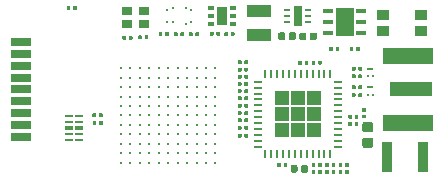
<source format=gbr>
G04 #@! TF.GenerationSoftware,KiCad,Pcbnew,(5.1.5)-3*
G04 #@! TF.CreationDate,2020-07-15T21:49:10-07:00*
G04 #@! TF.ProjectId,MiniDAQ,4d696e69-4441-4512-9e6b-696361645f70,rev?*
G04 #@! TF.SameCoordinates,Original*
G04 #@! TF.FileFunction,Paste,Top*
G04 #@! TF.FilePolarity,Positive*
%FSLAX46Y46*%
G04 Gerber Fmt 4.6, Leading zero omitted, Abs format (unit mm)*
G04 Created by KiCad (PCBNEW (5.1.5)-3) date 2020-07-15 21:49:10*
%MOMM*%
%LPD*%
G04 APERTURE LIST*
%ADD10C,0.100000*%
%ADD11C,0.250000*%
%ADD12R,0.520000X0.280000*%
%ADD13R,0.170000X0.280000*%
%ADD14R,1.130000X0.970000*%
%ADD15R,2.120000X1.090000*%
%ADD16R,0.812800X0.355600*%
%ADD17R,1.600200X2.489200*%
%ADD18R,0.775000X0.400000*%
%ADD19R,0.675000X0.200000*%
%ADD20R,0.900000X0.800000*%
%ADD21C,0.270000*%
%ADD22R,0.800000X1.700000*%
%ADD23R,0.560000X0.260000*%
%ADD24R,0.900000X1.600000*%
%ADD25R,0.510000X0.320000*%
%ADD26R,1.170000X1.170000*%
%ADD27R,0.780000X0.260000*%
%ADD28R,0.260000X0.780000*%
%ADD29R,0.870000X2.620000*%
%ADD30R,3.600000X1.270000*%
%ADD31R,4.200000X1.350000*%
%ADD32R,1.800000X0.700000*%
G04 APERTURE END LIST*
D10*
G36*
X94212496Y-110453973D02*
G01*
X94220019Y-110455089D01*
X94227397Y-110456937D01*
X94234558Y-110459499D01*
X94241433Y-110462751D01*
X94247957Y-110466661D01*
X94254065Y-110471192D01*
X94259701Y-110476299D01*
X94264808Y-110481935D01*
X94269339Y-110488043D01*
X94273249Y-110494567D01*
X94276501Y-110501442D01*
X94279063Y-110508603D01*
X94280911Y-110515981D01*
X94282027Y-110523504D01*
X94282400Y-110531100D01*
X94282400Y-110716100D01*
X94282027Y-110723696D01*
X94280911Y-110731219D01*
X94279063Y-110738597D01*
X94276501Y-110745758D01*
X94273249Y-110752633D01*
X94269339Y-110759157D01*
X94264808Y-110765265D01*
X94259701Y-110770901D01*
X94254065Y-110776008D01*
X94247957Y-110780539D01*
X94241433Y-110784449D01*
X94234558Y-110787701D01*
X94227397Y-110790263D01*
X94220019Y-110792111D01*
X94212496Y-110793227D01*
X94204900Y-110793600D01*
X94049900Y-110793600D01*
X94042304Y-110793227D01*
X94034781Y-110792111D01*
X94027403Y-110790263D01*
X94020242Y-110787701D01*
X94013367Y-110784449D01*
X94006843Y-110780539D01*
X94000735Y-110776008D01*
X93995099Y-110770901D01*
X93989992Y-110765265D01*
X93985461Y-110759157D01*
X93981551Y-110752633D01*
X93978299Y-110745758D01*
X93975737Y-110738597D01*
X93973889Y-110731219D01*
X93972773Y-110723696D01*
X93972400Y-110716100D01*
X93972400Y-110531100D01*
X93972773Y-110523504D01*
X93973889Y-110515981D01*
X93975737Y-110508603D01*
X93978299Y-110501442D01*
X93981551Y-110494567D01*
X93985461Y-110488043D01*
X93989992Y-110481935D01*
X93995099Y-110476299D01*
X94000735Y-110471192D01*
X94006843Y-110466661D01*
X94013367Y-110462751D01*
X94020242Y-110459499D01*
X94027403Y-110456937D01*
X94034781Y-110455089D01*
X94042304Y-110453973D01*
X94049900Y-110453600D01*
X94204900Y-110453600D01*
X94212496Y-110453973D01*
G37*
G36*
X94762496Y-110453973D02*
G01*
X94770019Y-110455089D01*
X94777397Y-110456937D01*
X94784558Y-110459499D01*
X94791433Y-110462751D01*
X94797957Y-110466661D01*
X94804065Y-110471192D01*
X94809701Y-110476299D01*
X94814808Y-110481935D01*
X94819339Y-110488043D01*
X94823249Y-110494567D01*
X94826501Y-110501442D01*
X94829063Y-110508603D01*
X94830911Y-110515981D01*
X94832027Y-110523504D01*
X94832400Y-110531100D01*
X94832400Y-110716100D01*
X94832027Y-110723696D01*
X94830911Y-110731219D01*
X94829063Y-110738597D01*
X94826501Y-110745758D01*
X94823249Y-110752633D01*
X94819339Y-110759157D01*
X94814808Y-110765265D01*
X94809701Y-110770901D01*
X94804065Y-110776008D01*
X94797957Y-110780539D01*
X94791433Y-110784449D01*
X94784558Y-110787701D01*
X94777397Y-110790263D01*
X94770019Y-110792111D01*
X94762496Y-110793227D01*
X94754900Y-110793600D01*
X94599900Y-110793600D01*
X94592304Y-110793227D01*
X94584781Y-110792111D01*
X94577403Y-110790263D01*
X94570242Y-110787701D01*
X94563367Y-110784449D01*
X94556843Y-110780539D01*
X94550735Y-110776008D01*
X94545099Y-110770901D01*
X94539992Y-110765265D01*
X94535461Y-110759157D01*
X94531551Y-110752633D01*
X94528299Y-110745758D01*
X94525737Y-110738597D01*
X94523889Y-110731219D01*
X94522773Y-110723696D01*
X94522400Y-110716100D01*
X94522400Y-110531100D01*
X94522773Y-110523504D01*
X94523889Y-110515981D01*
X94525737Y-110508603D01*
X94528299Y-110501442D01*
X94531551Y-110494567D01*
X94535461Y-110488043D01*
X94539992Y-110481935D01*
X94545099Y-110476299D01*
X94550735Y-110471192D01*
X94556843Y-110466661D01*
X94563367Y-110462751D01*
X94570242Y-110459499D01*
X94577403Y-110456937D01*
X94584781Y-110455089D01*
X94592304Y-110453973D01*
X94599900Y-110453600D01*
X94754900Y-110453600D01*
X94762496Y-110453973D01*
G37*
D11*
X106565200Y-115710200D03*
X106565200Y-116510200D03*
X106565200Y-117310200D03*
X106565200Y-118110200D03*
X106565200Y-118910200D03*
X106565200Y-119710200D03*
X106565200Y-120510200D03*
X106565200Y-121310200D03*
X106565200Y-122110200D03*
X106565200Y-122910200D03*
X106565200Y-123710200D03*
X105765200Y-115710200D03*
X105765200Y-116510200D03*
X105765200Y-117310200D03*
X105765200Y-118110200D03*
X105765200Y-118910200D03*
X105765200Y-119710200D03*
X105765200Y-120510200D03*
X105765200Y-121310200D03*
X105765200Y-122110200D03*
X105765200Y-122910200D03*
X105765200Y-123710200D03*
X104965200Y-115710200D03*
X104965200Y-116510200D03*
X104965200Y-117310200D03*
X104965200Y-118110200D03*
X104965200Y-118910200D03*
X104965200Y-119710200D03*
X104965200Y-120510200D03*
X104965200Y-121310200D03*
X104965200Y-122110200D03*
X104965200Y-122910200D03*
X104965200Y-123710200D03*
X104165200Y-115710200D03*
X104165200Y-116510200D03*
X104165200Y-117310200D03*
X104165200Y-118110200D03*
X104165200Y-118910200D03*
X104165200Y-119710200D03*
X104165200Y-120510200D03*
X104165200Y-121310200D03*
X104165200Y-122110200D03*
X104165200Y-122910200D03*
X104165200Y-123710200D03*
X103365200Y-115710200D03*
X103365200Y-116510200D03*
X103365200Y-117310200D03*
X103365200Y-118110200D03*
X103365200Y-118910200D03*
X103365200Y-119710200D03*
X103365200Y-120510200D03*
X103365200Y-121310200D03*
X103365200Y-122110200D03*
X103365200Y-122910200D03*
X103365200Y-123710200D03*
X102565200Y-115710200D03*
X102565200Y-116510200D03*
X102565200Y-117310200D03*
X102565200Y-118110200D03*
X102565200Y-118910200D03*
X102565200Y-119710200D03*
X102565200Y-120510200D03*
X102565200Y-121310200D03*
X102565200Y-122110200D03*
X102565200Y-122910200D03*
X102565200Y-123710200D03*
X101765200Y-115710200D03*
X101765200Y-116510200D03*
X101765200Y-117310200D03*
X101765200Y-118110200D03*
X101765200Y-118910200D03*
X101765200Y-119710200D03*
X101765200Y-120510200D03*
X101765200Y-121310200D03*
X101765200Y-122110200D03*
X101765200Y-122910200D03*
X101765200Y-123710200D03*
X100965200Y-115710200D03*
X100965200Y-116510200D03*
X100965200Y-117310200D03*
X100965200Y-118110200D03*
X100965200Y-118910200D03*
X100965200Y-119710200D03*
X100965200Y-120510200D03*
X100965200Y-121310200D03*
X100965200Y-122110200D03*
X100965200Y-122910200D03*
X100965200Y-123710200D03*
X100165200Y-115710200D03*
X100165200Y-116510200D03*
X100165200Y-117310200D03*
X100165200Y-118110200D03*
X100165200Y-118910200D03*
X100165200Y-119710200D03*
X100165200Y-120510200D03*
X100165200Y-121310200D03*
X100165200Y-122110200D03*
X100165200Y-122910200D03*
X100165200Y-123710200D03*
X99365200Y-115710200D03*
X99365200Y-116510200D03*
X99365200Y-117310200D03*
X99365200Y-118110200D03*
X99365200Y-118910200D03*
X99365200Y-119710200D03*
X99365200Y-120510200D03*
X99365200Y-121310200D03*
X99365200Y-122110200D03*
X99365200Y-122910200D03*
X99365200Y-123710200D03*
X98565200Y-115710200D03*
X98565200Y-116510200D03*
X98565200Y-117310200D03*
X98565200Y-118110200D03*
X98565200Y-118910200D03*
X98565200Y-119710200D03*
X98565200Y-120510200D03*
X98565200Y-121310200D03*
X98565200Y-122110200D03*
X98565200Y-122910200D03*
X98565200Y-123710200D03*
D10*
G36*
X118351896Y-116238573D02*
G01*
X118359419Y-116239689D01*
X118366797Y-116241537D01*
X118373958Y-116244099D01*
X118380833Y-116247351D01*
X118387357Y-116251261D01*
X118393465Y-116255792D01*
X118399101Y-116260899D01*
X118404208Y-116266535D01*
X118408739Y-116272643D01*
X118412649Y-116279167D01*
X118415901Y-116286042D01*
X118418463Y-116293203D01*
X118420311Y-116300581D01*
X118421427Y-116308104D01*
X118421800Y-116315700D01*
X118421800Y-116500700D01*
X118421427Y-116508296D01*
X118420311Y-116515819D01*
X118418463Y-116523197D01*
X118415901Y-116530358D01*
X118412649Y-116537233D01*
X118408739Y-116543757D01*
X118404208Y-116549865D01*
X118399101Y-116555501D01*
X118393465Y-116560608D01*
X118387357Y-116565139D01*
X118380833Y-116569049D01*
X118373958Y-116572301D01*
X118366797Y-116574863D01*
X118359419Y-116576711D01*
X118351896Y-116577827D01*
X118344300Y-116578200D01*
X118189300Y-116578200D01*
X118181704Y-116577827D01*
X118174181Y-116576711D01*
X118166803Y-116574863D01*
X118159642Y-116572301D01*
X118152767Y-116569049D01*
X118146243Y-116565139D01*
X118140135Y-116560608D01*
X118134499Y-116555501D01*
X118129392Y-116549865D01*
X118124861Y-116543757D01*
X118120951Y-116537233D01*
X118117699Y-116530358D01*
X118115137Y-116523197D01*
X118113289Y-116515819D01*
X118112173Y-116508296D01*
X118111800Y-116500700D01*
X118111800Y-116315700D01*
X118112173Y-116308104D01*
X118113289Y-116300581D01*
X118115137Y-116293203D01*
X118117699Y-116286042D01*
X118120951Y-116279167D01*
X118124861Y-116272643D01*
X118129392Y-116266535D01*
X118134499Y-116260899D01*
X118140135Y-116255792D01*
X118146243Y-116251261D01*
X118152767Y-116247351D01*
X118159642Y-116244099D01*
X118166803Y-116241537D01*
X118174181Y-116239689D01*
X118181704Y-116238573D01*
X118189300Y-116238200D01*
X118344300Y-116238200D01*
X118351896Y-116238573D01*
G37*
G36*
X118901896Y-116238573D02*
G01*
X118909419Y-116239689D01*
X118916797Y-116241537D01*
X118923958Y-116244099D01*
X118930833Y-116247351D01*
X118937357Y-116251261D01*
X118943465Y-116255792D01*
X118949101Y-116260899D01*
X118954208Y-116266535D01*
X118958739Y-116272643D01*
X118962649Y-116279167D01*
X118965901Y-116286042D01*
X118968463Y-116293203D01*
X118970311Y-116300581D01*
X118971427Y-116308104D01*
X118971800Y-116315700D01*
X118971800Y-116500700D01*
X118971427Y-116508296D01*
X118970311Y-116515819D01*
X118968463Y-116523197D01*
X118965901Y-116530358D01*
X118962649Y-116537233D01*
X118958739Y-116543757D01*
X118954208Y-116549865D01*
X118949101Y-116555501D01*
X118943465Y-116560608D01*
X118937357Y-116565139D01*
X118930833Y-116569049D01*
X118923958Y-116572301D01*
X118916797Y-116574863D01*
X118909419Y-116576711D01*
X118901896Y-116577827D01*
X118894300Y-116578200D01*
X118739300Y-116578200D01*
X118731704Y-116577827D01*
X118724181Y-116576711D01*
X118716803Y-116574863D01*
X118709642Y-116572301D01*
X118702767Y-116569049D01*
X118696243Y-116565139D01*
X118690135Y-116560608D01*
X118684499Y-116555501D01*
X118679392Y-116549865D01*
X118674861Y-116543757D01*
X118670951Y-116537233D01*
X118667699Y-116530358D01*
X118665137Y-116523197D01*
X118663289Y-116515819D01*
X118662173Y-116508296D01*
X118661800Y-116500700D01*
X118661800Y-116315700D01*
X118662173Y-116308104D01*
X118663289Y-116300581D01*
X118665137Y-116293203D01*
X118667699Y-116286042D01*
X118670951Y-116279167D01*
X118674861Y-116272643D01*
X118679392Y-116266535D01*
X118684499Y-116260899D01*
X118690135Y-116255792D01*
X118696243Y-116251261D01*
X118702767Y-116247351D01*
X118709642Y-116244099D01*
X118716803Y-116241537D01*
X118724181Y-116239689D01*
X118731704Y-116238573D01*
X118739300Y-116238200D01*
X118894300Y-116238200D01*
X118901896Y-116238573D01*
G37*
G36*
X118351896Y-117813373D02*
G01*
X118359419Y-117814489D01*
X118366797Y-117816337D01*
X118373958Y-117818899D01*
X118380833Y-117822151D01*
X118387357Y-117826061D01*
X118393465Y-117830592D01*
X118399101Y-117835699D01*
X118404208Y-117841335D01*
X118408739Y-117847443D01*
X118412649Y-117853967D01*
X118415901Y-117860842D01*
X118418463Y-117868003D01*
X118420311Y-117875381D01*
X118421427Y-117882904D01*
X118421800Y-117890500D01*
X118421800Y-118075500D01*
X118421427Y-118083096D01*
X118420311Y-118090619D01*
X118418463Y-118097997D01*
X118415901Y-118105158D01*
X118412649Y-118112033D01*
X118408739Y-118118557D01*
X118404208Y-118124665D01*
X118399101Y-118130301D01*
X118393465Y-118135408D01*
X118387357Y-118139939D01*
X118380833Y-118143849D01*
X118373958Y-118147101D01*
X118366797Y-118149663D01*
X118359419Y-118151511D01*
X118351896Y-118152627D01*
X118344300Y-118153000D01*
X118189300Y-118153000D01*
X118181704Y-118152627D01*
X118174181Y-118151511D01*
X118166803Y-118149663D01*
X118159642Y-118147101D01*
X118152767Y-118143849D01*
X118146243Y-118139939D01*
X118140135Y-118135408D01*
X118134499Y-118130301D01*
X118129392Y-118124665D01*
X118124861Y-118118557D01*
X118120951Y-118112033D01*
X118117699Y-118105158D01*
X118115137Y-118097997D01*
X118113289Y-118090619D01*
X118112173Y-118083096D01*
X118111800Y-118075500D01*
X118111800Y-117890500D01*
X118112173Y-117882904D01*
X118113289Y-117875381D01*
X118115137Y-117868003D01*
X118117699Y-117860842D01*
X118120951Y-117853967D01*
X118124861Y-117847443D01*
X118129392Y-117841335D01*
X118134499Y-117835699D01*
X118140135Y-117830592D01*
X118146243Y-117826061D01*
X118152767Y-117822151D01*
X118159642Y-117818899D01*
X118166803Y-117816337D01*
X118174181Y-117814489D01*
X118181704Y-117813373D01*
X118189300Y-117813000D01*
X118344300Y-117813000D01*
X118351896Y-117813373D01*
G37*
G36*
X118901896Y-117813373D02*
G01*
X118909419Y-117814489D01*
X118916797Y-117816337D01*
X118923958Y-117818899D01*
X118930833Y-117822151D01*
X118937357Y-117826061D01*
X118943465Y-117830592D01*
X118949101Y-117835699D01*
X118954208Y-117841335D01*
X118958739Y-117847443D01*
X118962649Y-117853967D01*
X118965901Y-117860842D01*
X118968463Y-117868003D01*
X118970311Y-117875381D01*
X118971427Y-117882904D01*
X118971800Y-117890500D01*
X118971800Y-118075500D01*
X118971427Y-118083096D01*
X118970311Y-118090619D01*
X118968463Y-118097997D01*
X118965901Y-118105158D01*
X118962649Y-118112033D01*
X118958739Y-118118557D01*
X118954208Y-118124665D01*
X118949101Y-118130301D01*
X118943465Y-118135408D01*
X118937357Y-118139939D01*
X118930833Y-118143849D01*
X118923958Y-118147101D01*
X118916797Y-118149663D01*
X118909419Y-118151511D01*
X118901896Y-118152627D01*
X118894300Y-118153000D01*
X118739300Y-118153000D01*
X118731704Y-118152627D01*
X118724181Y-118151511D01*
X118716803Y-118149663D01*
X118709642Y-118147101D01*
X118702767Y-118143849D01*
X118696243Y-118139939D01*
X118690135Y-118135408D01*
X118684499Y-118130301D01*
X118679392Y-118124665D01*
X118674861Y-118118557D01*
X118670951Y-118112033D01*
X118667699Y-118105158D01*
X118665137Y-118097997D01*
X118663289Y-118090619D01*
X118662173Y-118083096D01*
X118661800Y-118075500D01*
X118661800Y-117890500D01*
X118662173Y-117882904D01*
X118663289Y-117875381D01*
X118665137Y-117868003D01*
X118667699Y-117860842D01*
X118670951Y-117853967D01*
X118674861Y-117847443D01*
X118679392Y-117841335D01*
X118684499Y-117835699D01*
X118690135Y-117830592D01*
X118696243Y-117826061D01*
X118702767Y-117822151D01*
X118709642Y-117818899D01*
X118716803Y-117816337D01*
X118724181Y-117814489D01*
X118731704Y-117813373D01*
X118739300Y-117813000D01*
X118894300Y-117813000D01*
X118901896Y-117813373D01*
G37*
G36*
X118901896Y-115578173D02*
G01*
X118909419Y-115579289D01*
X118916797Y-115581137D01*
X118923958Y-115583699D01*
X118930833Y-115586951D01*
X118937357Y-115590861D01*
X118943465Y-115595392D01*
X118949101Y-115600499D01*
X118954208Y-115606135D01*
X118958739Y-115612243D01*
X118962649Y-115618767D01*
X118965901Y-115625642D01*
X118968463Y-115632803D01*
X118970311Y-115640181D01*
X118971427Y-115647704D01*
X118971800Y-115655300D01*
X118971800Y-115840300D01*
X118971427Y-115847896D01*
X118970311Y-115855419D01*
X118968463Y-115862797D01*
X118965901Y-115869958D01*
X118962649Y-115876833D01*
X118958739Y-115883357D01*
X118954208Y-115889465D01*
X118949101Y-115895101D01*
X118943465Y-115900208D01*
X118937357Y-115904739D01*
X118930833Y-115908649D01*
X118923958Y-115911901D01*
X118916797Y-115914463D01*
X118909419Y-115916311D01*
X118901896Y-115917427D01*
X118894300Y-115917800D01*
X118739300Y-115917800D01*
X118731704Y-115917427D01*
X118724181Y-115916311D01*
X118716803Y-115914463D01*
X118709642Y-115911901D01*
X118702767Y-115908649D01*
X118696243Y-115904739D01*
X118690135Y-115900208D01*
X118684499Y-115895101D01*
X118679392Y-115889465D01*
X118674861Y-115883357D01*
X118670951Y-115876833D01*
X118667699Y-115869958D01*
X118665137Y-115862797D01*
X118663289Y-115855419D01*
X118662173Y-115847896D01*
X118661800Y-115840300D01*
X118661800Y-115655300D01*
X118662173Y-115647704D01*
X118663289Y-115640181D01*
X118665137Y-115632803D01*
X118667699Y-115625642D01*
X118670951Y-115618767D01*
X118674861Y-115612243D01*
X118679392Y-115606135D01*
X118684499Y-115600499D01*
X118690135Y-115595392D01*
X118696243Y-115590861D01*
X118702767Y-115586951D01*
X118709642Y-115583699D01*
X118716803Y-115581137D01*
X118724181Y-115579289D01*
X118731704Y-115578173D01*
X118739300Y-115577800D01*
X118894300Y-115577800D01*
X118901896Y-115578173D01*
G37*
G36*
X118351896Y-115578173D02*
G01*
X118359419Y-115579289D01*
X118366797Y-115581137D01*
X118373958Y-115583699D01*
X118380833Y-115586951D01*
X118387357Y-115590861D01*
X118393465Y-115595392D01*
X118399101Y-115600499D01*
X118404208Y-115606135D01*
X118408739Y-115612243D01*
X118412649Y-115618767D01*
X118415901Y-115625642D01*
X118418463Y-115632803D01*
X118420311Y-115640181D01*
X118421427Y-115647704D01*
X118421800Y-115655300D01*
X118421800Y-115840300D01*
X118421427Y-115847896D01*
X118420311Y-115855419D01*
X118418463Y-115862797D01*
X118415901Y-115869958D01*
X118412649Y-115876833D01*
X118408739Y-115883357D01*
X118404208Y-115889465D01*
X118399101Y-115895101D01*
X118393465Y-115900208D01*
X118387357Y-115904739D01*
X118380833Y-115908649D01*
X118373958Y-115911901D01*
X118366797Y-115914463D01*
X118359419Y-115916311D01*
X118351896Y-115917427D01*
X118344300Y-115917800D01*
X118189300Y-115917800D01*
X118181704Y-115917427D01*
X118174181Y-115916311D01*
X118166803Y-115914463D01*
X118159642Y-115911901D01*
X118152767Y-115908649D01*
X118146243Y-115904739D01*
X118140135Y-115900208D01*
X118134499Y-115895101D01*
X118129392Y-115889465D01*
X118124861Y-115883357D01*
X118120951Y-115876833D01*
X118117699Y-115869958D01*
X118115137Y-115862797D01*
X118113289Y-115855419D01*
X118112173Y-115847896D01*
X118111800Y-115840300D01*
X118111800Y-115655300D01*
X118112173Y-115647704D01*
X118113289Y-115640181D01*
X118115137Y-115632803D01*
X118117699Y-115625642D01*
X118120951Y-115618767D01*
X118124861Y-115612243D01*
X118129392Y-115606135D01*
X118134499Y-115600499D01*
X118140135Y-115595392D01*
X118146243Y-115590861D01*
X118152767Y-115586951D01*
X118159642Y-115583699D01*
X118166803Y-115581137D01*
X118174181Y-115579289D01*
X118181704Y-115578173D01*
X118189300Y-115577800D01*
X118344300Y-115577800D01*
X118351896Y-115578173D01*
G37*
G36*
X118901896Y-117152973D02*
G01*
X118909419Y-117154089D01*
X118916797Y-117155937D01*
X118923958Y-117158499D01*
X118930833Y-117161751D01*
X118937357Y-117165661D01*
X118943465Y-117170192D01*
X118949101Y-117175299D01*
X118954208Y-117180935D01*
X118958739Y-117187043D01*
X118962649Y-117193567D01*
X118965901Y-117200442D01*
X118968463Y-117207603D01*
X118970311Y-117214981D01*
X118971427Y-117222504D01*
X118971800Y-117230100D01*
X118971800Y-117415100D01*
X118971427Y-117422696D01*
X118970311Y-117430219D01*
X118968463Y-117437597D01*
X118965901Y-117444758D01*
X118962649Y-117451633D01*
X118958739Y-117458157D01*
X118954208Y-117464265D01*
X118949101Y-117469901D01*
X118943465Y-117475008D01*
X118937357Y-117479539D01*
X118930833Y-117483449D01*
X118923958Y-117486701D01*
X118916797Y-117489263D01*
X118909419Y-117491111D01*
X118901896Y-117492227D01*
X118894300Y-117492600D01*
X118739300Y-117492600D01*
X118731704Y-117492227D01*
X118724181Y-117491111D01*
X118716803Y-117489263D01*
X118709642Y-117486701D01*
X118702767Y-117483449D01*
X118696243Y-117479539D01*
X118690135Y-117475008D01*
X118684499Y-117469901D01*
X118679392Y-117464265D01*
X118674861Y-117458157D01*
X118670951Y-117451633D01*
X118667699Y-117444758D01*
X118665137Y-117437597D01*
X118663289Y-117430219D01*
X118662173Y-117422696D01*
X118661800Y-117415100D01*
X118661800Y-117230100D01*
X118662173Y-117222504D01*
X118663289Y-117214981D01*
X118665137Y-117207603D01*
X118667699Y-117200442D01*
X118670951Y-117193567D01*
X118674861Y-117187043D01*
X118679392Y-117180935D01*
X118684499Y-117175299D01*
X118690135Y-117170192D01*
X118696243Y-117165661D01*
X118702767Y-117161751D01*
X118709642Y-117158499D01*
X118716803Y-117155937D01*
X118724181Y-117154089D01*
X118731704Y-117152973D01*
X118739300Y-117152600D01*
X118894300Y-117152600D01*
X118901896Y-117152973D01*
G37*
G36*
X118351896Y-117152973D02*
G01*
X118359419Y-117154089D01*
X118366797Y-117155937D01*
X118373958Y-117158499D01*
X118380833Y-117161751D01*
X118387357Y-117165661D01*
X118393465Y-117170192D01*
X118399101Y-117175299D01*
X118404208Y-117180935D01*
X118408739Y-117187043D01*
X118412649Y-117193567D01*
X118415901Y-117200442D01*
X118418463Y-117207603D01*
X118420311Y-117214981D01*
X118421427Y-117222504D01*
X118421800Y-117230100D01*
X118421800Y-117415100D01*
X118421427Y-117422696D01*
X118420311Y-117430219D01*
X118418463Y-117437597D01*
X118415901Y-117444758D01*
X118412649Y-117451633D01*
X118408739Y-117458157D01*
X118404208Y-117464265D01*
X118399101Y-117469901D01*
X118393465Y-117475008D01*
X118387357Y-117479539D01*
X118380833Y-117483449D01*
X118373958Y-117486701D01*
X118366797Y-117489263D01*
X118359419Y-117491111D01*
X118351896Y-117492227D01*
X118344300Y-117492600D01*
X118189300Y-117492600D01*
X118181704Y-117492227D01*
X118174181Y-117491111D01*
X118166803Y-117489263D01*
X118159642Y-117486701D01*
X118152767Y-117483449D01*
X118146243Y-117479539D01*
X118140135Y-117475008D01*
X118134499Y-117469901D01*
X118129392Y-117464265D01*
X118124861Y-117458157D01*
X118120951Y-117451633D01*
X118117699Y-117444758D01*
X118115137Y-117437597D01*
X118113289Y-117430219D01*
X118112173Y-117422696D01*
X118111800Y-117415100D01*
X118111800Y-117230100D01*
X118112173Y-117222504D01*
X118113289Y-117214981D01*
X118115137Y-117207603D01*
X118117699Y-117200442D01*
X118120951Y-117193567D01*
X118124861Y-117187043D01*
X118129392Y-117180935D01*
X118134499Y-117175299D01*
X118140135Y-117170192D01*
X118146243Y-117165661D01*
X118152767Y-117161751D01*
X118159642Y-117158499D01*
X118166803Y-117155937D01*
X118174181Y-117154089D01*
X118181704Y-117152973D01*
X118189300Y-117152600D01*
X118344300Y-117152600D01*
X118351896Y-117152973D01*
G37*
D12*
X119684800Y-115753000D03*
D13*
X119859800Y-116403000D03*
X119509800Y-116403000D03*
D12*
X119684800Y-117327800D03*
D13*
X119859800Y-117977800D03*
X119509800Y-117977800D03*
D14*
X120787200Y-112551600D03*
X120787200Y-111171600D03*
X123967200Y-111171600D03*
X123967200Y-112551600D03*
D15*
X110261400Y-112876600D03*
X110261400Y-110846600D03*
D16*
X116116000Y-110854999D03*
X116116000Y-111805000D03*
X116116000Y-112755001D03*
X118910000Y-112755001D03*
X118910000Y-111805000D03*
X118910000Y-110854999D03*
D17*
X117513000Y-111805000D03*
D18*
X94202100Y-120751600D03*
D19*
X94152600Y-121251600D03*
X94152600Y-121751600D03*
X95027100Y-121251600D03*
X95027100Y-121751600D03*
X95027100Y-119751600D03*
X95027100Y-120251600D03*
D18*
X94977100Y-120751600D03*
D19*
X94152600Y-120251600D03*
X94152600Y-119751600D03*
D20*
X99096600Y-111979800D03*
X100496600Y-111979800D03*
X100496600Y-110879800D03*
X99096600Y-110879800D03*
D21*
X104029600Y-111977400D03*
X104529600Y-111777400D03*
X104529600Y-110777400D03*
X104079600Y-110577400D03*
X102929600Y-110577400D03*
X102429600Y-110777400D03*
X102929600Y-111777400D03*
X102429600Y-111777400D03*
D22*
X113538000Y-111302800D03*
D23*
X112658000Y-111802800D03*
X112658000Y-111302800D03*
X112658000Y-110802800D03*
X114418000Y-110802800D03*
X114418000Y-111302800D03*
X114418000Y-111802800D03*
D24*
X107111800Y-111277400D03*
D25*
X108016800Y-110627400D03*
X108016800Y-111277400D03*
X108016800Y-111927400D03*
X106206800Y-111927400D03*
X106206800Y-111277400D03*
X106206800Y-110627400D03*
D26*
X113538000Y-120978600D03*
X112168000Y-120978600D03*
X114908000Y-120978600D03*
X112168000Y-119608600D03*
X114908000Y-119608600D03*
X114908000Y-118238600D03*
X113538000Y-119608600D03*
X113538000Y-118238600D03*
X112168000Y-118238600D03*
D27*
X116923000Y-116858600D03*
X116923000Y-117358600D03*
X116923000Y-117858600D03*
X116923000Y-118358600D03*
X116923000Y-118858600D03*
X116923000Y-119358600D03*
X116923000Y-119858600D03*
X116923000Y-120358600D03*
X116923000Y-120858600D03*
X116923000Y-121358600D03*
X116923000Y-121858600D03*
X116923000Y-122358600D03*
D28*
X116288000Y-122993600D03*
X115788000Y-122993600D03*
X115288000Y-122993600D03*
X114788000Y-122993600D03*
X114288000Y-122993600D03*
X113788000Y-122993600D03*
X113288000Y-122993600D03*
X112788000Y-122993600D03*
X112288000Y-122993600D03*
X111788000Y-122993600D03*
X111288000Y-122993600D03*
X110788000Y-122993600D03*
D27*
X110153000Y-122358600D03*
X110153000Y-121858600D03*
X110153000Y-121358600D03*
X110153000Y-120858600D03*
X110153000Y-120358600D03*
X110153000Y-119858600D03*
X110153000Y-119358600D03*
X110153000Y-118858600D03*
X110153000Y-118358600D03*
X110153000Y-117858600D03*
X110153000Y-117358600D03*
X110153000Y-116858600D03*
D28*
X110788000Y-116223600D03*
X111288000Y-116223600D03*
X111788000Y-116223600D03*
X112288000Y-116223600D03*
X112788000Y-116223600D03*
X113288000Y-116223600D03*
X113788000Y-116223600D03*
X114288000Y-116223600D03*
X114788000Y-116223600D03*
X115288000Y-116223600D03*
X115788000Y-116223600D03*
X116288000Y-116223600D03*
D10*
G36*
X108699896Y-115654373D02*
G01*
X108707419Y-115655489D01*
X108714797Y-115657337D01*
X108721958Y-115659899D01*
X108728833Y-115663151D01*
X108735357Y-115667061D01*
X108741465Y-115671592D01*
X108747101Y-115676699D01*
X108752208Y-115682335D01*
X108756739Y-115688443D01*
X108760649Y-115694967D01*
X108763901Y-115701842D01*
X108766463Y-115709003D01*
X108768311Y-115716381D01*
X108769427Y-115723904D01*
X108769800Y-115731500D01*
X108769800Y-115916500D01*
X108769427Y-115924096D01*
X108768311Y-115931619D01*
X108766463Y-115938997D01*
X108763901Y-115946158D01*
X108760649Y-115953033D01*
X108756739Y-115959557D01*
X108752208Y-115965665D01*
X108747101Y-115971301D01*
X108741465Y-115976408D01*
X108735357Y-115980939D01*
X108728833Y-115984849D01*
X108721958Y-115988101D01*
X108714797Y-115990663D01*
X108707419Y-115992511D01*
X108699896Y-115993627D01*
X108692300Y-115994000D01*
X108537300Y-115994000D01*
X108529704Y-115993627D01*
X108522181Y-115992511D01*
X108514803Y-115990663D01*
X108507642Y-115988101D01*
X108500767Y-115984849D01*
X108494243Y-115980939D01*
X108488135Y-115976408D01*
X108482499Y-115971301D01*
X108477392Y-115965665D01*
X108472861Y-115959557D01*
X108468951Y-115953033D01*
X108465699Y-115946158D01*
X108463137Y-115938997D01*
X108461289Y-115931619D01*
X108460173Y-115924096D01*
X108459800Y-115916500D01*
X108459800Y-115731500D01*
X108460173Y-115723904D01*
X108461289Y-115716381D01*
X108463137Y-115709003D01*
X108465699Y-115701842D01*
X108468951Y-115694967D01*
X108472861Y-115688443D01*
X108477392Y-115682335D01*
X108482499Y-115676699D01*
X108488135Y-115671592D01*
X108494243Y-115667061D01*
X108500767Y-115663151D01*
X108507642Y-115659899D01*
X108514803Y-115657337D01*
X108522181Y-115655489D01*
X108529704Y-115654373D01*
X108537300Y-115654000D01*
X108692300Y-115654000D01*
X108699896Y-115654373D01*
G37*
G36*
X109249896Y-115654373D02*
G01*
X109257419Y-115655489D01*
X109264797Y-115657337D01*
X109271958Y-115659899D01*
X109278833Y-115663151D01*
X109285357Y-115667061D01*
X109291465Y-115671592D01*
X109297101Y-115676699D01*
X109302208Y-115682335D01*
X109306739Y-115688443D01*
X109310649Y-115694967D01*
X109313901Y-115701842D01*
X109316463Y-115709003D01*
X109318311Y-115716381D01*
X109319427Y-115723904D01*
X109319800Y-115731500D01*
X109319800Y-115916500D01*
X109319427Y-115924096D01*
X109318311Y-115931619D01*
X109316463Y-115938997D01*
X109313901Y-115946158D01*
X109310649Y-115953033D01*
X109306739Y-115959557D01*
X109302208Y-115965665D01*
X109297101Y-115971301D01*
X109291465Y-115976408D01*
X109285357Y-115980939D01*
X109278833Y-115984849D01*
X109271958Y-115988101D01*
X109264797Y-115990663D01*
X109257419Y-115992511D01*
X109249896Y-115993627D01*
X109242300Y-115994000D01*
X109087300Y-115994000D01*
X109079704Y-115993627D01*
X109072181Y-115992511D01*
X109064803Y-115990663D01*
X109057642Y-115988101D01*
X109050767Y-115984849D01*
X109044243Y-115980939D01*
X109038135Y-115976408D01*
X109032499Y-115971301D01*
X109027392Y-115965665D01*
X109022861Y-115959557D01*
X109018951Y-115953033D01*
X109015699Y-115946158D01*
X109013137Y-115938997D01*
X109011289Y-115931619D01*
X109010173Y-115924096D01*
X109009800Y-115916500D01*
X109009800Y-115731500D01*
X109010173Y-115723904D01*
X109011289Y-115716381D01*
X109013137Y-115709003D01*
X109015699Y-115701842D01*
X109018951Y-115694967D01*
X109022861Y-115688443D01*
X109027392Y-115682335D01*
X109032499Y-115676699D01*
X109038135Y-115671592D01*
X109044243Y-115667061D01*
X109050767Y-115663151D01*
X109057642Y-115659899D01*
X109064803Y-115657337D01*
X109072181Y-115655489D01*
X109079704Y-115654373D01*
X109087300Y-115654000D01*
X109242300Y-115654000D01*
X109249896Y-115654373D01*
G37*
G36*
X108704296Y-116263973D02*
G01*
X108711819Y-116265089D01*
X108719197Y-116266937D01*
X108726358Y-116269499D01*
X108733233Y-116272751D01*
X108739757Y-116276661D01*
X108745865Y-116281192D01*
X108751501Y-116286299D01*
X108756608Y-116291935D01*
X108761139Y-116298043D01*
X108765049Y-116304567D01*
X108768301Y-116311442D01*
X108770863Y-116318603D01*
X108772711Y-116325981D01*
X108773827Y-116333504D01*
X108774200Y-116341100D01*
X108774200Y-116526100D01*
X108773827Y-116533696D01*
X108772711Y-116541219D01*
X108770863Y-116548597D01*
X108768301Y-116555758D01*
X108765049Y-116562633D01*
X108761139Y-116569157D01*
X108756608Y-116575265D01*
X108751501Y-116580901D01*
X108745865Y-116586008D01*
X108739757Y-116590539D01*
X108733233Y-116594449D01*
X108726358Y-116597701D01*
X108719197Y-116600263D01*
X108711819Y-116602111D01*
X108704296Y-116603227D01*
X108696700Y-116603600D01*
X108541700Y-116603600D01*
X108534104Y-116603227D01*
X108526581Y-116602111D01*
X108519203Y-116600263D01*
X108512042Y-116597701D01*
X108505167Y-116594449D01*
X108498643Y-116590539D01*
X108492535Y-116586008D01*
X108486899Y-116580901D01*
X108481792Y-116575265D01*
X108477261Y-116569157D01*
X108473351Y-116562633D01*
X108470099Y-116555758D01*
X108467537Y-116548597D01*
X108465689Y-116541219D01*
X108464573Y-116533696D01*
X108464200Y-116526100D01*
X108464200Y-116341100D01*
X108464573Y-116333504D01*
X108465689Y-116325981D01*
X108467537Y-116318603D01*
X108470099Y-116311442D01*
X108473351Y-116304567D01*
X108477261Y-116298043D01*
X108481792Y-116291935D01*
X108486899Y-116286299D01*
X108492535Y-116281192D01*
X108498643Y-116276661D01*
X108505167Y-116272751D01*
X108512042Y-116269499D01*
X108519203Y-116266937D01*
X108526581Y-116265089D01*
X108534104Y-116263973D01*
X108541700Y-116263600D01*
X108696700Y-116263600D01*
X108704296Y-116263973D01*
G37*
G36*
X109254296Y-116263973D02*
G01*
X109261819Y-116265089D01*
X109269197Y-116266937D01*
X109276358Y-116269499D01*
X109283233Y-116272751D01*
X109289757Y-116276661D01*
X109295865Y-116281192D01*
X109301501Y-116286299D01*
X109306608Y-116291935D01*
X109311139Y-116298043D01*
X109315049Y-116304567D01*
X109318301Y-116311442D01*
X109320863Y-116318603D01*
X109322711Y-116325981D01*
X109323827Y-116333504D01*
X109324200Y-116341100D01*
X109324200Y-116526100D01*
X109323827Y-116533696D01*
X109322711Y-116541219D01*
X109320863Y-116548597D01*
X109318301Y-116555758D01*
X109315049Y-116562633D01*
X109311139Y-116569157D01*
X109306608Y-116575265D01*
X109301501Y-116580901D01*
X109295865Y-116586008D01*
X109289757Y-116590539D01*
X109283233Y-116594449D01*
X109276358Y-116597701D01*
X109269197Y-116600263D01*
X109261819Y-116602111D01*
X109254296Y-116603227D01*
X109246700Y-116603600D01*
X109091700Y-116603600D01*
X109084104Y-116603227D01*
X109076581Y-116602111D01*
X109069203Y-116600263D01*
X109062042Y-116597701D01*
X109055167Y-116594449D01*
X109048643Y-116590539D01*
X109042535Y-116586008D01*
X109036899Y-116580901D01*
X109031792Y-116575265D01*
X109027261Y-116569157D01*
X109023351Y-116562633D01*
X109020099Y-116555758D01*
X109017537Y-116548597D01*
X109015689Y-116541219D01*
X109014573Y-116533696D01*
X109014200Y-116526100D01*
X109014200Y-116341100D01*
X109014573Y-116333504D01*
X109015689Y-116325981D01*
X109017537Y-116318603D01*
X109020099Y-116311442D01*
X109023351Y-116304567D01*
X109027261Y-116298043D01*
X109031792Y-116291935D01*
X109036899Y-116286299D01*
X109042535Y-116281192D01*
X109048643Y-116276661D01*
X109055167Y-116272751D01*
X109062042Y-116269499D01*
X109069203Y-116266937D01*
X109076581Y-116265089D01*
X109084104Y-116263973D01*
X109091700Y-116263600D01*
X109246700Y-116263600D01*
X109254296Y-116263973D01*
G37*
G36*
X108699896Y-115044773D02*
G01*
X108707419Y-115045889D01*
X108714797Y-115047737D01*
X108721958Y-115050299D01*
X108728833Y-115053551D01*
X108735357Y-115057461D01*
X108741465Y-115061992D01*
X108747101Y-115067099D01*
X108752208Y-115072735D01*
X108756739Y-115078843D01*
X108760649Y-115085367D01*
X108763901Y-115092242D01*
X108766463Y-115099403D01*
X108768311Y-115106781D01*
X108769427Y-115114304D01*
X108769800Y-115121900D01*
X108769800Y-115306900D01*
X108769427Y-115314496D01*
X108768311Y-115322019D01*
X108766463Y-115329397D01*
X108763901Y-115336558D01*
X108760649Y-115343433D01*
X108756739Y-115349957D01*
X108752208Y-115356065D01*
X108747101Y-115361701D01*
X108741465Y-115366808D01*
X108735357Y-115371339D01*
X108728833Y-115375249D01*
X108721958Y-115378501D01*
X108714797Y-115381063D01*
X108707419Y-115382911D01*
X108699896Y-115384027D01*
X108692300Y-115384400D01*
X108537300Y-115384400D01*
X108529704Y-115384027D01*
X108522181Y-115382911D01*
X108514803Y-115381063D01*
X108507642Y-115378501D01*
X108500767Y-115375249D01*
X108494243Y-115371339D01*
X108488135Y-115366808D01*
X108482499Y-115361701D01*
X108477392Y-115356065D01*
X108472861Y-115349957D01*
X108468951Y-115343433D01*
X108465699Y-115336558D01*
X108463137Y-115329397D01*
X108461289Y-115322019D01*
X108460173Y-115314496D01*
X108459800Y-115306900D01*
X108459800Y-115121900D01*
X108460173Y-115114304D01*
X108461289Y-115106781D01*
X108463137Y-115099403D01*
X108465699Y-115092242D01*
X108468951Y-115085367D01*
X108472861Y-115078843D01*
X108477392Y-115072735D01*
X108482499Y-115067099D01*
X108488135Y-115061992D01*
X108494243Y-115057461D01*
X108500767Y-115053551D01*
X108507642Y-115050299D01*
X108514803Y-115047737D01*
X108522181Y-115045889D01*
X108529704Y-115044773D01*
X108537300Y-115044400D01*
X108692300Y-115044400D01*
X108699896Y-115044773D01*
G37*
G36*
X109249896Y-115044773D02*
G01*
X109257419Y-115045889D01*
X109264797Y-115047737D01*
X109271958Y-115050299D01*
X109278833Y-115053551D01*
X109285357Y-115057461D01*
X109291465Y-115061992D01*
X109297101Y-115067099D01*
X109302208Y-115072735D01*
X109306739Y-115078843D01*
X109310649Y-115085367D01*
X109313901Y-115092242D01*
X109316463Y-115099403D01*
X109318311Y-115106781D01*
X109319427Y-115114304D01*
X109319800Y-115121900D01*
X109319800Y-115306900D01*
X109319427Y-115314496D01*
X109318311Y-115322019D01*
X109316463Y-115329397D01*
X109313901Y-115336558D01*
X109310649Y-115343433D01*
X109306739Y-115349957D01*
X109302208Y-115356065D01*
X109297101Y-115361701D01*
X109291465Y-115366808D01*
X109285357Y-115371339D01*
X109278833Y-115375249D01*
X109271958Y-115378501D01*
X109264797Y-115381063D01*
X109257419Y-115382911D01*
X109249896Y-115384027D01*
X109242300Y-115384400D01*
X109087300Y-115384400D01*
X109079704Y-115384027D01*
X109072181Y-115382911D01*
X109064803Y-115381063D01*
X109057642Y-115378501D01*
X109050767Y-115375249D01*
X109044243Y-115371339D01*
X109038135Y-115366808D01*
X109032499Y-115361701D01*
X109027392Y-115356065D01*
X109022861Y-115349957D01*
X109018951Y-115343433D01*
X109015699Y-115336558D01*
X109013137Y-115329397D01*
X109011289Y-115322019D01*
X109010173Y-115314496D01*
X109009800Y-115306900D01*
X109009800Y-115121900D01*
X109010173Y-115114304D01*
X109011289Y-115106781D01*
X109013137Y-115099403D01*
X109015699Y-115092242D01*
X109018951Y-115085367D01*
X109022861Y-115078843D01*
X109027392Y-115072735D01*
X109032499Y-115067099D01*
X109038135Y-115061992D01*
X109044243Y-115057461D01*
X109050767Y-115053551D01*
X109057642Y-115050299D01*
X109064803Y-115047737D01*
X109072181Y-115045889D01*
X109079704Y-115044773D01*
X109087300Y-115044400D01*
X109242300Y-115044400D01*
X109249896Y-115044773D01*
G37*
G36*
X105105296Y-112657173D02*
G01*
X105112819Y-112658289D01*
X105120197Y-112660137D01*
X105127358Y-112662699D01*
X105134233Y-112665951D01*
X105140757Y-112669861D01*
X105146865Y-112674392D01*
X105152501Y-112679499D01*
X105157608Y-112685135D01*
X105162139Y-112691243D01*
X105166049Y-112697767D01*
X105169301Y-112704642D01*
X105171863Y-112711803D01*
X105173711Y-112719181D01*
X105174827Y-112726704D01*
X105175200Y-112734300D01*
X105175200Y-112919300D01*
X105174827Y-112926896D01*
X105173711Y-112934419D01*
X105171863Y-112941797D01*
X105169301Y-112948958D01*
X105166049Y-112955833D01*
X105162139Y-112962357D01*
X105157608Y-112968465D01*
X105152501Y-112974101D01*
X105146865Y-112979208D01*
X105140757Y-112983739D01*
X105134233Y-112987649D01*
X105127358Y-112990901D01*
X105120197Y-112993463D01*
X105112819Y-112995311D01*
X105105296Y-112996427D01*
X105097700Y-112996800D01*
X104942700Y-112996800D01*
X104935104Y-112996427D01*
X104927581Y-112995311D01*
X104920203Y-112993463D01*
X104913042Y-112990901D01*
X104906167Y-112987649D01*
X104899643Y-112983739D01*
X104893535Y-112979208D01*
X104887899Y-112974101D01*
X104882792Y-112968465D01*
X104878261Y-112962357D01*
X104874351Y-112955833D01*
X104871099Y-112948958D01*
X104868537Y-112941797D01*
X104866689Y-112934419D01*
X104865573Y-112926896D01*
X104865200Y-112919300D01*
X104865200Y-112734300D01*
X104865573Y-112726704D01*
X104866689Y-112719181D01*
X104868537Y-112711803D01*
X104871099Y-112704642D01*
X104874351Y-112697767D01*
X104878261Y-112691243D01*
X104882792Y-112685135D01*
X104887899Y-112679499D01*
X104893535Y-112674392D01*
X104899643Y-112669861D01*
X104906167Y-112665951D01*
X104913042Y-112662699D01*
X104920203Y-112660137D01*
X104927581Y-112658289D01*
X104935104Y-112657173D01*
X104942700Y-112656800D01*
X105097700Y-112656800D01*
X105105296Y-112657173D01*
G37*
G36*
X104555296Y-112657173D02*
G01*
X104562819Y-112658289D01*
X104570197Y-112660137D01*
X104577358Y-112662699D01*
X104584233Y-112665951D01*
X104590757Y-112669861D01*
X104596865Y-112674392D01*
X104602501Y-112679499D01*
X104607608Y-112685135D01*
X104612139Y-112691243D01*
X104616049Y-112697767D01*
X104619301Y-112704642D01*
X104621863Y-112711803D01*
X104623711Y-112719181D01*
X104624827Y-112726704D01*
X104625200Y-112734300D01*
X104625200Y-112919300D01*
X104624827Y-112926896D01*
X104623711Y-112934419D01*
X104621863Y-112941797D01*
X104619301Y-112948958D01*
X104616049Y-112955833D01*
X104612139Y-112962357D01*
X104607608Y-112968465D01*
X104602501Y-112974101D01*
X104596865Y-112979208D01*
X104590757Y-112983739D01*
X104584233Y-112987649D01*
X104577358Y-112990901D01*
X104570197Y-112993463D01*
X104562819Y-112995311D01*
X104555296Y-112996427D01*
X104547700Y-112996800D01*
X104392700Y-112996800D01*
X104385104Y-112996427D01*
X104377581Y-112995311D01*
X104370203Y-112993463D01*
X104363042Y-112990901D01*
X104356167Y-112987649D01*
X104349643Y-112983739D01*
X104343535Y-112979208D01*
X104337899Y-112974101D01*
X104332792Y-112968465D01*
X104328261Y-112962357D01*
X104324351Y-112955833D01*
X104321099Y-112948958D01*
X104318537Y-112941797D01*
X104316689Y-112934419D01*
X104315573Y-112926896D01*
X104315200Y-112919300D01*
X104315200Y-112734300D01*
X104315573Y-112726704D01*
X104316689Y-112719181D01*
X104318537Y-112711803D01*
X104321099Y-112704642D01*
X104324351Y-112697767D01*
X104328261Y-112691243D01*
X104332792Y-112685135D01*
X104337899Y-112679499D01*
X104343535Y-112674392D01*
X104349643Y-112669861D01*
X104356167Y-112665951D01*
X104363042Y-112662699D01*
X104370203Y-112660137D01*
X104377581Y-112658289D01*
X104385104Y-112657173D01*
X104392700Y-112656800D01*
X104547700Y-112656800D01*
X104555296Y-112657173D01*
G37*
G36*
X103289696Y-112657173D02*
G01*
X103297219Y-112658289D01*
X103304597Y-112660137D01*
X103311758Y-112662699D01*
X103318633Y-112665951D01*
X103325157Y-112669861D01*
X103331265Y-112674392D01*
X103336901Y-112679499D01*
X103342008Y-112685135D01*
X103346539Y-112691243D01*
X103350449Y-112697767D01*
X103353701Y-112704642D01*
X103356263Y-112711803D01*
X103358111Y-112719181D01*
X103359227Y-112726704D01*
X103359600Y-112734300D01*
X103359600Y-112919300D01*
X103359227Y-112926896D01*
X103358111Y-112934419D01*
X103356263Y-112941797D01*
X103353701Y-112948958D01*
X103350449Y-112955833D01*
X103346539Y-112962357D01*
X103342008Y-112968465D01*
X103336901Y-112974101D01*
X103331265Y-112979208D01*
X103325157Y-112983739D01*
X103318633Y-112987649D01*
X103311758Y-112990901D01*
X103304597Y-112993463D01*
X103297219Y-112995311D01*
X103289696Y-112996427D01*
X103282100Y-112996800D01*
X103127100Y-112996800D01*
X103119504Y-112996427D01*
X103111981Y-112995311D01*
X103104603Y-112993463D01*
X103097442Y-112990901D01*
X103090567Y-112987649D01*
X103084043Y-112983739D01*
X103077935Y-112979208D01*
X103072299Y-112974101D01*
X103067192Y-112968465D01*
X103062661Y-112962357D01*
X103058751Y-112955833D01*
X103055499Y-112948958D01*
X103052937Y-112941797D01*
X103051089Y-112934419D01*
X103049973Y-112926896D01*
X103049600Y-112919300D01*
X103049600Y-112734300D01*
X103049973Y-112726704D01*
X103051089Y-112719181D01*
X103052937Y-112711803D01*
X103055499Y-112704642D01*
X103058751Y-112697767D01*
X103062661Y-112691243D01*
X103067192Y-112685135D01*
X103072299Y-112679499D01*
X103077935Y-112674392D01*
X103084043Y-112669861D01*
X103090567Y-112665951D01*
X103097442Y-112662699D01*
X103104603Y-112660137D01*
X103111981Y-112658289D01*
X103119504Y-112657173D01*
X103127100Y-112656800D01*
X103282100Y-112656800D01*
X103289696Y-112657173D01*
G37*
G36*
X103839696Y-112657173D02*
G01*
X103847219Y-112658289D01*
X103854597Y-112660137D01*
X103861758Y-112662699D01*
X103868633Y-112665951D01*
X103875157Y-112669861D01*
X103881265Y-112674392D01*
X103886901Y-112679499D01*
X103892008Y-112685135D01*
X103896539Y-112691243D01*
X103900449Y-112697767D01*
X103903701Y-112704642D01*
X103906263Y-112711803D01*
X103908111Y-112719181D01*
X103909227Y-112726704D01*
X103909600Y-112734300D01*
X103909600Y-112919300D01*
X103909227Y-112926896D01*
X103908111Y-112934419D01*
X103906263Y-112941797D01*
X103903701Y-112948958D01*
X103900449Y-112955833D01*
X103896539Y-112962357D01*
X103892008Y-112968465D01*
X103886901Y-112974101D01*
X103881265Y-112979208D01*
X103875157Y-112983739D01*
X103868633Y-112987649D01*
X103861758Y-112990901D01*
X103854597Y-112993463D01*
X103847219Y-112995311D01*
X103839696Y-112996427D01*
X103832100Y-112996800D01*
X103677100Y-112996800D01*
X103669504Y-112996427D01*
X103661981Y-112995311D01*
X103654603Y-112993463D01*
X103647442Y-112990901D01*
X103640567Y-112987649D01*
X103634043Y-112983739D01*
X103627935Y-112979208D01*
X103622299Y-112974101D01*
X103617192Y-112968465D01*
X103612661Y-112962357D01*
X103608751Y-112955833D01*
X103605499Y-112948958D01*
X103602937Y-112941797D01*
X103601089Y-112934419D01*
X103599973Y-112926896D01*
X103599600Y-112919300D01*
X103599600Y-112734300D01*
X103599973Y-112726704D01*
X103601089Y-112719181D01*
X103602937Y-112711803D01*
X103605499Y-112704642D01*
X103608751Y-112697767D01*
X103612661Y-112691243D01*
X103617192Y-112685135D01*
X103622299Y-112679499D01*
X103627935Y-112674392D01*
X103634043Y-112669861D01*
X103640567Y-112665951D01*
X103647442Y-112662699D01*
X103654603Y-112660137D01*
X103661981Y-112658289D01*
X103669504Y-112657173D01*
X103677100Y-112656800D01*
X103832100Y-112656800D01*
X103839696Y-112657173D01*
G37*
G36*
X108699896Y-116873573D02*
G01*
X108707419Y-116874689D01*
X108714797Y-116876537D01*
X108721958Y-116879099D01*
X108728833Y-116882351D01*
X108735357Y-116886261D01*
X108741465Y-116890792D01*
X108747101Y-116895899D01*
X108752208Y-116901535D01*
X108756739Y-116907643D01*
X108760649Y-116914167D01*
X108763901Y-116921042D01*
X108766463Y-116928203D01*
X108768311Y-116935581D01*
X108769427Y-116943104D01*
X108769800Y-116950700D01*
X108769800Y-117135700D01*
X108769427Y-117143296D01*
X108768311Y-117150819D01*
X108766463Y-117158197D01*
X108763901Y-117165358D01*
X108760649Y-117172233D01*
X108756739Y-117178757D01*
X108752208Y-117184865D01*
X108747101Y-117190501D01*
X108741465Y-117195608D01*
X108735357Y-117200139D01*
X108728833Y-117204049D01*
X108721958Y-117207301D01*
X108714797Y-117209863D01*
X108707419Y-117211711D01*
X108699896Y-117212827D01*
X108692300Y-117213200D01*
X108537300Y-117213200D01*
X108529704Y-117212827D01*
X108522181Y-117211711D01*
X108514803Y-117209863D01*
X108507642Y-117207301D01*
X108500767Y-117204049D01*
X108494243Y-117200139D01*
X108488135Y-117195608D01*
X108482499Y-117190501D01*
X108477392Y-117184865D01*
X108472861Y-117178757D01*
X108468951Y-117172233D01*
X108465699Y-117165358D01*
X108463137Y-117158197D01*
X108461289Y-117150819D01*
X108460173Y-117143296D01*
X108459800Y-117135700D01*
X108459800Y-116950700D01*
X108460173Y-116943104D01*
X108461289Y-116935581D01*
X108463137Y-116928203D01*
X108465699Y-116921042D01*
X108468951Y-116914167D01*
X108472861Y-116907643D01*
X108477392Y-116901535D01*
X108482499Y-116895899D01*
X108488135Y-116890792D01*
X108494243Y-116886261D01*
X108500767Y-116882351D01*
X108507642Y-116879099D01*
X108514803Y-116876537D01*
X108522181Y-116874689D01*
X108529704Y-116873573D01*
X108537300Y-116873200D01*
X108692300Y-116873200D01*
X108699896Y-116873573D01*
G37*
G36*
X109249896Y-116873573D02*
G01*
X109257419Y-116874689D01*
X109264797Y-116876537D01*
X109271958Y-116879099D01*
X109278833Y-116882351D01*
X109285357Y-116886261D01*
X109291465Y-116890792D01*
X109297101Y-116895899D01*
X109302208Y-116901535D01*
X109306739Y-116907643D01*
X109310649Y-116914167D01*
X109313901Y-116921042D01*
X109316463Y-116928203D01*
X109318311Y-116935581D01*
X109319427Y-116943104D01*
X109319800Y-116950700D01*
X109319800Y-117135700D01*
X109319427Y-117143296D01*
X109318311Y-117150819D01*
X109316463Y-117158197D01*
X109313901Y-117165358D01*
X109310649Y-117172233D01*
X109306739Y-117178757D01*
X109302208Y-117184865D01*
X109297101Y-117190501D01*
X109291465Y-117195608D01*
X109285357Y-117200139D01*
X109278833Y-117204049D01*
X109271958Y-117207301D01*
X109264797Y-117209863D01*
X109257419Y-117211711D01*
X109249896Y-117212827D01*
X109242300Y-117213200D01*
X109087300Y-117213200D01*
X109079704Y-117212827D01*
X109072181Y-117211711D01*
X109064803Y-117209863D01*
X109057642Y-117207301D01*
X109050767Y-117204049D01*
X109044243Y-117200139D01*
X109038135Y-117195608D01*
X109032499Y-117190501D01*
X109027392Y-117184865D01*
X109022861Y-117178757D01*
X109018951Y-117172233D01*
X109015699Y-117165358D01*
X109013137Y-117158197D01*
X109011289Y-117150819D01*
X109010173Y-117143296D01*
X109009800Y-117135700D01*
X109009800Y-116950700D01*
X109010173Y-116943104D01*
X109011289Y-116935581D01*
X109013137Y-116928203D01*
X109015699Y-116921042D01*
X109018951Y-116914167D01*
X109022861Y-116907643D01*
X109027392Y-116901535D01*
X109032499Y-116895899D01*
X109038135Y-116890792D01*
X109044243Y-116886261D01*
X109050767Y-116882351D01*
X109057642Y-116879099D01*
X109064803Y-116876537D01*
X109072181Y-116874689D01*
X109079704Y-116873573D01*
X109087300Y-116873200D01*
X109242300Y-116873200D01*
X109249896Y-116873573D01*
G37*
G36*
X108699896Y-117483173D02*
G01*
X108707419Y-117484289D01*
X108714797Y-117486137D01*
X108721958Y-117488699D01*
X108728833Y-117491951D01*
X108735357Y-117495861D01*
X108741465Y-117500392D01*
X108747101Y-117505499D01*
X108752208Y-117511135D01*
X108756739Y-117517243D01*
X108760649Y-117523767D01*
X108763901Y-117530642D01*
X108766463Y-117537803D01*
X108768311Y-117545181D01*
X108769427Y-117552704D01*
X108769800Y-117560300D01*
X108769800Y-117745300D01*
X108769427Y-117752896D01*
X108768311Y-117760419D01*
X108766463Y-117767797D01*
X108763901Y-117774958D01*
X108760649Y-117781833D01*
X108756739Y-117788357D01*
X108752208Y-117794465D01*
X108747101Y-117800101D01*
X108741465Y-117805208D01*
X108735357Y-117809739D01*
X108728833Y-117813649D01*
X108721958Y-117816901D01*
X108714797Y-117819463D01*
X108707419Y-117821311D01*
X108699896Y-117822427D01*
X108692300Y-117822800D01*
X108537300Y-117822800D01*
X108529704Y-117822427D01*
X108522181Y-117821311D01*
X108514803Y-117819463D01*
X108507642Y-117816901D01*
X108500767Y-117813649D01*
X108494243Y-117809739D01*
X108488135Y-117805208D01*
X108482499Y-117800101D01*
X108477392Y-117794465D01*
X108472861Y-117788357D01*
X108468951Y-117781833D01*
X108465699Y-117774958D01*
X108463137Y-117767797D01*
X108461289Y-117760419D01*
X108460173Y-117752896D01*
X108459800Y-117745300D01*
X108459800Y-117560300D01*
X108460173Y-117552704D01*
X108461289Y-117545181D01*
X108463137Y-117537803D01*
X108465699Y-117530642D01*
X108468951Y-117523767D01*
X108472861Y-117517243D01*
X108477392Y-117511135D01*
X108482499Y-117505499D01*
X108488135Y-117500392D01*
X108494243Y-117495861D01*
X108500767Y-117491951D01*
X108507642Y-117488699D01*
X108514803Y-117486137D01*
X108522181Y-117484289D01*
X108529704Y-117483173D01*
X108537300Y-117482800D01*
X108692300Y-117482800D01*
X108699896Y-117483173D01*
G37*
G36*
X109249896Y-117483173D02*
G01*
X109257419Y-117484289D01*
X109264797Y-117486137D01*
X109271958Y-117488699D01*
X109278833Y-117491951D01*
X109285357Y-117495861D01*
X109291465Y-117500392D01*
X109297101Y-117505499D01*
X109302208Y-117511135D01*
X109306739Y-117517243D01*
X109310649Y-117523767D01*
X109313901Y-117530642D01*
X109316463Y-117537803D01*
X109318311Y-117545181D01*
X109319427Y-117552704D01*
X109319800Y-117560300D01*
X109319800Y-117745300D01*
X109319427Y-117752896D01*
X109318311Y-117760419D01*
X109316463Y-117767797D01*
X109313901Y-117774958D01*
X109310649Y-117781833D01*
X109306739Y-117788357D01*
X109302208Y-117794465D01*
X109297101Y-117800101D01*
X109291465Y-117805208D01*
X109285357Y-117809739D01*
X109278833Y-117813649D01*
X109271958Y-117816901D01*
X109264797Y-117819463D01*
X109257419Y-117821311D01*
X109249896Y-117822427D01*
X109242300Y-117822800D01*
X109087300Y-117822800D01*
X109079704Y-117822427D01*
X109072181Y-117821311D01*
X109064803Y-117819463D01*
X109057642Y-117816901D01*
X109050767Y-117813649D01*
X109044243Y-117809739D01*
X109038135Y-117805208D01*
X109032499Y-117800101D01*
X109027392Y-117794465D01*
X109022861Y-117788357D01*
X109018951Y-117781833D01*
X109015699Y-117774958D01*
X109013137Y-117767797D01*
X109011289Y-117760419D01*
X109010173Y-117752896D01*
X109009800Y-117745300D01*
X109009800Y-117560300D01*
X109010173Y-117552704D01*
X109011289Y-117545181D01*
X109013137Y-117537803D01*
X109015699Y-117530642D01*
X109018951Y-117523767D01*
X109022861Y-117517243D01*
X109027392Y-117511135D01*
X109032499Y-117505499D01*
X109038135Y-117500392D01*
X109044243Y-117495861D01*
X109050767Y-117491951D01*
X109057642Y-117488699D01*
X109064803Y-117486137D01*
X109072181Y-117484289D01*
X109079704Y-117483173D01*
X109087300Y-117482800D01*
X109242300Y-117482800D01*
X109249896Y-117483173D01*
G37*
G36*
X108699896Y-118092773D02*
G01*
X108707419Y-118093889D01*
X108714797Y-118095737D01*
X108721958Y-118098299D01*
X108728833Y-118101551D01*
X108735357Y-118105461D01*
X108741465Y-118109992D01*
X108747101Y-118115099D01*
X108752208Y-118120735D01*
X108756739Y-118126843D01*
X108760649Y-118133367D01*
X108763901Y-118140242D01*
X108766463Y-118147403D01*
X108768311Y-118154781D01*
X108769427Y-118162304D01*
X108769800Y-118169900D01*
X108769800Y-118354900D01*
X108769427Y-118362496D01*
X108768311Y-118370019D01*
X108766463Y-118377397D01*
X108763901Y-118384558D01*
X108760649Y-118391433D01*
X108756739Y-118397957D01*
X108752208Y-118404065D01*
X108747101Y-118409701D01*
X108741465Y-118414808D01*
X108735357Y-118419339D01*
X108728833Y-118423249D01*
X108721958Y-118426501D01*
X108714797Y-118429063D01*
X108707419Y-118430911D01*
X108699896Y-118432027D01*
X108692300Y-118432400D01*
X108537300Y-118432400D01*
X108529704Y-118432027D01*
X108522181Y-118430911D01*
X108514803Y-118429063D01*
X108507642Y-118426501D01*
X108500767Y-118423249D01*
X108494243Y-118419339D01*
X108488135Y-118414808D01*
X108482499Y-118409701D01*
X108477392Y-118404065D01*
X108472861Y-118397957D01*
X108468951Y-118391433D01*
X108465699Y-118384558D01*
X108463137Y-118377397D01*
X108461289Y-118370019D01*
X108460173Y-118362496D01*
X108459800Y-118354900D01*
X108459800Y-118169900D01*
X108460173Y-118162304D01*
X108461289Y-118154781D01*
X108463137Y-118147403D01*
X108465699Y-118140242D01*
X108468951Y-118133367D01*
X108472861Y-118126843D01*
X108477392Y-118120735D01*
X108482499Y-118115099D01*
X108488135Y-118109992D01*
X108494243Y-118105461D01*
X108500767Y-118101551D01*
X108507642Y-118098299D01*
X108514803Y-118095737D01*
X108522181Y-118093889D01*
X108529704Y-118092773D01*
X108537300Y-118092400D01*
X108692300Y-118092400D01*
X108699896Y-118092773D01*
G37*
G36*
X109249896Y-118092773D02*
G01*
X109257419Y-118093889D01*
X109264797Y-118095737D01*
X109271958Y-118098299D01*
X109278833Y-118101551D01*
X109285357Y-118105461D01*
X109291465Y-118109992D01*
X109297101Y-118115099D01*
X109302208Y-118120735D01*
X109306739Y-118126843D01*
X109310649Y-118133367D01*
X109313901Y-118140242D01*
X109316463Y-118147403D01*
X109318311Y-118154781D01*
X109319427Y-118162304D01*
X109319800Y-118169900D01*
X109319800Y-118354900D01*
X109319427Y-118362496D01*
X109318311Y-118370019D01*
X109316463Y-118377397D01*
X109313901Y-118384558D01*
X109310649Y-118391433D01*
X109306739Y-118397957D01*
X109302208Y-118404065D01*
X109297101Y-118409701D01*
X109291465Y-118414808D01*
X109285357Y-118419339D01*
X109278833Y-118423249D01*
X109271958Y-118426501D01*
X109264797Y-118429063D01*
X109257419Y-118430911D01*
X109249896Y-118432027D01*
X109242300Y-118432400D01*
X109087300Y-118432400D01*
X109079704Y-118432027D01*
X109072181Y-118430911D01*
X109064803Y-118429063D01*
X109057642Y-118426501D01*
X109050767Y-118423249D01*
X109044243Y-118419339D01*
X109038135Y-118414808D01*
X109032499Y-118409701D01*
X109027392Y-118404065D01*
X109022861Y-118397957D01*
X109018951Y-118391433D01*
X109015699Y-118384558D01*
X109013137Y-118377397D01*
X109011289Y-118370019D01*
X109010173Y-118362496D01*
X109009800Y-118354900D01*
X109009800Y-118169900D01*
X109010173Y-118162304D01*
X109011289Y-118154781D01*
X109013137Y-118147403D01*
X109015699Y-118140242D01*
X109018951Y-118133367D01*
X109022861Y-118126843D01*
X109027392Y-118120735D01*
X109032499Y-118115099D01*
X109038135Y-118109992D01*
X109044243Y-118105461D01*
X109050767Y-118101551D01*
X109057642Y-118098299D01*
X109064803Y-118095737D01*
X109072181Y-118093889D01*
X109079704Y-118092773D01*
X109087300Y-118092400D01*
X109242300Y-118092400D01*
X109249896Y-118092773D01*
G37*
G36*
X108704296Y-118727773D02*
G01*
X108711819Y-118728889D01*
X108719197Y-118730737D01*
X108726358Y-118733299D01*
X108733233Y-118736551D01*
X108739757Y-118740461D01*
X108745865Y-118744992D01*
X108751501Y-118750099D01*
X108756608Y-118755735D01*
X108761139Y-118761843D01*
X108765049Y-118768367D01*
X108768301Y-118775242D01*
X108770863Y-118782403D01*
X108772711Y-118789781D01*
X108773827Y-118797304D01*
X108774200Y-118804900D01*
X108774200Y-118989900D01*
X108773827Y-118997496D01*
X108772711Y-119005019D01*
X108770863Y-119012397D01*
X108768301Y-119019558D01*
X108765049Y-119026433D01*
X108761139Y-119032957D01*
X108756608Y-119039065D01*
X108751501Y-119044701D01*
X108745865Y-119049808D01*
X108739757Y-119054339D01*
X108733233Y-119058249D01*
X108726358Y-119061501D01*
X108719197Y-119064063D01*
X108711819Y-119065911D01*
X108704296Y-119067027D01*
X108696700Y-119067400D01*
X108541700Y-119067400D01*
X108534104Y-119067027D01*
X108526581Y-119065911D01*
X108519203Y-119064063D01*
X108512042Y-119061501D01*
X108505167Y-119058249D01*
X108498643Y-119054339D01*
X108492535Y-119049808D01*
X108486899Y-119044701D01*
X108481792Y-119039065D01*
X108477261Y-119032957D01*
X108473351Y-119026433D01*
X108470099Y-119019558D01*
X108467537Y-119012397D01*
X108465689Y-119005019D01*
X108464573Y-118997496D01*
X108464200Y-118989900D01*
X108464200Y-118804900D01*
X108464573Y-118797304D01*
X108465689Y-118789781D01*
X108467537Y-118782403D01*
X108470099Y-118775242D01*
X108473351Y-118768367D01*
X108477261Y-118761843D01*
X108481792Y-118755735D01*
X108486899Y-118750099D01*
X108492535Y-118744992D01*
X108498643Y-118740461D01*
X108505167Y-118736551D01*
X108512042Y-118733299D01*
X108519203Y-118730737D01*
X108526581Y-118728889D01*
X108534104Y-118727773D01*
X108541700Y-118727400D01*
X108696700Y-118727400D01*
X108704296Y-118727773D01*
G37*
G36*
X109254296Y-118727773D02*
G01*
X109261819Y-118728889D01*
X109269197Y-118730737D01*
X109276358Y-118733299D01*
X109283233Y-118736551D01*
X109289757Y-118740461D01*
X109295865Y-118744992D01*
X109301501Y-118750099D01*
X109306608Y-118755735D01*
X109311139Y-118761843D01*
X109315049Y-118768367D01*
X109318301Y-118775242D01*
X109320863Y-118782403D01*
X109322711Y-118789781D01*
X109323827Y-118797304D01*
X109324200Y-118804900D01*
X109324200Y-118989900D01*
X109323827Y-118997496D01*
X109322711Y-119005019D01*
X109320863Y-119012397D01*
X109318301Y-119019558D01*
X109315049Y-119026433D01*
X109311139Y-119032957D01*
X109306608Y-119039065D01*
X109301501Y-119044701D01*
X109295865Y-119049808D01*
X109289757Y-119054339D01*
X109283233Y-119058249D01*
X109276358Y-119061501D01*
X109269197Y-119064063D01*
X109261819Y-119065911D01*
X109254296Y-119067027D01*
X109246700Y-119067400D01*
X109091700Y-119067400D01*
X109084104Y-119067027D01*
X109076581Y-119065911D01*
X109069203Y-119064063D01*
X109062042Y-119061501D01*
X109055167Y-119058249D01*
X109048643Y-119054339D01*
X109042535Y-119049808D01*
X109036899Y-119044701D01*
X109031792Y-119039065D01*
X109027261Y-119032957D01*
X109023351Y-119026433D01*
X109020099Y-119019558D01*
X109017537Y-119012397D01*
X109015689Y-119005019D01*
X109014573Y-118997496D01*
X109014200Y-118989900D01*
X109014200Y-118804900D01*
X109014573Y-118797304D01*
X109015689Y-118789781D01*
X109017537Y-118782403D01*
X109020099Y-118775242D01*
X109023351Y-118768367D01*
X109027261Y-118761843D01*
X109031792Y-118755735D01*
X109036899Y-118750099D01*
X109042535Y-118744992D01*
X109048643Y-118740461D01*
X109055167Y-118736551D01*
X109062042Y-118733299D01*
X109069203Y-118730737D01*
X109076581Y-118728889D01*
X109084104Y-118727773D01*
X109091700Y-118727400D01*
X109246700Y-118727400D01*
X109254296Y-118727773D01*
G37*
G36*
X108699896Y-119337373D02*
G01*
X108707419Y-119338489D01*
X108714797Y-119340337D01*
X108721958Y-119342899D01*
X108728833Y-119346151D01*
X108735357Y-119350061D01*
X108741465Y-119354592D01*
X108747101Y-119359699D01*
X108752208Y-119365335D01*
X108756739Y-119371443D01*
X108760649Y-119377967D01*
X108763901Y-119384842D01*
X108766463Y-119392003D01*
X108768311Y-119399381D01*
X108769427Y-119406904D01*
X108769800Y-119414500D01*
X108769800Y-119599500D01*
X108769427Y-119607096D01*
X108768311Y-119614619D01*
X108766463Y-119621997D01*
X108763901Y-119629158D01*
X108760649Y-119636033D01*
X108756739Y-119642557D01*
X108752208Y-119648665D01*
X108747101Y-119654301D01*
X108741465Y-119659408D01*
X108735357Y-119663939D01*
X108728833Y-119667849D01*
X108721958Y-119671101D01*
X108714797Y-119673663D01*
X108707419Y-119675511D01*
X108699896Y-119676627D01*
X108692300Y-119677000D01*
X108537300Y-119677000D01*
X108529704Y-119676627D01*
X108522181Y-119675511D01*
X108514803Y-119673663D01*
X108507642Y-119671101D01*
X108500767Y-119667849D01*
X108494243Y-119663939D01*
X108488135Y-119659408D01*
X108482499Y-119654301D01*
X108477392Y-119648665D01*
X108472861Y-119642557D01*
X108468951Y-119636033D01*
X108465699Y-119629158D01*
X108463137Y-119621997D01*
X108461289Y-119614619D01*
X108460173Y-119607096D01*
X108459800Y-119599500D01*
X108459800Y-119414500D01*
X108460173Y-119406904D01*
X108461289Y-119399381D01*
X108463137Y-119392003D01*
X108465699Y-119384842D01*
X108468951Y-119377967D01*
X108472861Y-119371443D01*
X108477392Y-119365335D01*
X108482499Y-119359699D01*
X108488135Y-119354592D01*
X108494243Y-119350061D01*
X108500767Y-119346151D01*
X108507642Y-119342899D01*
X108514803Y-119340337D01*
X108522181Y-119338489D01*
X108529704Y-119337373D01*
X108537300Y-119337000D01*
X108692300Y-119337000D01*
X108699896Y-119337373D01*
G37*
G36*
X109249896Y-119337373D02*
G01*
X109257419Y-119338489D01*
X109264797Y-119340337D01*
X109271958Y-119342899D01*
X109278833Y-119346151D01*
X109285357Y-119350061D01*
X109291465Y-119354592D01*
X109297101Y-119359699D01*
X109302208Y-119365335D01*
X109306739Y-119371443D01*
X109310649Y-119377967D01*
X109313901Y-119384842D01*
X109316463Y-119392003D01*
X109318311Y-119399381D01*
X109319427Y-119406904D01*
X109319800Y-119414500D01*
X109319800Y-119599500D01*
X109319427Y-119607096D01*
X109318311Y-119614619D01*
X109316463Y-119621997D01*
X109313901Y-119629158D01*
X109310649Y-119636033D01*
X109306739Y-119642557D01*
X109302208Y-119648665D01*
X109297101Y-119654301D01*
X109291465Y-119659408D01*
X109285357Y-119663939D01*
X109278833Y-119667849D01*
X109271958Y-119671101D01*
X109264797Y-119673663D01*
X109257419Y-119675511D01*
X109249896Y-119676627D01*
X109242300Y-119677000D01*
X109087300Y-119677000D01*
X109079704Y-119676627D01*
X109072181Y-119675511D01*
X109064803Y-119673663D01*
X109057642Y-119671101D01*
X109050767Y-119667849D01*
X109044243Y-119663939D01*
X109038135Y-119659408D01*
X109032499Y-119654301D01*
X109027392Y-119648665D01*
X109022861Y-119642557D01*
X109018951Y-119636033D01*
X109015699Y-119629158D01*
X109013137Y-119621997D01*
X109011289Y-119614619D01*
X109010173Y-119607096D01*
X109009800Y-119599500D01*
X109009800Y-119414500D01*
X109010173Y-119406904D01*
X109011289Y-119399381D01*
X109013137Y-119392003D01*
X109015699Y-119384842D01*
X109018951Y-119377967D01*
X109022861Y-119371443D01*
X109027392Y-119365335D01*
X109032499Y-119359699D01*
X109038135Y-119354592D01*
X109044243Y-119350061D01*
X109050767Y-119346151D01*
X109057642Y-119342899D01*
X109064803Y-119340337D01*
X109072181Y-119338489D01*
X109079704Y-119337373D01*
X109087300Y-119337000D01*
X109242300Y-119337000D01*
X109249896Y-119337373D01*
G37*
G36*
X108699896Y-119946973D02*
G01*
X108707419Y-119948089D01*
X108714797Y-119949937D01*
X108721958Y-119952499D01*
X108728833Y-119955751D01*
X108735357Y-119959661D01*
X108741465Y-119964192D01*
X108747101Y-119969299D01*
X108752208Y-119974935D01*
X108756739Y-119981043D01*
X108760649Y-119987567D01*
X108763901Y-119994442D01*
X108766463Y-120001603D01*
X108768311Y-120008981D01*
X108769427Y-120016504D01*
X108769800Y-120024100D01*
X108769800Y-120209100D01*
X108769427Y-120216696D01*
X108768311Y-120224219D01*
X108766463Y-120231597D01*
X108763901Y-120238758D01*
X108760649Y-120245633D01*
X108756739Y-120252157D01*
X108752208Y-120258265D01*
X108747101Y-120263901D01*
X108741465Y-120269008D01*
X108735357Y-120273539D01*
X108728833Y-120277449D01*
X108721958Y-120280701D01*
X108714797Y-120283263D01*
X108707419Y-120285111D01*
X108699896Y-120286227D01*
X108692300Y-120286600D01*
X108537300Y-120286600D01*
X108529704Y-120286227D01*
X108522181Y-120285111D01*
X108514803Y-120283263D01*
X108507642Y-120280701D01*
X108500767Y-120277449D01*
X108494243Y-120273539D01*
X108488135Y-120269008D01*
X108482499Y-120263901D01*
X108477392Y-120258265D01*
X108472861Y-120252157D01*
X108468951Y-120245633D01*
X108465699Y-120238758D01*
X108463137Y-120231597D01*
X108461289Y-120224219D01*
X108460173Y-120216696D01*
X108459800Y-120209100D01*
X108459800Y-120024100D01*
X108460173Y-120016504D01*
X108461289Y-120008981D01*
X108463137Y-120001603D01*
X108465699Y-119994442D01*
X108468951Y-119987567D01*
X108472861Y-119981043D01*
X108477392Y-119974935D01*
X108482499Y-119969299D01*
X108488135Y-119964192D01*
X108494243Y-119959661D01*
X108500767Y-119955751D01*
X108507642Y-119952499D01*
X108514803Y-119949937D01*
X108522181Y-119948089D01*
X108529704Y-119946973D01*
X108537300Y-119946600D01*
X108692300Y-119946600D01*
X108699896Y-119946973D01*
G37*
G36*
X109249896Y-119946973D02*
G01*
X109257419Y-119948089D01*
X109264797Y-119949937D01*
X109271958Y-119952499D01*
X109278833Y-119955751D01*
X109285357Y-119959661D01*
X109291465Y-119964192D01*
X109297101Y-119969299D01*
X109302208Y-119974935D01*
X109306739Y-119981043D01*
X109310649Y-119987567D01*
X109313901Y-119994442D01*
X109316463Y-120001603D01*
X109318311Y-120008981D01*
X109319427Y-120016504D01*
X109319800Y-120024100D01*
X109319800Y-120209100D01*
X109319427Y-120216696D01*
X109318311Y-120224219D01*
X109316463Y-120231597D01*
X109313901Y-120238758D01*
X109310649Y-120245633D01*
X109306739Y-120252157D01*
X109302208Y-120258265D01*
X109297101Y-120263901D01*
X109291465Y-120269008D01*
X109285357Y-120273539D01*
X109278833Y-120277449D01*
X109271958Y-120280701D01*
X109264797Y-120283263D01*
X109257419Y-120285111D01*
X109249896Y-120286227D01*
X109242300Y-120286600D01*
X109087300Y-120286600D01*
X109079704Y-120286227D01*
X109072181Y-120285111D01*
X109064803Y-120283263D01*
X109057642Y-120280701D01*
X109050767Y-120277449D01*
X109044243Y-120273539D01*
X109038135Y-120269008D01*
X109032499Y-120263901D01*
X109027392Y-120258265D01*
X109022861Y-120252157D01*
X109018951Y-120245633D01*
X109015699Y-120238758D01*
X109013137Y-120231597D01*
X109011289Y-120224219D01*
X109010173Y-120216696D01*
X109009800Y-120209100D01*
X109009800Y-120024100D01*
X109010173Y-120016504D01*
X109011289Y-120008981D01*
X109013137Y-120001603D01*
X109015699Y-119994442D01*
X109018951Y-119987567D01*
X109022861Y-119981043D01*
X109027392Y-119974935D01*
X109032499Y-119969299D01*
X109038135Y-119964192D01*
X109044243Y-119959661D01*
X109050767Y-119955751D01*
X109057642Y-119952499D01*
X109064803Y-119949937D01*
X109072181Y-119948089D01*
X109079704Y-119946973D01*
X109087300Y-119946600D01*
X109242300Y-119946600D01*
X109249896Y-119946973D01*
G37*
G36*
X108699896Y-120581973D02*
G01*
X108707419Y-120583089D01*
X108714797Y-120584937D01*
X108721958Y-120587499D01*
X108728833Y-120590751D01*
X108735357Y-120594661D01*
X108741465Y-120599192D01*
X108747101Y-120604299D01*
X108752208Y-120609935D01*
X108756739Y-120616043D01*
X108760649Y-120622567D01*
X108763901Y-120629442D01*
X108766463Y-120636603D01*
X108768311Y-120643981D01*
X108769427Y-120651504D01*
X108769800Y-120659100D01*
X108769800Y-120844100D01*
X108769427Y-120851696D01*
X108768311Y-120859219D01*
X108766463Y-120866597D01*
X108763901Y-120873758D01*
X108760649Y-120880633D01*
X108756739Y-120887157D01*
X108752208Y-120893265D01*
X108747101Y-120898901D01*
X108741465Y-120904008D01*
X108735357Y-120908539D01*
X108728833Y-120912449D01*
X108721958Y-120915701D01*
X108714797Y-120918263D01*
X108707419Y-120920111D01*
X108699896Y-120921227D01*
X108692300Y-120921600D01*
X108537300Y-120921600D01*
X108529704Y-120921227D01*
X108522181Y-120920111D01*
X108514803Y-120918263D01*
X108507642Y-120915701D01*
X108500767Y-120912449D01*
X108494243Y-120908539D01*
X108488135Y-120904008D01*
X108482499Y-120898901D01*
X108477392Y-120893265D01*
X108472861Y-120887157D01*
X108468951Y-120880633D01*
X108465699Y-120873758D01*
X108463137Y-120866597D01*
X108461289Y-120859219D01*
X108460173Y-120851696D01*
X108459800Y-120844100D01*
X108459800Y-120659100D01*
X108460173Y-120651504D01*
X108461289Y-120643981D01*
X108463137Y-120636603D01*
X108465699Y-120629442D01*
X108468951Y-120622567D01*
X108472861Y-120616043D01*
X108477392Y-120609935D01*
X108482499Y-120604299D01*
X108488135Y-120599192D01*
X108494243Y-120594661D01*
X108500767Y-120590751D01*
X108507642Y-120587499D01*
X108514803Y-120584937D01*
X108522181Y-120583089D01*
X108529704Y-120581973D01*
X108537300Y-120581600D01*
X108692300Y-120581600D01*
X108699896Y-120581973D01*
G37*
G36*
X109249896Y-120581973D02*
G01*
X109257419Y-120583089D01*
X109264797Y-120584937D01*
X109271958Y-120587499D01*
X109278833Y-120590751D01*
X109285357Y-120594661D01*
X109291465Y-120599192D01*
X109297101Y-120604299D01*
X109302208Y-120609935D01*
X109306739Y-120616043D01*
X109310649Y-120622567D01*
X109313901Y-120629442D01*
X109316463Y-120636603D01*
X109318311Y-120643981D01*
X109319427Y-120651504D01*
X109319800Y-120659100D01*
X109319800Y-120844100D01*
X109319427Y-120851696D01*
X109318311Y-120859219D01*
X109316463Y-120866597D01*
X109313901Y-120873758D01*
X109310649Y-120880633D01*
X109306739Y-120887157D01*
X109302208Y-120893265D01*
X109297101Y-120898901D01*
X109291465Y-120904008D01*
X109285357Y-120908539D01*
X109278833Y-120912449D01*
X109271958Y-120915701D01*
X109264797Y-120918263D01*
X109257419Y-120920111D01*
X109249896Y-120921227D01*
X109242300Y-120921600D01*
X109087300Y-120921600D01*
X109079704Y-120921227D01*
X109072181Y-120920111D01*
X109064803Y-120918263D01*
X109057642Y-120915701D01*
X109050767Y-120912449D01*
X109044243Y-120908539D01*
X109038135Y-120904008D01*
X109032499Y-120898901D01*
X109027392Y-120893265D01*
X109022861Y-120887157D01*
X109018951Y-120880633D01*
X109015699Y-120873758D01*
X109013137Y-120866597D01*
X109011289Y-120859219D01*
X109010173Y-120851696D01*
X109009800Y-120844100D01*
X109009800Y-120659100D01*
X109010173Y-120651504D01*
X109011289Y-120643981D01*
X109013137Y-120636603D01*
X109015699Y-120629442D01*
X109018951Y-120622567D01*
X109022861Y-120616043D01*
X109027392Y-120609935D01*
X109032499Y-120604299D01*
X109038135Y-120599192D01*
X109044243Y-120594661D01*
X109050767Y-120590751D01*
X109057642Y-120587499D01*
X109064803Y-120584937D01*
X109072181Y-120583089D01*
X109079704Y-120581973D01*
X109087300Y-120581600D01*
X109242300Y-120581600D01*
X109249896Y-120581973D01*
G37*
G36*
X108704296Y-121242373D02*
G01*
X108711819Y-121243489D01*
X108719197Y-121245337D01*
X108726358Y-121247899D01*
X108733233Y-121251151D01*
X108739757Y-121255061D01*
X108745865Y-121259592D01*
X108751501Y-121264699D01*
X108756608Y-121270335D01*
X108761139Y-121276443D01*
X108765049Y-121282967D01*
X108768301Y-121289842D01*
X108770863Y-121297003D01*
X108772711Y-121304381D01*
X108773827Y-121311904D01*
X108774200Y-121319500D01*
X108774200Y-121504500D01*
X108773827Y-121512096D01*
X108772711Y-121519619D01*
X108770863Y-121526997D01*
X108768301Y-121534158D01*
X108765049Y-121541033D01*
X108761139Y-121547557D01*
X108756608Y-121553665D01*
X108751501Y-121559301D01*
X108745865Y-121564408D01*
X108739757Y-121568939D01*
X108733233Y-121572849D01*
X108726358Y-121576101D01*
X108719197Y-121578663D01*
X108711819Y-121580511D01*
X108704296Y-121581627D01*
X108696700Y-121582000D01*
X108541700Y-121582000D01*
X108534104Y-121581627D01*
X108526581Y-121580511D01*
X108519203Y-121578663D01*
X108512042Y-121576101D01*
X108505167Y-121572849D01*
X108498643Y-121568939D01*
X108492535Y-121564408D01*
X108486899Y-121559301D01*
X108481792Y-121553665D01*
X108477261Y-121547557D01*
X108473351Y-121541033D01*
X108470099Y-121534158D01*
X108467537Y-121526997D01*
X108465689Y-121519619D01*
X108464573Y-121512096D01*
X108464200Y-121504500D01*
X108464200Y-121319500D01*
X108464573Y-121311904D01*
X108465689Y-121304381D01*
X108467537Y-121297003D01*
X108470099Y-121289842D01*
X108473351Y-121282967D01*
X108477261Y-121276443D01*
X108481792Y-121270335D01*
X108486899Y-121264699D01*
X108492535Y-121259592D01*
X108498643Y-121255061D01*
X108505167Y-121251151D01*
X108512042Y-121247899D01*
X108519203Y-121245337D01*
X108526581Y-121243489D01*
X108534104Y-121242373D01*
X108541700Y-121242000D01*
X108696700Y-121242000D01*
X108704296Y-121242373D01*
G37*
G36*
X109254296Y-121242373D02*
G01*
X109261819Y-121243489D01*
X109269197Y-121245337D01*
X109276358Y-121247899D01*
X109283233Y-121251151D01*
X109289757Y-121255061D01*
X109295865Y-121259592D01*
X109301501Y-121264699D01*
X109306608Y-121270335D01*
X109311139Y-121276443D01*
X109315049Y-121282967D01*
X109318301Y-121289842D01*
X109320863Y-121297003D01*
X109322711Y-121304381D01*
X109323827Y-121311904D01*
X109324200Y-121319500D01*
X109324200Y-121504500D01*
X109323827Y-121512096D01*
X109322711Y-121519619D01*
X109320863Y-121526997D01*
X109318301Y-121534158D01*
X109315049Y-121541033D01*
X109311139Y-121547557D01*
X109306608Y-121553665D01*
X109301501Y-121559301D01*
X109295865Y-121564408D01*
X109289757Y-121568939D01*
X109283233Y-121572849D01*
X109276358Y-121576101D01*
X109269197Y-121578663D01*
X109261819Y-121580511D01*
X109254296Y-121581627D01*
X109246700Y-121582000D01*
X109091700Y-121582000D01*
X109084104Y-121581627D01*
X109076581Y-121580511D01*
X109069203Y-121578663D01*
X109062042Y-121576101D01*
X109055167Y-121572849D01*
X109048643Y-121568939D01*
X109042535Y-121564408D01*
X109036899Y-121559301D01*
X109031792Y-121553665D01*
X109027261Y-121547557D01*
X109023351Y-121541033D01*
X109020099Y-121534158D01*
X109017537Y-121526997D01*
X109015689Y-121519619D01*
X109014573Y-121512096D01*
X109014200Y-121504500D01*
X109014200Y-121319500D01*
X109014573Y-121311904D01*
X109015689Y-121304381D01*
X109017537Y-121297003D01*
X109020099Y-121289842D01*
X109023351Y-121282967D01*
X109027261Y-121276443D01*
X109031792Y-121270335D01*
X109036899Y-121264699D01*
X109042535Y-121259592D01*
X109048643Y-121255061D01*
X109055167Y-121251151D01*
X109062042Y-121247899D01*
X109069203Y-121245337D01*
X109076581Y-121243489D01*
X109084104Y-121242373D01*
X109091700Y-121242000D01*
X109246700Y-121242000D01*
X109254296Y-121242373D01*
G37*
G36*
X114948296Y-124341173D02*
G01*
X114955819Y-124342289D01*
X114963197Y-124344137D01*
X114970358Y-124346699D01*
X114977233Y-124349951D01*
X114983757Y-124353861D01*
X114989865Y-124358392D01*
X114995501Y-124363499D01*
X115000608Y-124369135D01*
X115005139Y-124375243D01*
X115009049Y-124381767D01*
X115012301Y-124388642D01*
X115014863Y-124395803D01*
X115016711Y-124403181D01*
X115017827Y-124410704D01*
X115018200Y-124418300D01*
X115018200Y-124603300D01*
X115017827Y-124610896D01*
X115016711Y-124618419D01*
X115014863Y-124625797D01*
X115012301Y-124632958D01*
X115009049Y-124639833D01*
X115005139Y-124646357D01*
X115000608Y-124652465D01*
X114995501Y-124658101D01*
X114989865Y-124663208D01*
X114983757Y-124667739D01*
X114977233Y-124671649D01*
X114970358Y-124674901D01*
X114963197Y-124677463D01*
X114955819Y-124679311D01*
X114948296Y-124680427D01*
X114940700Y-124680800D01*
X114785700Y-124680800D01*
X114778104Y-124680427D01*
X114770581Y-124679311D01*
X114763203Y-124677463D01*
X114756042Y-124674901D01*
X114749167Y-124671649D01*
X114742643Y-124667739D01*
X114736535Y-124663208D01*
X114730899Y-124658101D01*
X114725792Y-124652465D01*
X114721261Y-124646357D01*
X114717351Y-124639833D01*
X114714099Y-124632958D01*
X114711537Y-124625797D01*
X114709689Y-124618419D01*
X114708573Y-124610896D01*
X114708200Y-124603300D01*
X114708200Y-124418300D01*
X114708573Y-124410704D01*
X114709689Y-124403181D01*
X114711537Y-124395803D01*
X114714099Y-124388642D01*
X114717351Y-124381767D01*
X114721261Y-124375243D01*
X114725792Y-124369135D01*
X114730899Y-124363499D01*
X114736535Y-124358392D01*
X114742643Y-124353861D01*
X114749167Y-124349951D01*
X114756042Y-124346699D01*
X114763203Y-124344137D01*
X114770581Y-124342289D01*
X114778104Y-124341173D01*
X114785700Y-124340800D01*
X114940700Y-124340800D01*
X114948296Y-124341173D01*
G37*
G36*
X115498296Y-124341173D02*
G01*
X115505819Y-124342289D01*
X115513197Y-124344137D01*
X115520358Y-124346699D01*
X115527233Y-124349951D01*
X115533757Y-124353861D01*
X115539865Y-124358392D01*
X115545501Y-124363499D01*
X115550608Y-124369135D01*
X115555139Y-124375243D01*
X115559049Y-124381767D01*
X115562301Y-124388642D01*
X115564863Y-124395803D01*
X115566711Y-124403181D01*
X115567827Y-124410704D01*
X115568200Y-124418300D01*
X115568200Y-124603300D01*
X115567827Y-124610896D01*
X115566711Y-124618419D01*
X115564863Y-124625797D01*
X115562301Y-124632958D01*
X115559049Y-124639833D01*
X115555139Y-124646357D01*
X115550608Y-124652465D01*
X115545501Y-124658101D01*
X115539865Y-124663208D01*
X115533757Y-124667739D01*
X115527233Y-124671649D01*
X115520358Y-124674901D01*
X115513197Y-124677463D01*
X115505819Y-124679311D01*
X115498296Y-124680427D01*
X115490700Y-124680800D01*
X115335700Y-124680800D01*
X115328104Y-124680427D01*
X115320581Y-124679311D01*
X115313203Y-124677463D01*
X115306042Y-124674901D01*
X115299167Y-124671649D01*
X115292643Y-124667739D01*
X115286535Y-124663208D01*
X115280899Y-124658101D01*
X115275792Y-124652465D01*
X115271261Y-124646357D01*
X115267351Y-124639833D01*
X115264099Y-124632958D01*
X115261537Y-124625797D01*
X115259689Y-124618419D01*
X115258573Y-124610896D01*
X115258200Y-124603300D01*
X115258200Y-124418300D01*
X115258573Y-124410704D01*
X115259689Y-124403181D01*
X115261537Y-124395803D01*
X115264099Y-124388642D01*
X115267351Y-124381767D01*
X115271261Y-124375243D01*
X115275792Y-124369135D01*
X115280899Y-124363499D01*
X115286535Y-124358392D01*
X115292643Y-124353861D01*
X115299167Y-124349951D01*
X115306042Y-124346699D01*
X115313203Y-124344137D01*
X115320581Y-124342289D01*
X115328104Y-124341173D01*
X115335700Y-124340800D01*
X115490700Y-124340800D01*
X115498296Y-124341173D01*
G37*
G36*
X119226096Y-119102773D02*
G01*
X119233619Y-119103889D01*
X119240997Y-119105737D01*
X119248158Y-119108299D01*
X119255033Y-119111551D01*
X119261557Y-119115461D01*
X119267665Y-119119992D01*
X119273301Y-119125099D01*
X119278408Y-119130735D01*
X119282939Y-119136843D01*
X119286849Y-119143367D01*
X119290101Y-119150242D01*
X119292663Y-119157403D01*
X119294511Y-119164781D01*
X119295627Y-119172304D01*
X119296000Y-119179900D01*
X119296000Y-119334900D01*
X119295627Y-119342496D01*
X119294511Y-119350019D01*
X119292663Y-119357397D01*
X119290101Y-119364558D01*
X119286849Y-119371433D01*
X119282939Y-119377957D01*
X119278408Y-119384065D01*
X119273301Y-119389701D01*
X119267665Y-119394808D01*
X119261557Y-119399339D01*
X119255033Y-119403249D01*
X119248158Y-119406501D01*
X119240997Y-119409063D01*
X119233619Y-119410911D01*
X119226096Y-119412027D01*
X119218500Y-119412400D01*
X119033500Y-119412400D01*
X119025904Y-119412027D01*
X119018381Y-119410911D01*
X119011003Y-119409063D01*
X119003842Y-119406501D01*
X118996967Y-119403249D01*
X118990443Y-119399339D01*
X118984335Y-119394808D01*
X118978699Y-119389701D01*
X118973592Y-119384065D01*
X118969061Y-119377957D01*
X118965151Y-119371433D01*
X118961899Y-119364558D01*
X118959337Y-119357397D01*
X118957489Y-119350019D01*
X118956373Y-119342496D01*
X118956000Y-119334900D01*
X118956000Y-119179900D01*
X118956373Y-119172304D01*
X118957489Y-119164781D01*
X118959337Y-119157403D01*
X118961899Y-119150242D01*
X118965151Y-119143367D01*
X118969061Y-119136843D01*
X118973592Y-119130735D01*
X118978699Y-119125099D01*
X118984335Y-119119992D01*
X118990443Y-119115461D01*
X118996967Y-119111551D01*
X119003842Y-119108299D01*
X119011003Y-119105737D01*
X119018381Y-119103889D01*
X119025904Y-119102773D01*
X119033500Y-119102400D01*
X119218500Y-119102400D01*
X119226096Y-119102773D01*
G37*
G36*
X119226096Y-119652773D02*
G01*
X119233619Y-119653889D01*
X119240997Y-119655737D01*
X119248158Y-119658299D01*
X119255033Y-119661551D01*
X119261557Y-119665461D01*
X119267665Y-119669992D01*
X119273301Y-119675099D01*
X119278408Y-119680735D01*
X119282939Y-119686843D01*
X119286849Y-119693367D01*
X119290101Y-119700242D01*
X119292663Y-119707403D01*
X119294511Y-119714781D01*
X119295627Y-119722304D01*
X119296000Y-119729900D01*
X119296000Y-119884900D01*
X119295627Y-119892496D01*
X119294511Y-119900019D01*
X119292663Y-119907397D01*
X119290101Y-119914558D01*
X119286849Y-119921433D01*
X119282939Y-119927957D01*
X119278408Y-119934065D01*
X119273301Y-119939701D01*
X119267665Y-119944808D01*
X119261557Y-119949339D01*
X119255033Y-119953249D01*
X119248158Y-119956501D01*
X119240997Y-119959063D01*
X119233619Y-119960911D01*
X119226096Y-119962027D01*
X119218500Y-119962400D01*
X119033500Y-119962400D01*
X119025904Y-119962027D01*
X119018381Y-119960911D01*
X119011003Y-119959063D01*
X119003842Y-119956501D01*
X118996967Y-119953249D01*
X118990443Y-119949339D01*
X118984335Y-119944808D01*
X118978699Y-119939701D01*
X118973592Y-119934065D01*
X118969061Y-119927957D01*
X118965151Y-119921433D01*
X118961899Y-119914558D01*
X118959337Y-119907397D01*
X118957489Y-119900019D01*
X118956373Y-119892496D01*
X118956000Y-119884900D01*
X118956000Y-119729900D01*
X118956373Y-119722304D01*
X118957489Y-119714781D01*
X118959337Y-119707403D01*
X118961899Y-119700242D01*
X118965151Y-119693367D01*
X118969061Y-119686843D01*
X118973592Y-119680735D01*
X118978699Y-119675099D01*
X118984335Y-119669992D01*
X118990443Y-119665461D01*
X118996967Y-119661551D01*
X119003842Y-119658299D01*
X119011003Y-119655737D01*
X119018381Y-119653889D01*
X119025904Y-119652773D01*
X119033500Y-119652400D01*
X119218500Y-119652400D01*
X119226096Y-119652773D01*
G37*
G36*
X116091296Y-123731573D02*
G01*
X116098819Y-123732689D01*
X116106197Y-123734537D01*
X116113358Y-123737099D01*
X116120233Y-123740351D01*
X116126757Y-123744261D01*
X116132865Y-123748792D01*
X116138501Y-123753899D01*
X116143608Y-123759535D01*
X116148139Y-123765643D01*
X116152049Y-123772167D01*
X116155301Y-123779042D01*
X116157863Y-123786203D01*
X116159711Y-123793581D01*
X116160827Y-123801104D01*
X116161200Y-123808700D01*
X116161200Y-123993700D01*
X116160827Y-124001296D01*
X116159711Y-124008819D01*
X116157863Y-124016197D01*
X116155301Y-124023358D01*
X116152049Y-124030233D01*
X116148139Y-124036757D01*
X116143608Y-124042865D01*
X116138501Y-124048501D01*
X116132865Y-124053608D01*
X116126757Y-124058139D01*
X116120233Y-124062049D01*
X116113358Y-124065301D01*
X116106197Y-124067863D01*
X116098819Y-124069711D01*
X116091296Y-124070827D01*
X116083700Y-124071200D01*
X115928700Y-124071200D01*
X115921104Y-124070827D01*
X115913581Y-124069711D01*
X115906203Y-124067863D01*
X115899042Y-124065301D01*
X115892167Y-124062049D01*
X115885643Y-124058139D01*
X115879535Y-124053608D01*
X115873899Y-124048501D01*
X115868792Y-124042865D01*
X115864261Y-124036757D01*
X115860351Y-124030233D01*
X115857099Y-124023358D01*
X115854537Y-124016197D01*
X115852689Y-124008819D01*
X115851573Y-124001296D01*
X115851200Y-123993700D01*
X115851200Y-123808700D01*
X115851573Y-123801104D01*
X115852689Y-123793581D01*
X115854537Y-123786203D01*
X115857099Y-123779042D01*
X115860351Y-123772167D01*
X115864261Y-123765643D01*
X115868792Y-123759535D01*
X115873899Y-123753899D01*
X115879535Y-123748792D01*
X115885643Y-123744261D01*
X115892167Y-123740351D01*
X115899042Y-123737099D01*
X115906203Y-123734537D01*
X115913581Y-123732689D01*
X115921104Y-123731573D01*
X115928700Y-123731200D01*
X116083700Y-123731200D01*
X116091296Y-123731573D01*
G37*
G36*
X116641296Y-123731573D02*
G01*
X116648819Y-123732689D01*
X116656197Y-123734537D01*
X116663358Y-123737099D01*
X116670233Y-123740351D01*
X116676757Y-123744261D01*
X116682865Y-123748792D01*
X116688501Y-123753899D01*
X116693608Y-123759535D01*
X116698139Y-123765643D01*
X116702049Y-123772167D01*
X116705301Y-123779042D01*
X116707863Y-123786203D01*
X116709711Y-123793581D01*
X116710827Y-123801104D01*
X116711200Y-123808700D01*
X116711200Y-123993700D01*
X116710827Y-124001296D01*
X116709711Y-124008819D01*
X116707863Y-124016197D01*
X116705301Y-124023358D01*
X116702049Y-124030233D01*
X116698139Y-124036757D01*
X116693608Y-124042865D01*
X116688501Y-124048501D01*
X116682865Y-124053608D01*
X116676757Y-124058139D01*
X116670233Y-124062049D01*
X116663358Y-124065301D01*
X116656197Y-124067863D01*
X116648819Y-124069711D01*
X116641296Y-124070827D01*
X116633700Y-124071200D01*
X116478700Y-124071200D01*
X116471104Y-124070827D01*
X116463581Y-124069711D01*
X116456203Y-124067863D01*
X116449042Y-124065301D01*
X116442167Y-124062049D01*
X116435643Y-124058139D01*
X116429535Y-124053608D01*
X116423899Y-124048501D01*
X116418792Y-124042865D01*
X116414261Y-124036757D01*
X116410351Y-124030233D01*
X116407099Y-124023358D01*
X116404537Y-124016197D01*
X116402689Y-124008819D01*
X116401573Y-124001296D01*
X116401200Y-123993700D01*
X116401200Y-123808700D01*
X116401573Y-123801104D01*
X116402689Y-123793581D01*
X116404537Y-123786203D01*
X116407099Y-123779042D01*
X116410351Y-123772167D01*
X116414261Y-123765643D01*
X116418792Y-123759535D01*
X116423899Y-123753899D01*
X116429535Y-123748792D01*
X116435643Y-123744261D01*
X116442167Y-123740351D01*
X116449042Y-123737099D01*
X116456203Y-123734537D01*
X116463581Y-123732689D01*
X116471104Y-123731573D01*
X116478700Y-123731200D01*
X116633700Y-123731200D01*
X116641296Y-123731573D01*
G37*
G36*
X117784296Y-124341173D02*
G01*
X117791819Y-124342289D01*
X117799197Y-124344137D01*
X117806358Y-124346699D01*
X117813233Y-124349951D01*
X117819757Y-124353861D01*
X117825865Y-124358392D01*
X117831501Y-124363499D01*
X117836608Y-124369135D01*
X117841139Y-124375243D01*
X117845049Y-124381767D01*
X117848301Y-124388642D01*
X117850863Y-124395803D01*
X117852711Y-124403181D01*
X117853827Y-124410704D01*
X117854200Y-124418300D01*
X117854200Y-124603300D01*
X117853827Y-124610896D01*
X117852711Y-124618419D01*
X117850863Y-124625797D01*
X117848301Y-124632958D01*
X117845049Y-124639833D01*
X117841139Y-124646357D01*
X117836608Y-124652465D01*
X117831501Y-124658101D01*
X117825865Y-124663208D01*
X117819757Y-124667739D01*
X117813233Y-124671649D01*
X117806358Y-124674901D01*
X117799197Y-124677463D01*
X117791819Y-124679311D01*
X117784296Y-124680427D01*
X117776700Y-124680800D01*
X117621700Y-124680800D01*
X117614104Y-124680427D01*
X117606581Y-124679311D01*
X117599203Y-124677463D01*
X117592042Y-124674901D01*
X117585167Y-124671649D01*
X117578643Y-124667739D01*
X117572535Y-124663208D01*
X117566899Y-124658101D01*
X117561792Y-124652465D01*
X117557261Y-124646357D01*
X117553351Y-124639833D01*
X117550099Y-124632958D01*
X117547537Y-124625797D01*
X117545689Y-124618419D01*
X117544573Y-124610896D01*
X117544200Y-124603300D01*
X117544200Y-124418300D01*
X117544573Y-124410704D01*
X117545689Y-124403181D01*
X117547537Y-124395803D01*
X117550099Y-124388642D01*
X117553351Y-124381767D01*
X117557261Y-124375243D01*
X117561792Y-124369135D01*
X117566899Y-124363499D01*
X117572535Y-124358392D01*
X117578643Y-124353861D01*
X117585167Y-124349951D01*
X117592042Y-124346699D01*
X117599203Y-124344137D01*
X117606581Y-124342289D01*
X117614104Y-124341173D01*
X117621700Y-124340800D01*
X117776700Y-124340800D01*
X117784296Y-124341173D01*
G37*
G36*
X117234296Y-124341173D02*
G01*
X117241819Y-124342289D01*
X117249197Y-124344137D01*
X117256358Y-124346699D01*
X117263233Y-124349951D01*
X117269757Y-124353861D01*
X117275865Y-124358392D01*
X117281501Y-124363499D01*
X117286608Y-124369135D01*
X117291139Y-124375243D01*
X117295049Y-124381767D01*
X117298301Y-124388642D01*
X117300863Y-124395803D01*
X117302711Y-124403181D01*
X117303827Y-124410704D01*
X117304200Y-124418300D01*
X117304200Y-124603300D01*
X117303827Y-124610896D01*
X117302711Y-124618419D01*
X117300863Y-124625797D01*
X117298301Y-124632958D01*
X117295049Y-124639833D01*
X117291139Y-124646357D01*
X117286608Y-124652465D01*
X117281501Y-124658101D01*
X117275865Y-124663208D01*
X117269757Y-124667739D01*
X117263233Y-124671649D01*
X117256358Y-124674901D01*
X117249197Y-124677463D01*
X117241819Y-124679311D01*
X117234296Y-124680427D01*
X117226700Y-124680800D01*
X117071700Y-124680800D01*
X117064104Y-124680427D01*
X117056581Y-124679311D01*
X117049203Y-124677463D01*
X117042042Y-124674901D01*
X117035167Y-124671649D01*
X117028643Y-124667739D01*
X117022535Y-124663208D01*
X117016899Y-124658101D01*
X117011792Y-124652465D01*
X117007261Y-124646357D01*
X117003351Y-124639833D01*
X117000099Y-124632958D01*
X116997537Y-124625797D01*
X116995689Y-124618419D01*
X116994573Y-124610896D01*
X116994200Y-124603300D01*
X116994200Y-124418300D01*
X116994573Y-124410704D01*
X116995689Y-124403181D01*
X116997537Y-124395803D01*
X117000099Y-124388642D01*
X117003351Y-124381767D01*
X117007261Y-124375243D01*
X117011792Y-124369135D01*
X117016899Y-124363499D01*
X117022535Y-124358392D01*
X117028643Y-124353861D01*
X117035167Y-124349951D01*
X117042042Y-124346699D01*
X117049203Y-124344137D01*
X117056581Y-124342289D01*
X117064104Y-124341173D01*
X117071700Y-124340800D01*
X117226700Y-124340800D01*
X117234296Y-124341173D01*
G37*
G36*
X116645696Y-124341173D02*
G01*
X116653219Y-124342289D01*
X116660597Y-124344137D01*
X116667758Y-124346699D01*
X116674633Y-124349951D01*
X116681157Y-124353861D01*
X116687265Y-124358392D01*
X116692901Y-124363499D01*
X116698008Y-124369135D01*
X116702539Y-124375243D01*
X116706449Y-124381767D01*
X116709701Y-124388642D01*
X116712263Y-124395803D01*
X116714111Y-124403181D01*
X116715227Y-124410704D01*
X116715600Y-124418300D01*
X116715600Y-124603300D01*
X116715227Y-124610896D01*
X116714111Y-124618419D01*
X116712263Y-124625797D01*
X116709701Y-124632958D01*
X116706449Y-124639833D01*
X116702539Y-124646357D01*
X116698008Y-124652465D01*
X116692901Y-124658101D01*
X116687265Y-124663208D01*
X116681157Y-124667739D01*
X116674633Y-124671649D01*
X116667758Y-124674901D01*
X116660597Y-124677463D01*
X116653219Y-124679311D01*
X116645696Y-124680427D01*
X116638100Y-124680800D01*
X116483100Y-124680800D01*
X116475504Y-124680427D01*
X116467981Y-124679311D01*
X116460603Y-124677463D01*
X116453442Y-124674901D01*
X116446567Y-124671649D01*
X116440043Y-124667739D01*
X116433935Y-124663208D01*
X116428299Y-124658101D01*
X116423192Y-124652465D01*
X116418661Y-124646357D01*
X116414751Y-124639833D01*
X116411499Y-124632958D01*
X116408937Y-124625797D01*
X116407089Y-124618419D01*
X116405973Y-124610896D01*
X116405600Y-124603300D01*
X116405600Y-124418300D01*
X116405973Y-124410704D01*
X116407089Y-124403181D01*
X116408937Y-124395803D01*
X116411499Y-124388642D01*
X116414751Y-124381767D01*
X116418661Y-124375243D01*
X116423192Y-124369135D01*
X116428299Y-124363499D01*
X116433935Y-124358392D01*
X116440043Y-124353861D01*
X116446567Y-124349951D01*
X116453442Y-124346699D01*
X116460603Y-124344137D01*
X116467981Y-124342289D01*
X116475504Y-124341173D01*
X116483100Y-124340800D01*
X116638100Y-124340800D01*
X116645696Y-124341173D01*
G37*
G36*
X116095696Y-124341173D02*
G01*
X116103219Y-124342289D01*
X116110597Y-124344137D01*
X116117758Y-124346699D01*
X116124633Y-124349951D01*
X116131157Y-124353861D01*
X116137265Y-124358392D01*
X116142901Y-124363499D01*
X116148008Y-124369135D01*
X116152539Y-124375243D01*
X116156449Y-124381767D01*
X116159701Y-124388642D01*
X116162263Y-124395803D01*
X116164111Y-124403181D01*
X116165227Y-124410704D01*
X116165600Y-124418300D01*
X116165600Y-124603300D01*
X116165227Y-124610896D01*
X116164111Y-124618419D01*
X116162263Y-124625797D01*
X116159701Y-124632958D01*
X116156449Y-124639833D01*
X116152539Y-124646357D01*
X116148008Y-124652465D01*
X116142901Y-124658101D01*
X116137265Y-124663208D01*
X116131157Y-124667739D01*
X116124633Y-124671649D01*
X116117758Y-124674901D01*
X116110597Y-124677463D01*
X116103219Y-124679311D01*
X116095696Y-124680427D01*
X116088100Y-124680800D01*
X115933100Y-124680800D01*
X115925504Y-124680427D01*
X115917981Y-124679311D01*
X115910603Y-124677463D01*
X115903442Y-124674901D01*
X115896567Y-124671649D01*
X115890043Y-124667739D01*
X115883935Y-124663208D01*
X115878299Y-124658101D01*
X115873192Y-124652465D01*
X115868661Y-124646357D01*
X115864751Y-124639833D01*
X115861499Y-124632958D01*
X115858937Y-124625797D01*
X115857089Y-124618419D01*
X115855973Y-124610896D01*
X115855600Y-124603300D01*
X115855600Y-124418300D01*
X115855973Y-124410704D01*
X115857089Y-124403181D01*
X115858937Y-124395803D01*
X115861499Y-124388642D01*
X115864751Y-124381767D01*
X115868661Y-124375243D01*
X115873192Y-124369135D01*
X115878299Y-124363499D01*
X115883935Y-124358392D01*
X115890043Y-124353861D01*
X115896567Y-124349951D01*
X115903442Y-124346699D01*
X115910603Y-124344137D01*
X115917981Y-124342289D01*
X115925504Y-124341173D01*
X115933100Y-124340800D01*
X116088100Y-124340800D01*
X116095696Y-124341173D01*
G37*
G36*
X114948296Y-115070173D02*
G01*
X114955819Y-115071289D01*
X114963197Y-115073137D01*
X114970358Y-115075699D01*
X114977233Y-115078951D01*
X114983757Y-115082861D01*
X114989865Y-115087392D01*
X114995501Y-115092499D01*
X115000608Y-115098135D01*
X115005139Y-115104243D01*
X115009049Y-115110767D01*
X115012301Y-115117642D01*
X115014863Y-115124803D01*
X115016711Y-115132181D01*
X115017827Y-115139704D01*
X115018200Y-115147300D01*
X115018200Y-115332300D01*
X115017827Y-115339896D01*
X115016711Y-115347419D01*
X115014863Y-115354797D01*
X115012301Y-115361958D01*
X115009049Y-115368833D01*
X115005139Y-115375357D01*
X115000608Y-115381465D01*
X114995501Y-115387101D01*
X114989865Y-115392208D01*
X114983757Y-115396739D01*
X114977233Y-115400649D01*
X114970358Y-115403901D01*
X114963197Y-115406463D01*
X114955819Y-115408311D01*
X114948296Y-115409427D01*
X114940700Y-115409800D01*
X114785700Y-115409800D01*
X114778104Y-115409427D01*
X114770581Y-115408311D01*
X114763203Y-115406463D01*
X114756042Y-115403901D01*
X114749167Y-115400649D01*
X114742643Y-115396739D01*
X114736535Y-115392208D01*
X114730899Y-115387101D01*
X114725792Y-115381465D01*
X114721261Y-115375357D01*
X114717351Y-115368833D01*
X114714099Y-115361958D01*
X114711537Y-115354797D01*
X114709689Y-115347419D01*
X114708573Y-115339896D01*
X114708200Y-115332300D01*
X114708200Y-115147300D01*
X114708573Y-115139704D01*
X114709689Y-115132181D01*
X114711537Y-115124803D01*
X114714099Y-115117642D01*
X114717351Y-115110767D01*
X114721261Y-115104243D01*
X114725792Y-115098135D01*
X114730899Y-115092499D01*
X114736535Y-115087392D01*
X114742643Y-115082861D01*
X114749167Y-115078951D01*
X114756042Y-115075699D01*
X114763203Y-115073137D01*
X114770581Y-115071289D01*
X114778104Y-115070173D01*
X114785700Y-115069800D01*
X114940700Y-115069800D01*
X114948296Y-115070173D01*
G37*
G36*
X115498296Y-115070173D02*
G01*
X115505819Y-115071289D01*
X115513197Y-115073137D01*
X115520358Y-115075699D01*
X115527233Y-115078951D01*
X115533757Y-115082861D01*
X115539865Y-115087392D01*
X115545501Y-115092499D01*
X115550608Y-115098135D01*
X115555139Y-115104243D01*
X115559049Y-115110767D01*
X115562301Y-115117642D01*
X115564863Y-115124803D01*
X115566711Y-115132181D01*
X115567827Y-115139704D01*
X115568200Y-115147300D01*
X115568200Y-115332300D01*
X115567827Y-115339896D01*
X115566711Y-115347419D01*
X115564863Y-115354797D01*
X115562301Y-115361958D01*
X115559049Y-115368833D01*
X115555139Y-115375357D01*
X115550608Y-115381465D01*
X115545501Y-115387101D01*
X115539865Y-115392208D01*
X115533757Y-115396739D01*
X115527233Y-115400649D01*
X115520358Y-115403901D01*
X115513197Y-115406463D01*
X115505819Y-115408311D01*
X115498296Y-115409427D01*
X115490700Y-115409800D01*
X115335700Y-115409800D01*
X115328104Y-115409427D01*
X115320581Y-115408311D01*
X115313203Y-115406463D01*
X115306042Y-115403901D01*
X115299167Y-115400649D01*
X115292643Y-115396739D01*
X115286535Y-115392208D01*
X115280899Y-115387101D01*
X115275792Y-115381465D01*
X115271261Y-115375357D01*
X115267351Y-115368833D01*
X115264099Y-115361958D01*
X115261537Y-115354797D01*
X115259689Y-115347419D01*
X115258573Y-115339896D01*
X115258200Y-115332300D01*
X115258200Y-115147300D01*
X115258573Y-115139704D01*
X115259689Y-115132181D01*
X115261537Y-115124803D01*
X115264099Y-115117642D01*
X115267351Y-115110767D01*
X115271261Y-115104243D01*
X115275792Y-115098135D01*
X115280899Y-115092499D01*
X115286535Y-115087392D01*
X115292643Y-115082861D01*
X115299167Y-115078951D01*
X115306042Y-115075699D01*
X115313203Y-115073137D01*
X115320581Y-115071289D01*
X115328104Y-115070173D01*
X115335700Y-115069800D01*
X115490700Y-115069800D01*
X115498296Y-115070173D01*
G37*
G36*
X114360096Y-115080373D02*
G01*
X114367619Y-115081489D01*
X114374997Y-115083337D01*
X114382158Y-115085899D01*
X114389033Y-115089151D01*
X114395557Y-115093061D01*
X114401665Y-115097592D01*
X114407301Y-115102699D01*
X114412408Y-115108335D01*
X114416939Y-115114443D01*
X114420849Y-115120967D01*
X114424101Y-115127842D01*
X114426663Y-115135003D01*
X114428511Y-115142381D01*
X114429627Y-115149904D01*
X114430000Y-115157500D01*
X114430000Y-115342500D01*
X114429627Y-115350096D01*
X114428511Y-115357619D01*
X114426663Y-115364997D01*
X114424101Y-115372158D01*
X114420849Y-115379033D01*
X114416939Y-115385557D01*
X114412408Y-115391665D01*
X114407301Y-115397301D01*
X114401665Y-115402408D01*
X114395557Y-115406939D01*
X114389033Y-115410849D01*
X114382158Y-115414101D01*
X114374997Y-115416663D01*
X114367619Y-115418511D01*
X114360096Y-115419627D01*
X114352500Y-115420000D01*
X114197500Y-115420000D01*
X114189904Y-115419627D01*
X114182381Y-115418511D01*
X114175003Y-115416663D01*
X114167842Y-115414101D01*
X114160967Y-115410849D01*
X114154443Y-115406939D01*
X114148335Y-115402408D01*
X114142699Y-115397301D01*
X114137592Y-115391665D01*
X114133061Y-115385557D01*
X114129151Y-115379033D01*
X114125899Y-115372158D01*
X114123337Y-115364997D01*
X114121489Y-115357619D01*
X114120373Y-115350096D01*
X114120000Y-115342500D01*
X114120000Y-115157500D01*
X114120373Y-115149904D01*
X114121489Y-115142381D01*
X114123337Y-115135003D01*
X114125899Y-115127842D01*
X114129151Y-115120967D01*
X114133061Y-115114443D01*
X114137592Y-115108335D01*
X114142699Y-115102699D01*
X114148335Y-115097592D01*
X114154443Y-115093061D01*
X114160967Y-115089151D01*
X114167842Y-115085899D01*
X114175003Y-115083337D01*
X114182381Y-115081489D01*
X114189904Y-115080373D01*
X114197500Y-115080000D01*
X114352500Y-115080000D01*
X114360096Y-115080373D01*
G37*
G36*
X113810096Y-115080373D02*
G01*
X113817619Y-115081489D01*
X113824997Y-115083337D01*
X113832158Y-115085899D01*
X113839033Y-115089151D01*
X113845557Y-115093061D01*
X113851665Y-115097592D01*
X113857301Y-115102699D01*
X113862408Y-115108335D01*
X113866939Y-115114443D01*
X113870849Y-115120967D01*
X113874101Y-115127842D01*
X113876663Y-115135003D01*
X113878511Y-115142381D01*
X113879627Y-115149904D01*
X113880000Y-115157500D01*
X113880000Y-115342500D01*
X113879627Y-115350096D01*
X113878511Y-115357619D01*
X113876663Y-115364997D01*
X113874101Y-115372158D01*
X113870849Y-115379033D01*
X113866939Y-115385557D01*
X113862408Y-115391665D01*
X113857301Y-115397301D01*
X113851665Y-115402408D01*
X113845557Y-115406939D01*
X113839033Y-115410849D01*
X113832158Y-115414101D01*
X113824997Y-115416663D01*
X113817619Y-115418511D01*
X113810096Y-115419627D01*
X113802500Y-115420000D01*
X113647500Y-115420000D01*
X113639904Y-115419627D01*
X113632381Y-115418511D01*
X113625003Y-115416663D01*
X113617842Y-115414101D01*
X113610967Y-115410849D01*
X113604443Y-115406939D01*
X113598335Y-115402408D01*
X113592699Y-115397301D01*
X113587592Y-115391665D01*
X113583061Y-115385557D01*
X113579151Y-115379033D01*
X113575899Y-115372158D01*
X113573337Y-115364997D01*
X113571489Y-115357619D01*
X113570373Y-115350096D01*
X113570000Y-115342500D01*
X113570000Y-115157500D01*
X113570373Y-115149904D01*
X113571489Y-115142381D01*
X113573337Y-115135003D01*
X113575899Y-115127842D01*
X113579151Y-115120967D01*
X113583061Y-115114443D01*
X113587592Y-115108335D01*
X113592699Y-115102699D01*
X113598335Y-115097592D01*
X113604443Y-115093061D01*
X113610967Y-115089151D01*
X113617842Y-115085899D01*
X113625003Y-115083337D01*
X113632381Y-115081489D01*
X113639904Y-115080373D01*
X113647500Y-115080000D01*
X113802500Y-115080000D01*
X113810096Y-115080373D01*
G37*
G36*
X112577296Y-123731573D02*
G01*
X112584819Y-123732689D01*
X112592197Y-123734537D01*
X112599358Y-123737099D01*
X112606233Y-123740351D01*
X112612757Y-123744261D01*
X112618865Y-123748792D01*
X112624501Y-123753899D01*
X112629608Y-123759535D01*
X112634139Y-123765643D01*
X112638049Y-123772167D01*
X112641301Y-123779042D01*
X112643863Y-123786203D01*
X112645711Y-123793581D01*
X112646827Y-123801104D01*
X112647200Y-123808700D01*
X112647200Y-123993700D01*
X112646827Y-124001296D01*
X112645711Y-124008819D01*
X112643863Y-124016197D01*
X112641301Y-124023358D01*
X112638049Y-124030233D01*
X112634139Y-124036757D01*
X112629608Y-124042865D01*
X112624501Y-124048501D01*
X112618865Y-124053608D01*
X112612757Y-124058139D01*
X112606233Y-124062049D01*
X112599358Y-124065301D01*
X112592197Y-124067863D01*
X112584819Y-124069711D01*
X112577296Y-124070827D01*
X112569700Y-124071200D01*
X112414700Y-124071200D01*
X112407104Y-124070827D01*
X112399581Y-124069711D01*
X112392203Y-124067863D01*
X112385042Y-124065301D01*
X112378167Y-124062049D01*
X112371643Y-124058139D01*
X112365535Y-124053608D01*
X112359899Y-124048501D01*
X112354792Y-124042865D01*
X112350261Y-124036757D01*
X112346351Y-124030233D01*
X112343099Y-124023358D01*
X112340537Y-124016197D01*
X112338689Y-124008819D01*
X112337573Y-124001296D01*
X112337200Y-123993700D01*
X112337200Y-123808700D01*
X112337573Y-123801104D01*
X112338689Y-123793581D01*
X112340537Y-123786203D01*
X112343099Y-123779042D01*
X112346351Y-123772167D01*
X112350261Y-123765643D01*
X112354792Y-123759535D01*
X112359899Y-123753899D01*
X112365535Y-123748792D01*
X112371643Y-123744261D01*
X112378167Y-123740351D01*
X112385042Y-123737099D01*
X112392203Y-123734537D01*
X112399581Y-123732689D01*
X112407104Y-123731573D01*
X112414700Y-123731200D01*
X112569700Y-123731200D01*
X112577296Y-123731573D01*
G37*
G36*
X112027296Y-123731573D02*
G01*
X112034819Y-123732689D01*
X112042197Y-123734537D01*
X112049358Y-123737099D01*
X112056233Y-123740351D01*
X112062757Y-123744261D01*
X112068865Y-123748792D01*
X112074501Y-123753899D01*
X112079608Y-123759535D01*
X112084139Y-123765643D01*
X112088049Y-123772167D01*
X112091301Y-123779042D01*
X112093863Y-123786203D01*
X112095711Y-123793581D01*
X112096827Y-123801104D01*
X112097200Y-123808700D01*
X112097200Y-123993700D01*
X112096827Y-124001296D01*
X112095711Y-124008819D01*
X112093863Y-124016197D01*
X112091301Y-124023358D01*
X112088049Y-124030233D01*
X112084139Y-124036757D01*
X112079608Y-124042865D01*
X112074501Y-124048501D01*
X112068865Y-124053608D01*
X112062757Y-124058139D01*
X112056233Y-124062049D01*
X112049358Y-124065301D01*
X112042197Y-124067863D01*
X112034819Y-124069711D01*
X112027296Y-124070827D01*
X112019700Y-124071200D01*
X111864700Y-124071200D01*
X111857104Y-124070827D01*
X111849581Y-124069711D01*
X111842203Y-124067863D01*
X111835042Y-124065301D01*
X111828167Y-124062049D01*
X111821643Y-124058139D01*
X111815535Y-124053608D01*
X111809899Y-124048501D01*
X111804792Y-124042865D01*
X111800261Y-124036757D01*
X111796351Y-124030233D01*
X111793099Y-124023358D01*
X111790537Y-124016197D01*
X111788689Y-124008819D01*
X111787573Y-124001296D01*
X111787200Y-123993700D01*
X111787200Y-123808700D01*
X111787573Y-123801104D01*
X111788689Y-123793581D01*
X111790537Y-123786203D01*
X111793099Y-123779042D01*
X111796351Y-123772167D01*
X111800261Y-123765643D01*
X111804792Y-123759535D01*
X111809899Y-123753899D01*
X111815535Y-123748792D01*
X111821643Y-123744261D01*
X111828167Y-123740351D01*
X111835042Y-123737099D01*
X111842203Y-123734537D01*
X111849581Y-123732689D01*
X111857104Y-123731573D01*
X111864700Y-123731200D01*
X112019700Y-123731200D01*
X112027296Y-123731573D01*
G37*
D29*
X124130800Y-123240800D03*
X121080800Y-123240800D03*
D10*
G36*
X119715509Y-121582271D02*
G01*
X119737108Y-121585475D01*
X119758288Y-121590781D01*
X119778847Y-121598137D01*
X119798586Y-121607473D01*
X119817314Y-121618698D01*
X119834853Y-121631705D01*
X119851031Y-121646369D01*
X119865695Y-121662547D01*
X119878702Y-121680086D01*
X119889927Y-121698814D01*
X119899263Y-121718553D01*
X119906619Y-121739112D01*
X119911925Y-121760292D01*
X119915129Y-121781891D01*
X119916200Y-121803700D01*
X119916200Y-122248700D01*
X119915129Y-122270509D01*
X119911925Y-122292108D01*
X119906619Y-122313288D01*
X119899263Y-122333847D01*
X119889927Y-122353586D01*
X119878702Y-122372314D01*
X119865695Y-122389853D01*
X119851031Y-122406031D01*
X119834853Y-122420695D01*
X119817314Y-122433702D01*
X119798586Y-122444927D01*
X119778847Y-122454263D01*
X119758288Y-122461619D01*
X119737108Y-122466925D01*
X119715509Y-122470129D01*
X119693700Y-122471200D01*
X119218700Y-122471200D01*
X119196891Y-122470129D01*
X119175292Y-122466925D01*
X119154112Y-122461619D01*
X119133553Y-122454263D01*
X119113814Y-122444927D01*
X119095086Y-122433702D01*
X119077547Y-122420695D01*
X119061369Y-122406031D01*
X119046705Y-122389853D01*
X119033698Y-122372314D01*
X119022473Y-122353586D01*
X119013137Y-122333847D01*
X119005781Y-122313288D01*
X119000475Y-122292108D01*
X118997271Y-122270509D01*
X118996200Y-122248700D01*
X118996200Y-121803700D01*
X118997271Y-121781891D01*
X119000475Y-121760292D01*
X119005781Y-121739112D01*
X119013137Y-121718553D01*
X119022473Y-121698814D01*
X119033698Y-121680086D01*
X119046705Y-121662547D01*
X119061369Y-121646369D01*
X119077547Y-121631705D01*
X119095086Y-121618698D01*
X119113814Y-121607473D01*
X119133553Y-121598137D01*
X119154112Y-121590781D01*
X119175292Y-121585475D01*
X119196891Y-121582271D01*
X119218700Y-121581200D01*
X119693700Y-121581200D01*
X119715509Y-121582271D01*
G37*
G36*
X119715509Y-120252271D02*
G01*
X119737108Y-120255475D01*
X119758288Y-120260781D01*
X119778847Y-120268137D01*
X119798586Y-120277473D01*
X119817314Y-120288698D01*
X119834853Y-120301705D01*
X119851031Y-120316369D01*
X119865695Y-120332547D01*
X119878702Y-120350086D01*
X119889927Y-120368814D01*
X119899263Y-120388553D01*
X119906619Y-120409112D01*
X119911925Y-120430292D01*
X119915129Y-120451891D01*
X119916200Y-120473700D01*
X119916200Y-120918700D01*
X119915129Y-120940509D01*
X119911925Y-120962108D01*
X119906619Y-120983288D01*
X119899263Y-121003847D01*
X119889927Y-121023586D01*
X119878702Y-121042314D01*
X119865695Y-121059853D01*
X119851031Y-121076031D01*
X119834853Y-121090695D01*
X119817314Y-121103702D01*
X119798586Y-121114927D01*
X119778847Y-121124263D01*
X119758288Y-121131619D01*
X119737108Y-121136925D01*
X119715509Y-121140129D01*
X119693700Y-121141200D01*
X119218700Y-121141200D01*
X119196891Y-121140129D01*
X119175292Y-121136925D01*
X119154112Y-121131619D01*
X119133553Y-121124263D01*
X119113814Y-121114927D01*
X119095086Y-121103702D01*
X119077547Y-121090695D01*
X119061369Y-121076031D01*
X119046705Y-121059853D01*
X119033698Y-121042314D01*
X119022473Y-121023586D01*
X119013137Y-121003847D01*
X119005781Y-120983288D01*
X119000475Y-120962108D01*
X118997271Y-120940509D01*
X118996200Y-120918700D01*
X118996200Y-120473700D01*
X118997271Y-120451891D01*
X119000475Y-120430292D01*
X119005781Y-120409112D01*
X119013137Y-120388553D01*
X119022473Y-120368814D01*
X119033698Y-120350086D01*
X119046705Y-120332547D01*
X119061369Y-120316369D01*
X119077547Y-120301705D01*
X119095086Y-120288698D01*
X119113814Y-120277473D01*
X119133553Y-120268137D01*
X119154112Y-120260781D01*
X119175292Y-120255475D01*
X119196891Y-120252271D01*
X119218700Y-120251200D01*
X119693700Y-120251200D01*
X119715509Y-120252271D01*
G37*
D30*
X123085200Y-117500400D03*
D31*
X122885200Y-114675400D03*
X122885200Y-120325400D03*
D32*
X90116200Y-121500000D03*
X90116200Y-120500000D03*
X90116200Y-119500000D03*
X90116200Y-118500000D03*
X90116200Y-117500000D03*
X90116200Y-116500000D03*
X90116200Y-115500000D03*
X90116200Y-114500000D03*
X90116200Y-113500000D03*
D10*
G36*
X118174096Y-113927173D02*
G01*
X118181619Y-113928289D01*
X118188997Y-113930137D01*
X118196158Y-113932699D01*
X118203033Y-113935951D01*
X118209557Y-113939861D01*
X118215665Y-113944392D01*
X118221301Y-113949499D01*
X118226408Y-113955135D01*
X118230939Y-113961243D01*
X118234849Y-113967767D01*
X118238101Y-113974642D01*
X118240663Y-113981803D01*
X118242511Y-113989181D01*
X118243627Y-113996704D01*
X118244000Y-114004300D01*
X118244000Y-114189300D01*
X118243627Y-114196896D01*
X118242511Y-114204419D01*
X118240663Y-114211797D01*
X118238101Y-114218958D01*
X118234849Y-114225833D01*
X118230939Y-114232357D01*
X118226408Y-114238465D01*
X118221301Y-114244101D01*
X118215665Y-114249208D01*
X118209557Y-114253739D01*
X118203033Y-114257649D01*
X118196158Y-114260901D01*
X118188997Y-114263463D01*
X118181619Y-114265311D01*
X118174096Y-114266427D01*
X118166500Y-114266800D01*
X118011500Y-114266800D01*
X118003904Y-114266427D01*
X117996381Y-114265311D01*
X117989003Y-114263463D01*
X117981842Y-114260901D01*
X117974967Y-114257649D01*
X117968443Y-114253739D01*
X117962335Y-114249208D01*
X117956699Y-114244101D01*
X117951592Y-114238465D01*
X117947061Y-114232357D01*
X117943151Y-114225833D01*
X117939899Y-114218958D01*
X117937337Y-114211797D01*
X117935489Y-114204419D01*
X117934373Y-114196896D01*
X117934000Y-114189300D01*
X117934000Y-114004300D01*
X117934373Y-113996704D01*
X117935489Y-113989181D01*
X117937337Y-113981803D01*
X117939899Y-113974642D01*
X117943151Y-113967767D01*
X117947061Y-113961243D01*
X117951592Y-113955135D01*
X117956699Y-113949499D01*
X117962335Y-113944392D01*
X117968443Y-113939861D01*
X117974967Y-113935951D01*
X117981842Y-113932699D01*
X117989003Y-113930137D01*
X117996381Y-113928289D01*
X118003904Y-113927173D01*
X118011500Y-113926800D01*
X118166500Y-113926800D01*
X118174096Y-113927173D01*
G37*
G36*
X118724096Y-113927173D02*
G01*
X118731619Y-113928289D01*
X118738997Y-113930137D01*
X118746158Y-113932699D01*
X118753033Y-113935951D01*
X118759557Y-113939861D01*
X118765665Y-113944392D01*
X118771301Y-113949499D01*
X118776408Y-113955135D01*
X118780939Y-113961243D01*
X118784849Y-113967767D01*
X118788101Y-113974642D01*
X118790663Y-113981803D01*
X118792511Y-113989181D01*
X118793627Y-113996704D01*
X118794000Y-114004300D01*
X118794000Y-114189300D01*
X118793627Y-114196896D01*
X118792511Y-114204419D01*
X118790663Y-114211797D01*
X118788101Y-114218958D01*
X118784849Y-114225833D01*
X118780939Y-114232357D01*
X118776408Y-114238465D01*
X118771301Y-114244101D01*
X118765665Y-114249208D01*
X118759557Y-114253739D01*
X118753033Y-114257649D01*
X118746158Y-114260901D01*
X118738997Y-114263463D01*
X118731619Y-114265311D01*
X118724096Y-114266427D01*
X118716500Y-114266800D01*
X118561500Y-114266800D01*
X118553904Y-114266427D01*
X118546381Y-114265311D01*
X118539003Y-114263463D01*
X118531842Y-114260901D01*
X118524967Y-114257649D01*
X118518443Y-114253739D01*
X118512335Y-114249208D01*
X118506699Y-114244101D01*
X118501592Y-114238465D01*
X118497061Y-114232357D01*
X118493151Y-114225833D01*
X118489899Y-114218958D01*
X118487337Y-114211797D01*
X118485489Y-114204419D01*
X118484373Y-114196896D01*
X118484000Y-114189300D01*
X118484000Y-114004300D01*
X118484373Y-113996704D01*
X118485489Y-113989181D01*
X118487337Y-113981803D01*
X118489899Y-113974642D01*
X118493151Y-113967767D01*
X118497061Y-113961243D01*
X118501592Y-113955135D01*
X118506699Y-113949499D01*
X118512335Y-113944392D01*
X118518443Y-113939861D01*
X118524967Y-113935951D01*
X118531842Y-113932699D01*
X118539003Y-113930137D01*
X118546381Y-113928289D01*
X118553904Y-113927173D01*
X118561500Y-113926800D01*
X118716500Y-113926800D01*
X118724096Y-113927173D01*
G37*
G36*
X116971496Y-113927173D02*
G01*
X116979019Y-113928289D01*
X116986397Y-113930137D01*
X116993558Y-113932699D01*
X117000433Y-113935951D01*
X117006957Y-113939861D01*
X117013065Y-113944392D01*
X117018701Y-113949499D01*
X117023808Y-113955135D01*
X117028339Y-113961243D01*
X117032249Y-113967767D01*
X117035501Y-113974642D01*
X117038063Y-113981803D01*
X117039911Y-113989181D01*
X117041027Y-113996704D01*
X117041400Y-114004300D01*
X117041400Y-114189300D01*
X117041027Y-114196896D01*
X117039911Y-114204419D01*
X117038063Y-114211797D01*
X117035501Y-114218958D01*
X117032249Y-114225833D01*
X117028339Y-114232357D01*
X117023808Y-114238465D01*
X117018701Y-114244101D01*
X117013065Y-114249208D01*
X117006957Y-114253739D01*
X117000433Y-114257649D01*
X116993558Y-114260901D01*
X116986397Y-114263463D01*
X116979019Y-114265311D01*
X116971496Y-114266427D01*
X116963900Y-114266800D01*
X116808900Y-114266800D01*
X116801304Y-114266427D01*
X116793781Y-114265311D01*
X116786403Y-114263463D01*
X116779242Y-114260901D01*
X116772367Y-114257649D01*
X116765843Y-114253739D01*
X116759735Y-114249208D01*
X116754099Y-114244101D01*
X116748992Y-114238465D01*
X116744461Y-114232357D01*
X116740551Y-114225833D01*
X116737299Y-114218958D01*
X116734737Y-114211797D01*
X116732889Y-114204419D01*
X116731773Y-114196896D01*
X116731400Y-114189300D01*
X116731400Y-114004300D01*
X116731773Y-113996704D01*
X116732889Y-113989181D01*
X116734737Y-113981803D01*
X116737299Y-113974642D01*
X116740551Y-113967767D01*
X116744461Y-113961243D01*
X116748992Y-113955135D01*
X116754099Y-113949499D01*
X116759735Y-113944392D01*
X116765843Y-113939861D01*
X116772367Y-113935951D01*
X116779242Y-113932699D01*
X116786403Y-113930137D01*
X116793781Y-113928289D01*
X116801304Y-113927173D01*
X116808900Y-113926800D01*
X116963900Y-113926800D01*
X116971496Y-113927173D01*
G37*
G36*
X116421496Y-113927173D02*
G01*
X116429019Y-113928289D01*
X116436397Y-113930137D01*
X116443558Y-113932699D01*
X116450433Y-113935951D01*
X116456957Y-113939861D01*
X116463065Y-113944392D01*
X116468701Y-113949499D01*
X116473808Y-113955135D01*
X116478339Y-113961243D01*
X116482249Y-113967767D01*
X116485501Y-113974642D01*
X116488063Y-113981803D01*
X116489911Y-113989181D01*
X116491027Y-113996704D01*
X116491400Y-114004300D01*
X116491400Y-114189300D01*
X116491027Y-114196896D01*
X116489911Y-114204419D01*
X116488063Y-114211797D01*
X116485501Y-114218958D01*
X116482249Y-114225833D01*
X116478339Y-114232357D01*
X116473808Y-114238465D01*
X116468701Y-114244101D01*
X116463065Y-114249208D01*
X116456957Y-114253739D01*
X116450433Y-114257649D01*
X116443558Y-114260901D01*
X116436397Y-114263463D01*
X116429019Y-114265311D01*
X116421496Y-114266427D01*
X116413900Y-114266800D01*
X116258900Y-114266800D01*
X116251304Y-114266427D01*
X116243781Y-114265311D01*
X116236403Y-114263463D01*
X116229242Y-114260901D01*
X116222367Y-114257649D01*
X116215843Y-114253739D01*
X116209735Y-114249208D01*
X116204099Y-114244101D01*
X116198992Y-114238465D01*
X116194461Y-114232357D01*
X116190551Y-114225833D01*
X116187299Y-114218958D01*
X116184737Y-114211797D01*
X116182889Y-114204419D01*
X116181773Y-114196896D01*
X116181400Y-114189300D01*
X116181400Y-114004300D01*
X116181773Y-113996704D01*
X116182889Y-113989181D01*
X116184737Y-113981803D01*
X116187299Y-113974642D01*
X116190551Y-113967767D01*
X116194461Y-113961243D01*
X116198992Y-113955135D01*
X116204099Y-113949499D01*
X116209735Y-113944392D01*
X116215843Y-113939861D01*
X116222367Y-113935951D01*
X116229242Y-113932699D01*
X116236403Y-113930137D01*
X116243781Y-113928289D01*
X116251304Y-113927173D01*
X116258900Y-113926800D01*
X116413900Y-113926800D01*
X116421496Y-113927173D01*
G37*
G36*
X113227812Y-112679098D02*
G01*
X113241888Y-112681186D01*
X113255691Y-112684644D01*
X113269089Y-112689437D01*
X113281953Y-112695521D01*
X113294158Y-112702837D01*
X113305587Y-112711313D01*
X113316130Y-112720870D01*
X113325687Y-112731413D01*
X113334163Y-112742842D01*
X113341479Y-112755047D01*
X113347563Y-112767911D01*
X113352356Y-112781309D01*
X113355814Y-112795112D01*
X113357902Y-112809188D01*
X113358600Y-112823400D01*
X113358600Y-113163400D01*
X113357902Y-113177612D01*
X113355814Y-113191688D01*
X113352356Y-113205491D01*
X113347563Y-113218889D01*
X113341479Y-113231753D01*
X113334163Y-113243958D01*
X113325687Y-113255387D01*
X113316130Y-113265930D01*
X113305587Y-113275487D01*
X113294158Y-113283963D01*
X113281953Y-113291279D01*
X113269089Y-113297363D01*
X113255691Y-113302156D01*
X113241888Y-113305614D01*
X113227812Y-113307702D01*
X113213600Y-113308400D01*
X112923600Y-113308400D01*
X112909388Y-113307702D01*
X112895312Y-113305614D01*
X112881509Y-113302156D01*
X112868111Y-113297363D01*
X112855247Y-113291279D01*
X112843042Y-113283963D01*
X112831613Y-113275487D01*
X112821070Y-113265930D01*
X112811513Y-113255387D01*
X112803037Y-113243958D01*
X112795721Y-113231753D01*
X112789637Y-113218889D01*
X112784844Y-113205491D01*
X112781386Y-113191688D01*
X112779298Y-113177612D01*
X112778600Y-113163400D01*
X112778600Y-112823400D01*
X112779298Y-112809188D01*
X112781386Y-112795112D01*
X112784844Y-112781309D01*
X112789637Y-112767911D01*
X112795721Y-112755047D01*
X112803037Y-112742842D01*
X112811513Y-112731413D01*
X112821070Y-112720870D01*
X112831613Y-112711313D01*
X112843042Y-112702837D01*
X112855247Y-112695521D01*
X112868111Y-112689437D01*
X112881509Y-112684644D01*
X112895312Y-112681186D01*
X112909388Y-112679098D01*
X112923600Y-112678400D01*
X113213600Y-112678400D01*
X113227812Y-112679098D01*
G37*
G36*
X112337812Y-112679098D02*
G01*
X112351888Y-112681186D01*
X112365691Y-112684644D01*
X112379089Y-112689437D01*
X112391953Y-112695521D01*
X112404158Y-112702837D01*
X112415587Y-112711313D01*
X112426130Y-112720870D01*
X112435687Y-112731413D01*
X112444163Y-112742842D01*
X112451479Y-112755047D01*
X112457563Y-112767911D01*
X112462356Y-112781309D01*
X112465814Y-112795112D01*
X112467902Y-112809188D01*
X112468600Y-112823400D01*
X112468600Y-113163400D01*
X112467902Y-113177612D01*
X112465814Y-113191688D01*
X112462356Y-113205491D01*
X112457563Y-113218889D01*
X112451479Y-113231753D01*
X112444163Y-113243958D01*
X112435687Y-113255387D01*
X112426130Y-113265930D01*
X112415587Y-113275487D01*
X112404158Y-113283963D01*
X112391953Y-113291279D01*
X112379089Y-113297363D01*
X112365691Y-113302156D01*
X112351888Y-113305614D01*
X112337812Y-113307702D01*
X112323600Y-113308400D01*
X112033600Y-113308400D01*
X112019388Y-113307702D01*
X112005312Y-113305614D01*
X111991509Y-113302156D01*
X111978111Y-113297363D01*
X111965247Y-113291279D01*
X111953042Y-113283963D01*
X111941613Y-113275487D01*
X111931070Y-113265930D01*
X111921513Y-113255387D01*
X111913037Y-113243958D01*
X111905721Y-113231753D01*
X111899637Y-113218889D01*
X111894844Y-113205491D01*
X111891386Y-113191688D01*
X111889298Y-113177612D01*
X111888600Y-113163400D01*
X111888600Y-112823400D01*
X111889298Y-112809188D01*
X111891386Y-112795112D01*
X111894844Y-112781309D01*
X111899637Y-112767911D01*
X111905721Y-112755047D01*
X111913037Y-112742842D01*
X111921513Y-112731413D01*
X111931070Y-112720870D01*
X111941613Y-112711313D01*
X111953042Y-112702837D01*
X111965247Y-112695521D01*
X111978111Y-112689437D01*
X111991509Y-112684644D01*
X112005312Y-112681186D01*
X112019388Y-112679098D01*
X112033600Y-112678400D01*
X112323600Y-112678400D01*
X112337812Y-112679098D01*
G37*
G36*
X114115812Y-112690298D02*
G01*
X114129888Y-112692386D01*
X114143691Y-112695844D01*
X114157089Y-112700637D01*
X114169953Y-112706721D01*
X114182158Y-112714037D01*
X114193587Y-112722513D01*
X114204130Y-112732070D01*
X114213687Y-112742613D01*
X114222163Y-112754042D01*
X114229479Y-112766247D01*
X114235563Y-112779111D01*
X114240356Y-112792509D01*
X114243814Y-112806312D01*
X114245902Y-112820388D01*
X114246600Y-112834600D01*
X114246600Y-113174600D01*
X114245902Y-113188812D01*
X114243814Y-113202888D01*
X114240356Y-113216691D01*
X114235563Y-113230089D01*
X114229479Y-113242953D01*
X114222163Y-113255158D01*
X114213687Y-113266587D01*
X114204130Y-113277130D01*
X114193587Y-113286687D01*
X114182158Y-113295163D01*
X114169953Y-113302479D01*
X114157089Y-113308563D01*
X114143691Y-113313356D01*
X114129888Y-113316814D01*
X114115812Y-113318902D01*
X114101600Y-113319600D01*
X113811600Y-113319600D01*
X113797388Y-113318902D01*
X113783312Y-113316814D01*
X113769509Y-113313356D01*
X113756111Y-113308563D01*
X113743247Y-113302479D01*
X113731042Y-113295163D01*
X113719613Y-113286687D01*
X113709070Y-113277130D01*
X113699513Y-113266587D01*
X113691037Y-113255158D01*
X113683721Y-113242953D01*
X113677637Y-113230089D01*
X113672844Y-113216691D01*
X113669386Y-113202888D01*
X113667298Y-113188812D01*
X113666600Y-113174600D01*
X113666600Y-112834600D01*
X113667298Y-112820388D01*
X113669386Y-112806312D01*
X113672844Y-112792509D01*
X113677637Y-112779111D01*
X113683721Y-112766247D01*
X113691037Y-112754042D01*
X113699513Y-112742613D01*
X113709070Y-112732070D01*
X113719613Y-112722513D01*
X113731042Y-112714037D01*
X113743247Y-112706721D01*
X113756111Y-112700637D01*
X113769509Y-112695844D01*
X113783312Y-112692386D01*
X113797388Y-112690298D01*
X113811600Y-112689600D01*
X114101600Y-112689600D01*
X114115812Y-112690298D01*
G37*
G36*
X115005812Y-112690298D02*
G01*
X115019888Y-112692386D01*
X115033691Y-112695844D01*
X115047089Y-112700637D01*
X115059953Y-112706721D01*
X115072158Y-112714037D01*
X115083587Y-112722513D01*
X115094130Y-112732070D01*
X115103687Y-112742613D01*
X115112163Y-112754042D01*
X115119479Y-112766247D01*
X115125563Y-112779111D01*
X115130356Y-112792509D01*
X115133814Y-112806312D01*
X115135902Y-112820388D01*
X115136600Y-112834600D01*
X115136600Y-113174600D01*
X115135902Y-113188812D01*
X115133814Y-113202888D01*
X115130356Y-113216691D01*
X115125563Y-113230089D01*
X115119479Y-113242953D01*
X115112163Y-113255158D01*
X115103687Y-113266587D01*
X115094130Y-113277130D01*
X115083587Y-113286687D01*
X115072158Y-113295163D01*
X115059953Y-113302479D01*
X115047089Y-113308563D01*
X115033691Y-113313356D01*
X115019888Y-113316814D01*
X115005812Y-113318902D01*
X114991600Y-113319600D01*
X114701600Y-113319600D01*
X114687388Y-113318902D01*
X114673312Y-113316814D01*
X114659509Y-113313356D01*
X114646111Y-113308563D01*
X114633247Y-113302479D01*
X114621042Y-113295163D01*
X114609613Y-113286687D01*
X114599070Y-113277130D01*
X114589513Y-113266587D01*
X114581037Y-113255158D01*
X114573721Y-113242953D01*
X114567637Y-113230089D01*
X114562844Y-113216691D01*
X114559386Y-113202888D01*
X114557298Y-113188812D01*
X114556600Y-113174600D01*
X114556600Y-112834600D01*
X114557298Y-112820388D01*
X114559386Y-112806312D01*
X114562844Y-112792509D01*
X114567637Y-112779111D01*
X114573721Y-112766247D01*
X114581037Y-112754042D01*
X114589513Y-112742613D01*
X114599070Y-112732070D01*
X114609613Y-112722513D01*
X114621042Y-112714037D01*
X114633247Y-112706721D01*
X114646111Y-112700637D01*
X114659509Y-112695844D01*
X114673312Y-112692386D01*
X114687388Y-112690298D01*
X114701600Y-112689600D01*
X114991600Y-112689600D01*
X115005812Y-112690298D01*
G37*
G36*
X102544296Y-112657173D02*
G01*
X102551819Y-112658289D01*
X102559197Y-112660137D01*
X102566358Y-112662699D01*
X102573233Y-112665951D01*
X102579757Y-112669861D01*
X102585865Y-112674392D01*
X102591501Y-112679499D01*
X102596608Y-112685135D01*
X102601139Y-112691243D01*
X102605049Y-112697767D01*
X102608301Y-112704642D01*
X102610863Y-112711803D01*
X102612711Y-112719181D01*
X102613827Y-112726704D01*
X102614200Y-112734300D01*
X102614200Y-112919300D01*
X102613827Y-112926896D01*
X102612711Y-112934419D01*
X102610863Y-112941797D01*
X102608301Y-112948958D01*
X102605049Y-112955833D01*
X102601139Y-112962357D01*
X102596608Y-112968465D01*
X102591501Y-112974101D01*
X102585865Y-112979208D01*
X102579757Y-112983739D01*
X102573233Y-112987649D01*
X102566358Y-112990901D01*
X102559197Y-112993463D01*
X102551819Y-112995311D01*
X102544296Y-112996427D01*
X102536700Y-112996800D01*
X102381700Y-112996800D01*
X102374104Y-112996427D01*
X102366581Y-112995311D01*
X102359203Y-112993463D01*
X102352042Y-112990901D01*
X102345167Y-112987649D01*
X102338643Y-112983739D01*
X102332535Y-112979208D01*
X102326899Y-112974101D01*
X102321792Y-112968465D01*
X102317261Y-112962357D01*
X102313351Y-112955833D01*
X102310099Y-112948958D01*
X102307537Y-112941797D01*
X102305689Y-112934419D01*
X102304573Y-112926896D01*
X102304200Y-112919300D01*
X102304200Y-112734300D01*
X102304573Y-112726704D01*
X102305689Y-112719181D01*
X102307537Y-112711803D01*
X102310099Y-112704642D01*
X102313351Y-112697767D01*
X102317261Y-112691243D01*
X102321792Y-112685135D01*
X102326899Y-112679499D01*
X102332535Y-112674392D01*
X102338643Y-112669861D01*
X102345167Y-112665951D01*
X102352042Y-112662699D01*
X102359203Y-112660137D01*
X102366581Y-112658289D01*
X102374104Y-112657173D01*
X102381700Y-112656800D01*
X102536700Y-112656800D01*
X102544296Y-112657173D01*
G37*
G36*
X101994296Y-112657173D02*
G01*
X102001819Y-112658289D01*
X102009197Y-112660137D01*
X102016358Y-112662699D01*
X102023233Y-112665951D01*
X102029757Y-112669861D01*
X102035865Y-112674392D01*
X102041501Y-112679499D01*
X102046608Y-112685135D01*
X102051139Y-112691243D01*
X102055049Y-112697767D01*
X102058301Y-112704642D01*
X102060863Y-112711803D01*
X102062711Y-112719181D01*
X102063827Y-112726704D01*
X102064200Y-112734300D01*
X102064200Y-112919300D01*
X102063827Y-112926896D01*
X102062711Y-112934419D01*
X102060863Y-112941797D01*
X102058301Y-112948958D01*
X102055049Y-112955833D01*
X102051139Y-112962357D01*
X102046608Y-112968465D01*
X102041501Y-112974101D01*
X102035865Y-112979208D01*
X102029757Y-112983739D01*
X102023233Y-112987649D01*
X102016358Y-112990901D01*
X102009197Y-112993463D01*
X102001819Y-112995311D01*
X101994296Y-112996427D01*
X101986700Y-112996800D01*
X101831700Y-112996800D01*
X101824104Y-112996427D01*
X101816581Y-112995311D01*
X101809203Y-112993463D01*
X101802042Y-112990901D01*
X101795167Y-112987649D01*
X101788643Y-112983739D01*
X101782535Y-112979208D01*
X101776899Y-112974101D01*
X101771792Y-112968465D01*
X101767261Y-112962357D01*
X101763351Y-112955833D01*
X101760099Y-112948958D01*
X101757537Y-112941797D01*
X101755689Y-112934419D01*
X101754573Y-112926896D01*
X101754200Y-112919300D01*
X101754200Y-112734300D01*
X101754573Y-112726704D01*
X101755689Y-112719181D01*
X101757537Y-112711803D01*
X101760099Y-112704642D01*
X101763351Y-112697767D01*
X101767261Y-112691243D01*
X101771792Y-112685135D01*
X101776899Y-112679499D01*
X101782535Y-112674392D01*
X101788643Y-112669861D01*
X101795167Y-112665951D01*
X101802042Y-112662699D01*
X101809203Y-112660137D01*
X101816581Y-112658289D01*
X101824104Y-112657173D01*
X101831700Y-112656800D01*
X101986700Y-112656800D01*
X101994296Y-112657173D01*
G37*
G36*
X98920896Y-112961973D02*
G01*
X98928419Y-112963089D01*
X98935797Y-112964937D01*
X98942958Y-112967499D01*
X98949833Y-112970751D01*
X98956357Y-112974661D01*
X98962465Y-112979192D01*
X98968101Y-112984299D01*
X98973208Y-112989935D01*
X98977739Y-112996043D01*
X98981649Y-113002567D01*
X98984901Y-113009442D01*
X98987463Y-113016603D01*
X98989311Y-113023981D01*
X98990427Y-113031504D01*
X98990800Y-113039100D01*
X98990800Y-113224100D01*
X98990427Y-113231696D01*
X98989311Y-113239219D01*
X98987463Y-113246597D01*
X98984901Y-113253758D01*
X98981649Y-113260633D01*
X98977739Y-113267157D01*
X98973208Y-113273265D01*
X98968101Y-113278901D01*
X98962465Y-113284008D01*
X98956357Y-113288539D01*
X98949833Y-113292449D01*
X98942958Y-113295701D01*
X98935797Y-113298263D01*
X98928419Y-113300111D01*
X98920896Y-113301227D01*
X98913300Y-113301600D01*
X98758300Y-113301600D01*
X98750704Y-113301227D01*
X98743181Y-113300111D01*
X98735803Y-113298263D01*
X98728642Y-113295701D01*
X98721767Y-113292449D01*
X98715243Y-113288539D01*
X98709135Y-113284008D01*
X98703499Y-113278901D01*
X98698392Y-113273265D01*
X98693861Y-113267157D01*
X98689951Y-113260633D01*
X98686699Y-113253758D01*
X98684137Y-113246597D01*
X98682289Y-113239219D01*
X98681173Y-113231696D01*
X98680800Y-113224100D01*
X98680800Y-113039100D01*
X98681173Y-113031504D01*
X98682289Y-113023981D01*
X98684137Y-113016603D01*
X98686699Y-113009442D01*
X98689951Y-113002567D01*
X98693861Y-112996043D01*
X98698392Y-112989935D01*
X98703499Y-112984299D01*
X98709135Y-112979192D01*
X98715243Y-112974661D01*
X98721767Y-112970751D01*
X98728642Y-112967499D01*
X98735803Y-112964937D01*
X98743181Y-112963089D01*
X98750704Y-112961973D01*
X98758300Y-112961600D01*
X98913300Y-112961600D01*
X98920896Y-112961973D01*
G37*
G36*
X99470896Y-112961973D02*
G01*
X99478419Y-112963089D01*
X99485797Y-112964937D01*
X99492958Y-112967499D01*
X99499833Y-112970751D01*
X99506357Y-112974661D01*
X99512465Y-112979192D01*
X99518101Y-112984299D01*
X99523208Y-112989935D01*
X99527739Y-112996043D01*
X99531649Y-113002567D01*
X99534901Y-113009442D01*
X99537463Y-113016603D01*
X99539311Y-113023981D01*
X99540427Y-113031504D01*
X99540800Y-113039100D01*
X99540800Y-113224100D01*
X99540427Y-113231696D01*
X99539311Y-113239219D01*
X99537463Y-113246597D01*
X99534901Y-113253758D01*
X99531649Y-113260633D01*
X99527739Y-113267157D01*
X99523208Y-113273265D01*
X99518101Y-113278901D01*
X99512465Y-113284008D01*
X99506357Y-113288539D01*
X99499833Y-113292449D01*
X99492958Y-113295701D01*
X99485797Y-113298263D01*
X99478419Y-113300111D01*
X99470896Y-113301227D01*
X99463300Y-113301600D01*
X99308300Y-113301600D01*
X99300704Y-113301227D01*
X99293181Y-113300111D01*
X99285803Y-113298263D01*
X99278642Y-113295701D01*
X99271767Y-113292449D01*
X99265243Y-113288539D01*
X99259135Y-113284008D01*
X99253499Y-113278901D01*
X99248392Y-113273265D01*
X99243861Y-113267157D01*
X99239951Y-113260633D01*
X99236699Y-113253758D01*
X99234137Y-113246597D01*
X99232289Y-113239219D01*
X99231173Y-113231696D01*
X99230800Y-113224100D01*
X99230800Y-113039100D01*
X99231173Y-113031504D01*
X99232289Y-113023981D01*
X99234137Y-113016603D01*
X99236699Y-113009442D01*
X99239951Y-113002567D01*
X99243861Y-112996043D01*
X99248392Y-112989935D01*
X99253499Y-112984299D01*
X99259135Y-112979192D01*
X99265243Y-112974661D01*
X99271767Y-112970751D01*
X99278642Y-112967499D01*
X99285803Y-112964937D01*
X99293181Y-112963089D01*
X99300704Y-112961973D01*
X99308300Y-112961600D01*
X99463300Y-112961600D01*
X99470896Y-112961973D01*
G37*
G36*
X100817096Y-112936573D02*
G01*
X100824619Y-112937689D01*
X100831997Y-112939537D01*
X100839158Y-112942099D01*
X100846033Y-112945351D01*
X100852557Y-112949261D01*
X100858665Y-112953792D01*
X100864301Y-112958899D01*
X100869408Y-112964535D01*
X100873939Y-112970643D01*
X100877849Y-112977167D01*
X100881101Y-112984042D01*
X100883663Y-112991203D01*
X100885511Y-112998581D01*
X100886627Y-113006104D01*
X100887000Y-113013700D01*
X100887000Y-113198700D01*
X100886627Y-113206296D01*
X100885511Y-113213819D01*
X100883663Y-113221197D01*
X100881101Y-113228358D01*
X100877849Y-113235233D01*
X100873939Y-113241757D01*
X100869408Y-113247865D01*
X100864301Y-113253501D01*
X100858665Y-113258608D01*
X100852557Y-113263139D01*
X100846033Y-113267049D01*
X100839158Y-113270301D01*
X100831997Y-113272863D01*
X100824619Y-113274711D01*
X100817096Y-113275827D01*
X100809500Y-113276200D01*
X100654500Y-113276200D01*
X100646904Y-113275827D01*
X100639381Y-113274711D01*
X100632003Y-113272863D01*
X100624842Y-113270301D01*
X100617967Y-113267049D01*
X100611443Y-113263139D01*
X100605335Y-113258608D01*
X100599699Y-113253501D01*
X100594592Y-113247865D01*
X100590061Y-113241757D01*
X100586151Y-113235233D01*
X100582899Y-113228358D01*
X100580337Y-113221197D01*
X100578489Y-113213819D01*
X100577373Y-113206296D01*
X100577000Y-113198700D01*
X100577000Y-113013700D01*
X100577373Y-113006104D01*
X100578489Y-112998581D01*
X100580337Y-112991203D01*
X100582899Y-112984042D01*
X100586151Y-112977167D01*
X100590061Y-112970643D01*
X100594592Y-112964535D01*
X100599699Y-112958899D01*
X100605335Y-112953792D01*
X100611443Y-112949261D01*
X100617967Y-112945351D01*
X100624842Y-112942099D01*
X100632003Y-112939537D01*
X100639381Y-112937689D01*
X100646904Y-112936573D01*
X100654500Y-112936200D01*
X100809500Y-112936200D01*
X100817096Y-112936573D01*
G37*
G36*
X100267096Y-112936573D02*
G01*
X100274619Y-112937689D01*
X100281997Y-112939537D01*
X100289158Y-112942099D01*
X100296033Y-112945351D01*
X100302557Y-112949261D01*
X100308665Y-112953792D01*
X100314301Y-112958899D01*
X100319408Y-112964535D01*
X100323939Y-112970643D01*
X100327849Y-112977167D01*
X100331101Y-112984042D01*
X100333663Y-112991203D01*
X100335511Y-112998581D01*
X100336627Y-113006104D01*
X100337000Y-113013700D01*
X100337000Y-113198700D01*
X100336627Y-113206296D01*
X100335511Y-113213819D01*
X100333663Y-113221197D01*
X100331101Y-113228358D01*
X100327849Y-113235233D01*
X100323939Y-113241757D01*
X100319408Y-113247865D01*
X100314301Y-113253501D01*
X100308665Y-113258608D01*
X100302557Y-113263139D01*
X100296033Y-113267049D01*
X100289158Y-113270301D01*
X100281997Y-113272863D01*
X100274619Y-113274711D01*
X100267096Y-113275827D01*
X100259500Y-113276200D01*
X100104500Y-113276200D01*
X100096904Y-113275827D01*
X100089381Y-113274711D01*
X100082003Y-113272863D01*
X100074842Y-113270301D01*
X100067967Y-113267049D01*
X100061443Y-113263139D01*
X100055335Y-113258608D01*
X100049699Y-113253501D01*
X100044592Y-113247865D01*
X100040061Y-113241757D01*
X100036151Y-113235233D01*
X100032899Y-113228358D01*
X100030337Y-113221197D01*
X100028489Y-113213819D01*
X100027373Y-113206296D01*
X100027000Y-113198700D01*
X100027000Y-113013700D01*
X100027373Y-113006104D01*
X100028489Y-112998581D01*
X100030337Y-112991203D01*
X100032899Y-112984042D01*
X100036151Y-112977167D01*
X100040061Y-112970643D01*
X100044592Y-112964535D01*
X100049699Y-112958899D01*
X100055335Y-112953792D01*
X100061443Y-112949261D01*
X100067967Y-112945351D01*
X100074842Y-112942099D01*
X100082003Y-112939537D01*
X100089381Y-112937689D01*
X100096904Y-112936573D01*
X100104500Y-112936200D01*
X100259500Y-112936200D01*
X100267096Y-112936573D01*
G37*
G36*
X96410696Y-120175573D02*
G01*
X96418219Y-120176689D01*
X96425597Y-120178537D01*
X96432758Y-120181099D01*
X96439633Y-120184351D01*
X96446157Y-120188261D01*
X96452265Y-120192792D01*
X96457901Y-120197899D01*
X96463008Y-120203535D01*
X96467539Y-120209643D01*
X96471449Y-120216167D01*
X96474701Y-120223042D01*
X96477263Y-120230203D01*
X96479111Y-120237581D01*
X96480227Y-120245104D01*
X96480600Y-120252700D01*
X96480600Y-120437700D01*
X96480227Y-120445296D01*
X96479111Y-120452819D01*
X96477263Y-120460197D01*
X96474701Y-120467358D01*
X96471449Y-120474233D01*
X96467539Y-120480757D01*
X96463008Y-120486865D01*
X96457901Y-120492501D01*
X96452265Y-120497608D01*
X96446157Y-120502139D01*
X96439633Y-120506049D01*
X96432758Y-120509301D01*
X96425597Y-120511863D01*
X96418219Y-120513711D01*
X96410696Y-120514827D01*
X96403100Y-120515200D01*
X96248100Y-120515200D01*
X96240504Y-120514827D01*
X96232981Y-120513711D01*
X96225603Y-120511863D01*
X96218442Y-120509301D01*
X96211567Y-120506049D01*
X96205043Y-120502139D01*
X96198935Y-120497608D01*
X96193299Y-120492501D01*
X96188192Y-120486865D01*
X96183661Y-120480757D01*
X96179751Y-120474233D01*
X96176499Y-120467358D01*
X96173937Y-120460197D01*
X96172089Y-120452819D01*
X96170973Y-120445296D01*
X96170600Y-120437700D01*
X96170600Y-120252700D01*
X96170973Y-120245104D01*
X96172089Y-120237581D01*
X96173937Y-120230203D01*
X96176499Y-120223042D01*
X96179751Y-120216167D01*
X96183661Y-120209643D01*
X96188192Y-120203535D01*
X96193299Y-120197899D01*
X96198935Y-120192792D01*
X96205043Y-120188261D01*
X96211567Y-120184351D01*
X96218442Y-120181099D01*
X96225603Y-120178537D01*
X96232981Y-120176689D01*
X96240504Y-120175573D01*
X96248100Y-120175200D01*
X96403100Y-120175200D01*
X96410696Y-120175573D01*
G37*
G36*
X96960696Y-120175573D02*
G01*
X96968219Y-120176689D01*
X96975597Y-120178537D01*
X96982758Y-120181099D01*
X96989633Y-120184351D01*
X96996157Y-120188261D01*
X97002265Y-120192792D01*
X97007901Y-120197899D01*
X97013008Y-120203535D01*
X97017539Y-120209643D01*
X97021449Y-120216167D01*
X97024701Y-120223042D01*
X97027263Y-120230203D01*
X97029111Y-120237581D01*
X97030227Y-120245104D01*
X97030600Y-120252700D01*
X97030600Y-120437700D01*
X97030227Y-120445296D01*
X97029111Y-120452819D01*
X97027263Y-120460197D01*
X97024701Y-120467358D01*
X97021449Y-120474233D01*
X97017539Y-120480757D01*
X97013008Y-120486865D01*
X97007901Y-120492501D01*
X97002265Y-120497608D01*
X96996157Y-120502139D01*
X96989633Y-120506049D01*
X96982758Y-120509301D01*
X96975597Y-120511863D01*
X96968219Y-120513711D01*
X96960696Y-120514827D01*
X96953100Y-120515200D01*
X96798100Y-120515200D01*
X96790504Y-120514827D01*
X96782981Y-120513711D01*
X96775603Y-120511863D01*
X96768442Y-120509301D01*
X96761567Y-120506049D01*
X96755043Y-120502139D01*
X96748935Y-120497608D01*
X96743299Y-120492501D01*
X96738192Y-120486865D01*
X96733661Y-120480757D01*
X96729751Y-120474233D01*
X96726499Y-120467358D01*
X96723937Y-120460197D01*
X96722089Y-120452819D01*
X96720973Y-120445296D01*
X96720600Y-120437700D01*
X96720600Y-120252700D01*
X96720973Y-120245104D01*
X96722089Y-120237581D01*
X96723937Y-120230203D01*
X96726499Y-120223042D01*
X96729751Y-120216167D01*
X96733661Y-120209643D01*
X96738192Y-120203535D01*
X96743299Y-120197899D01*
X96748935Y-120192792D01*
X96755043Y-120188261D01*
X96761567Y-120184351D01*
X96768442Y-120181099D01*
X96775603Y-120178537D01*
X96782981Y-120176689D01*
X96790504Y-120175573D01*
X96798100Y-120175200D01*
X96953100Y-120175200D01*
X96960696Y-120175573D01*
G37*
G36*
X96385296Y-119540573D02*
G01*
X96392819Y-119541689D01*
X96400197Y-119543537D01*
X96407358Y-119546099D01*
X96414233Y-119549351D01*
X96420757Y-119553261D01*
X96426865Y-119557792D01*
X96432501Y-119562899D01*
X96437608Y-119568535D01*
X96442139Y-119574643D01*
X96446049Y-119581167D01*
X96449301Y-119588042D01*
X96451863Y-119595203D01*
X96453711Y-119602581D01*
X96454827Y-119610104D01*
X96455200Y-119617700D01*
X96455200Y-119802700D01*
X96454827Y-119810296D01*
X96453711Y-119817819D01*
X96451863Y-119825197D01*
X96449301Y-119832358D01*
X96446049Y-119839233D01*
X96442139Y-119845757D01*
X96437608Y-119851865D01*
X96432501Y-119857501D01*
X96426865Y-119862608D01*
X96420757Y-119867139D01*
X96414233Y-119871049D01*
X96407358Y-119874301D01*
X96400197Y-119876863D01*
X96392819Y-119878711D01*
X96385296Y-119879827D01*
X96377700Y-119880200D01*
X96222700Y-119880200D01*
X96215104Y-119879827D01*
X96207581Y-119878711D01*
X96200203Y-119876863D01*
X96193042Y-119874301D01*
X96186167Y-119871049D01*
X96179643Y-119867139D01*
X96173535Y-119862608D01*
X96167899Y-119857501D01*
X96162792Y-119851865D01*
X96158261Y-119845757D01*
X96154351Y-119839233D01*
X96151099Y-119832358D01*
X96148537Y-119825197D01*
X96146689Y-119817819D01*
X96145573Y-119810296D01*
X96145200Y-119802700D01*
X96145200Y-119617700D01*
X96145573Y-119610104D01*
X96146689Y-119602581D01*
X96148537Y-119595203D01*
X96151099Y-119588042D01*
X96154351Y-119581167D01*
X96158261Y-119574643D01*
X96162792Y-119568535D01*
X96167899Y-119562899D01*
X96173535Y-119557792D01*
X96179643Y-119553261D01*
X96186167Y-119549351D01*
X96193042Y-119546099D01*
X96200203Y-119543537D01*
X96207581Y-119541689D01*
X96215104Y-119540573D01*
X96222700Y-119540200D01*
X96377700Y-119540200D01*
X96385296Y-119540573D01*
G37*
G36*
X96935296Y-119540573D02*
G01*
X96942819Y-119541689D01*
X96950197Y-119543537D01*
X96957358Y-119546099D01*
X96964233Y-119549351D01*
X96970757Y-119553261D01*
X96976865Y-119557792D01*
X96982501Y-119562899D01*
X96987608Y-119568535D01*
X96992139Y-119574643D01*
X96996049Y-119581167D01*
X96999301Y-119588042D01*
X97001863Y-119595203D01*
X97003711Y-119602581D01*
X97004827Y-119610104D01*
X97005200Y-119617700D01*
X97005200Y-119802700D01*
X97004827Y-119810296D01*
X97003711Y-119817819D01*
X97001863Y-119825197D01*
X96999301Y-119832358D01*
X96996049Y-119839233D01*
X96992139Y-119845757D01*
X96987608Y-119851865D01*
X96982501Y-119857501D01*
X96976865Y-119862608D01*
X96970757Y-119867139D01*
X96964233Y-119871049D01*
X96957358Y-119874301D01*
X96950197Y-119876863D01*
X96942819Y-119878711D01*
X96935296Y-119879827D01*
X96927700Y-119880200D01*
X96772700Y-119880200D01*
X96765104Y-119879827D01*
X96757581Y-119878711D01*
X96750203Y-119876863D01*
X96743042Y-119874301D01*
X96736167Y-119871049D01*
X96729643Y-119867139D01*
X96723535Y-119862608D01*
X96717899Y-119857501D01*
X96712792Y-119851865D01*
X96708261Y-119845757D01*
X96704351Y-119839233D01*
X96701099Y-119832358D01*
X96698537Y-119825197D01*
X96696689Y-119817819D01*
X96695573Y-119810296D01*
X96695200Y-119802700D01*
X96695200Y-119617700D01*
X96695573Y-119610104D01*
X96696689Y-119602581D01*
X96698537Y-119595203D01*
X96701099Y-119588042D01*
X96704351Y-119581167D01*
X96708261Y-119574643D01*
X96712792Y-119568535D01*
X96717899Y-119562899D01*
X96723535Y-119557792D01*
X96729643Y-119553261D01*
X96736167Y-119549351D01*
X96743042Y-119546099D01*
X96750203Y-119543537D01*
X96757581Y-119541689D01*
X96765104Y-119540573D01*
X96772700Y-119540200D01*
X96927700Y-119540200D01*
X96935296Y-119540573D01*
G37*
G36*
X107556896Y-112657173D02*
G01*
X107564419Y-112658289D01*
X107571797Y-112660137D01*
X107578958Y-112662699D01*
X107585833Y-112665951D01*
X107592357Y-112669861D01*
X107598465Y-112674392D01*
X107604101Y-112679499D01*
X107609208Y-112685135D01*
X107613739Y-112691243D01*
X107617649Y-112697767D01*
X107620901Y-112704642D01*
X107623463Y-112711803D01*
X107625311Y-112719181D01*
X107626427Y-112726704D01*
X107626800Y-112734300D01*
X107626800Y-112919300D01*
X107626427Y-112926896D01*
X107625311Y-112934419D01*
X107623463Y-112941797D01*
X107620901Y-112948958D01*
X107617649Y-112955833D01*
X107613739Y-112962357D01*
X107609208Y-112968465D01*
X107604101Y-112974101D01*
X107598465Y-112979208D01*
X107592357Y-112983739D01*
X107585833Y-112987649D01*
X107578958Y-112990901D01*
X107571797Y-112993463D01*
X107564419Y-112995311D01*
X107556896Y-112996427D01*
X107549300Y-112996800D01*
X107394300Y-112996800D01*
X107386704Y-112996427D01*
X107379181Y-112995311D01*
X107371803Y-112993463D01*
X107364642Y-112990901D01*
X107357767Y-112987649D01*
X107351243Y-112983739D01*
X107345135Y-112979208D01*
X107339499Y-112974101D01*
X107334392Y-112968465D01*
X107329861Y-112962357D01*
X107325951Y-112955833D01*
X107322699Y-112948958D01*
X107320137Y-112941797D01*
X107318289Y-112934419D01*
X107317173Y-112926896D01*
X107316800Y-112919300D01*
X107316800Y-112734300D01*
X107317173Y-112726704D01*
X107318289Y-112719181D01*
X107320137Y-112711803D01*
X107322699Y-112704642D01*
X107325951Y-112697767D01*
X107329861Y-112691243D01*
X107334392Y-112685135D01*
X107339499Y-112679499D01*
X107345135Y-112674392D01*
X107351243Y-112669861D01*
X107357767Y-112665951D01*
X107364642Y-112662699D01*
X107371803Y-112660137D01*
X107379181Y-112658289D01*
X107386704Y-112657173D01*
X107394300Y-112656800D01*
X107549300Y-112656800D01*
X107556896Y-112657173D01*
G37*
G36*
X108106896Y-112657173D02*
G01*
X108114419Y-112658289D01*
X108121797Y-112660137D01*
X108128958Y-112662699D01*
X108135833Y-112665951D01*
X108142357Y-112669861D01*
X108148465Y-112674392D01*
X108154101Y-112679499D01*
X108159208Y-112685135D01*
X108163739Y-112691243D01*
X108167649Y-112697767D01*
X108170901Y-112704642D01*
X108173463Y-112711803D01*
X108175311Y-112719181D01*
X108176427Y-112726704D01*
X108176800Y-112734300D01*
X108176800Y-112919300D01*
X108176427Y-112926896D01*
X108175311Y-112934419D01*
X108173463Y-112941797D01*
X108170901Y-112948958D01*
X108167649Y-112955833D01*
X108163739Y-112962357D01*
X108159208Y-112968465D01*
X108154101Y-112974101D01*
X108148465Y-112979208D01*
X108142357Y-112983739D01*
X108135833Y-112987649D01*
X108128958Y-112990901D01*
X108121797Y-112993463D01*
X108114419Y-112995311D01*
X108106896Y-112996427D01*
X108099300Y-112996800D01*
X107944300Y-112996800D01*
X107936704Y-112996427D01*
X107929181Y-112995311D01*
X107921803Y-112993463D01*
X107914642Y-112990901D01*
X107907767Y-112987649D01*
X107901243Y-112983739D01*
X107895135Y-112979208D01*
X107889499Y-112974101D01*
X107884392Y-112968465D01*
X107879861Y-112962357D01*
X107875951Y-112955833D01*
X107872699Y-112948958D01*
X107870137Y-112941797D01*
X107868289Y-112934419D01*
X107867173Y-112926896D01*
X107866800Y-112919300D01*
X107866800Y-112734300D01*
X107867173Y-112726704D01*
X107868289Y-112719181D01*
X107870137Y-112711803D01*
X107872699Y-112704642D01*
X107875951Y-112697767D01*
X107879861Y-112691243D01*
X107884392Y-112685135D01*
X107889499Y-112679499D01*
X107895135Y-112674392D01*
X107901243Y-112669861D01*
X107907767Y-112665951D01*
X107914642Y-112662699D01*
X107921803Y-112660137D01*
X107929181Y-112658289D01*
X107936704Y-112657173D01*
X107944300Y-112656800D01*
X108099300Y-112656800D01*
X108106896Y-112657173D01*
G37*
G36*
X106887696Y-112631773D02*
G01*
X106895219Y-112632889D01*
X106902597Y-112634737D01*
X106909758Y-112637299D01*
X106916633Y-112640551D01*
X106923157Y-112644461D01*
X106929265Y-112648992D01*
X106934901Y-112654099D01*
X106940008Y-112659735D01*
X106944539Y-112665843D01*
X106948449Y-112672367D01*
X106951701Y-112679242D01*
X106954263Y-112686403D01*
X106956111Y-112693781D01*
X106957227Y-112701304D01*
X106957600Y-112708900D01*
X106957600Y-112893900D01*
X106957227Y-112901496D01*
X106956111Y-112909019D01*
X106954263Y-112916397D01*
X106951701Y-112923558D01*
X106948449Y-112930433D01*
X106944539Y-112936957D01*
X106940008Y-112943065D01*
X106934901Y-112948701D01*
X106929265Y-112953808D01*
X106923157Y-112958339D01*
X106916633Y-112962249D01*
X106909758Y-112965501D01*
X106902597Y-112968063D01*
X106895219Y-112969911D01*
X106887696Y-112971027D01*
X106880100Y-112971400D01*
X106725100Y-112971400D01*
X106717504Y-112971027D01*
X106709981Y-112969911D01*
X106702603Y-112968063D01*
X106695442Y-112965501D01*
X106688567Y-112962249D01*
X106682043Y-112958339D01*
X106675935Y-112953808D01*
X106670299Y-112948701D01*
X106665192Y-112943065D01*
X106660661Y-112936957D01*
X106656751Y-112930433D01*
X106653499Y-112923558D01*
X106650937Y-112916397D01*
X106649089Y-112909019D01*
X106647973Y-112901496D01*
X106647600Y-112893900D01*
X106647600Y-112708900D01*
X106647973Y-112701304D01*
X106649089Y-112693781D01*
X106650937Y-112686403D01*
X106653499Y-112679242D01*
X106656751Y-112672367D01*
X106660661Y-112665843D01*
X106665192Y-112659735D01*
X106670299Y-112654099D01*
X106675935Y-112648992D01*
X106682043Y-112644461D01*
X106688567Y-112640551D01*
X106695442Y-112637299D01*
X106702603Y-112634737D01*
X106709981Y-112632889D01*
X106717504Y-112631773D01*
X106725100Y-112631400D01*
X106880100Y-112631400D01*
X106887696Y-112631773D01*
G37*
G36*
X106337696Y-112631773D02*
G01*
X106345219Y-112632889D01*
X106352597Y-112634737D01*
X106359758Y-112637299D01*
X106366633Y-112640551D01*
X106373157Y-112644461D01*
X106379265Y-112648992D01*
X106384901Y-112654099D01*
X106390008Y-112659735D01*
X106394539Y-112665843D01*
X106398449Y-112672367D01*
X106401701Y-112679242D01*
X106404263Y-112686403D01*
X106406111Y-112693781D01*
X106407227Y-112701304D01*
X106407600Y-112708900D01*
X106407600Y-112893900D01*
X106407227Y-112901496D01*
X106406111Y-112909019D01*
X106404263Y-112916397D01*
X106401701Y-112923558D01*
X106398449Y-112930433D01*
X106394539Y-112936957D01*
X106390008Y-112943065D01*
X106384901Y-112948701D01*
X106379265Y-112953808D01*
X106373157Y-112958339D01*
X106366633Y-112962249D01*
X106359758Y-112965501D01*
X106352597Y-112968063D01*
X106345219Y-112969911D01*
X106337696Y-112971027D01*
X106330100Y-112971400D01*
X106175100Y-112971400D01*
X106167504Y-112971027D01*
X106159981Y-112969911D01*
X106152603Y-112968063D01*
X106145442Y-112965501D01*
X106138567Y-112962249D01*
X106132043Y-112958339D01*
X106125935Y-112953808D01*
X106120299Y-112948701D01*
X106115192Y-112943065D01*
X106110661Y-112936957D01*
X106106751Y-112930433D01*
X106103499Y-112923558D01*
X106100937Y-112916397D01*
X106099089Y-112909019D01*
X106097973Y-112901496D01*
X106097600Y-112893900D01*
X106097600Y-112708900D01*
X106097973Y-112701304D01*
X106099089Y-112693781D01*
X106100937Y-112686403D01*
X106103499Y-112679242D01*
X106106751Y-112672367D01*
X106110661Y-112665843D01*
X106115192Y-112659735D01*
X106120299Y-112654099D01*
X106125935Y-112648992D01*
X106132043Y-112644461D01*
X106138567Y-112640551D01*
X106145442Y-112637299D01*
X106152603Y-112634737D01*
X106159981Y-112632889D01*
X106167504Y-112631773D01*
X106175100Y-112631400D01*
X106330100Y-112631400D01*
X106337696Y-112631773D01*
G37*
G36*
X115498296Y-123731573D02*
G01*
X115505819Y-123732689D01*
X115513197Y-123734537D01*
X115520358Y-123737099D01*
X115527233Y-123740351D01*
X115533757Y-123744261D01*
X115539865Y-123748792D01*
X115545501Y-123753899D01*
X115550608Y-123759535D01*
X115555139Y-123765643D01*
X115559049Y-123772167D01*
X115562301Y-123779042D01*
X115564863Y-123786203D01*
X115566711Y-123793581D01*
X115567827Y-123801104D01*
X115568200Y-123808700D01*
X115568200Y-123993700D01*
X115567827Y-124001296D01*
X115566711Y-124008819D01*
X115564863Y-124016197D01*
X115562301Y-124023358D01*
X115559049Y-124030233D01*
X115555139Y-124036757D01*
X115550608Y-124042865D01*
X115545501Y-124048501D01*
X115539865Y-124053608D01*
X115533757Y-124058139D01*
X115527233Y-124062049D01*
X115520358Y-124065301D01*
X115513197Y-124067863D01*
X115505819Y-124069711D01*
X115498296Y-124070827D01*
X115490700Y-124071200D01*
X115335700Y-124071200D01*
X115328104Y-124070827D01*
X115320581Y-124069711D01*
X115313203Y-124067863D01*
X115306042Y-124065301D01*
X115299167Y-124062049D01*
X115292643Y-124058139D01*
X115286535Y-124053608D01*
X115280899Y-124048501D01*
X115275792Y-124042865D01*
X115271261Y-124036757D01*
X115267351Y-124030233D01*
X115264099Y-124023358D01*
X115261537Y-124016197D01*
X115259689Y-124008819D01*
X115258573Y-124001296D01*
X115258200Y-123993700D01*
X115258200Y-123808700D01*
X115258573Y-123801104D01*
X115259689Y-123793581D01*
X115261537Y-123786203D01*
X115264099Y-123779042D01*
X115267351Y-123772167D01*
X115271261Y-123765643D01*
X115275792Y-123759535D01*
X115280899Y-123753899D01*
X115286535Y-123748792D01*
X115292643Y-123744261D01*
X115299167Y-123740351D01*
X115306042Y-123737099D01*
X115313203Y-123734537D01*
X115320581Y-123732689D01*
X115328104Y-123731573D01*
X115335700Y-123731200D01*
X115490700Y-123731200D01*
X115498296Y-123731573D01*
G37*
G36*
X114948296Y-123731573D02*
G01*
X114955819Y-123732689D01*
X114963197Y-123734537D01*
X114970358Y-123737099D01*
X114977233Y-123740351D01*
X114983757Y-123744261D01*
X114989865Y-123748792D01*
X114995501Y-123753899D01*
X115000608Y-123759535D01*
X115005139Y-123765643D01*
X115009049Y-123772167D01*
X115012301Y-123779042D01*
X115014863Y-123786203D01*
X115016711Y-123793581D01*
X115017827Y-123801104D01*
X115018200Y-123808700D01*
X115018200Y-123993700D01*
X115017827Y-124001296D01*
X115016711Y-124008819D01*
X115014863Y-124016197D01*
X115012301Y-124023358D01*
X115009049Y-124030233D01*
X115005139Y-124036757D01*
X115000608Y-124042865D01*
X114995501Y-124048501D01*
X114989865Y-124053608D01*
X114983757Y-124058139D01*
X114977233Y-124062049D01*
X114970358Y-124065301D01*
X114963197Y-124067863D01*
X114955819Y-124069711D01*
X114948296Y-124070827D01*
X114940700Y-124071200D01*
X114785700Y-124071200D01*
X114778104Y-124070827D01*
X114770581Y-124069711D01*
X114763203Y-124067863D01*
X114756042Y-124065301D01*
X114749167Y-124062049D01*
X114742643Y-124058139D01*
X114736535Y-124053608D01*
X114730899Y-124048501D01*
X114725792Y-124042865D01*
X114721261Y-124036757D01*
X114717351Y-124030233D01*
X114714099Y-124023358D01*
X114711537Y-124016197D01*
X114709689Y-124008819D01*
X114708573Y-124001296D01*
X114708200Y-123993700D01*
X114708200Y-123808700D01*
X114708573Y-123801104D01*
X114709689Y-123793581D01*
X114711537Y-123786203D01*
X114714099Y-123779042D01*
X114717351Y-123772167D01*
X114721261Y-123765643D01*
X114725792Y-123759535D01*
X114730899Y-123753899D01*
X114736535Y-123748792D01*
X114742643Y-123744261D01*
X114749167Y-123740351D01*
X114756042Y-123737099D01*
X114763203Y-123734537D01*
X114770581Y-123732689D01*
X114778104Y-123731573D01*
X114785700Y-123731200D01*
X114940700Y-123731200D01*
X114948296Y-123731573D01*
G37*
G36*
X118597096Y-119642173D02*
G01*
X118604619Y-119643289D01*
X118611997Y-119645137D01*
X118619158Y-119647699D01*
X118626033Y-119650951D01*
X118632557Y-119654861D01*
X118638665Y-119659392D01*
X118644301Y-119664499D01*
X118649408Y-119670135D01*
X118653939Y-119676243D01*
X118657849Y-119682767D01*
X118661101Y-119689642D01*
X118663663Y-119696803D01*
X118665511Y-119704181D01*
X118666627Y-119711704D01*
X118667000Y-119719300D01*
X118667000Y-119904300D01*
X118666627Y-119911896D01*
X118665511Y-119919419D01*
X118663663Y-119926797D01*
X118661101Y-119933958D01*
X118657849Y-119940833D01*
X118653939Y-119947357D01*
X118649408Y-119953465D01*
X118644301Y-119959101D01*
X118638665Y-119964208D01*
X118632557Y-119968739D01*
X118626033Y-119972649D01*
X118619158Y-119975901D01*
X118611997Y-119978463D01*
X118604619Y-119980311D01*
X118597096Y-119981427D01*
X118589500Y-119981800D01*
X118434500Y-119981800D01*
X118426904Y-119981427D01*
X118419381Y-119980311D01*
X118412003Y-119978463D01*
X118404842Y-119975901D01*
X118397967Y-119972649D01*
X118391443Y-119968739D01*
X118385335Y-119964208D01*
X118379699Y-119959101D01*
X118374592Y-119953465D01*
X118370061Y-119947357D01*
X118366151Y-119940833D01*
X118362899Y-119933958D01*
X118360337Y-119926797D01*
X118358489Y-119919419D01*
X118357373Y-119911896D01*
X118357000Y-119904300D01*
X118357000Y-119719300D01*
X118357373Y-119711704D01*
X118358489Y-119704181D01*
X118360337Y-119696803D01*
X118362899Y-119689642D01*
X118366151Y-119682767D01*
X118370061Y-119676243D01*
X118374592Y-119670135D01*
X118379699Y-119664499D01*
X118385335Y-119659392D01*
X118391443Y-119654861D01*
X118397967Y-119650951D01*
X118404842Y-119647699D01*
X118412003Y-119645137D01*
X118419381Y-119643289D01*
X118426904Y-119642173D01*
X118434500Y-119641800D01*
X118589500Y-119641800D01*
X118597096Y-119642173D01*
G37*
G36*
X118047096Y-119642173D02*
G01*
X118054619Y-119643289D01*
X118061997Y-119645137D01*
X118069158Y-119647699D01*
X118076033Y-119650951D01*
X118082557Y-119654861D01*
X118088665Y-119659392D01*
X118094301Y-119664499D01*
X118099408Y-119670135D01*
X118103939Y-119676243D01*
X118107849Y-119682767D01*
X118111101Y-119689642D01*
X118113663Y-119696803D01*
X118115511Y-119704181D01*
X118116627Y-119711704D01*
X118117000Y-119719300D01*
X118117000Y-119904300D01*
X118116627Y-119911896D01*
X118115511Y-119919419D01*
X118113663Y-119926797D01*
X118111101Y-119933958D01*
X118107849Y-119940833D01*
X118103939Y-119947357D01*
X118099408Y-119953465D01*
X118094301Y-119959101D01*
X118088665Y-119964208D01*
X118082557Y-119968739D01*
X118076033Y-119972649D01*
X118069158Y-119975901D01*
X118061997Y-119978463D01*
X118054619Y-119980311D01*
X118047096Y-119981427D01*
X118039500Y-119981800D01*
X117884500Y-119981800D01*
X117876904Y-119981427D01*
X117869381Y-119980311D01*
X117862003Y-119978463D01*
X117854842Y-119975901D01*
X117847967Y-119972649D01*
X117841443Y-119968739D01*
X117835335Y-119964208D01*
X117829699Y-119959101D01*
X117824592Y-119953465D01*
X117820061Y-119947357D01*
X117816151Y-119940833D01*
X117812899Y-119933958D01*
X117810337Y-119926797D01*
X117808489Y-119919419D01*
X117807373Y-119911896D01*
X117807000Y-119904300D01*
X117807000Y-119719300D01*
X117807373Y-119711704D01*
X117808489Y-119704181D01*
X117810337Y-119696803D01*
X117812899Y-119689642D01*
X117816151Y-119682767D01*
X117820061Y-119676243D01*
X117824592Y-119670135D01*
X117829699Y-119664499D01*
X117835335Y-119659392D01*
X117841443Y-119654861D01*
X117847967Y-119650951D01*
X117854842Y-119647699D01*
X117862003Y-119645137D01*
X117869381Y-119643289D01*
X117876904Y-119642173D01*
X117884500Y-119641800D01*
X118039500Y-119641800D01*
X118047096Y-119642173D01*
G37*
G36*
X118597096Y-120251773D02*
G01*
X118604619Y-120252889D01*
X118611997Y-120254737D01*
X118619158Y-120257299D01*
X118626033Y-120260551D01*
X118632557Y-120264461D01*
X118638665Y-120268992D01*
X118644301Y-120274099D01*
X118649408Y-120279735D01*
X118653939Y-120285843D01*
X118657849Y-120292367D01*
X118661101Y-120299242D01*
X118663663Y-120306403D01*
X118665511Y-120313781D01*
X118666627Y-120321304D01*
X118667000Y-120328900D01*
X118667000Y-120513900D01*
X118666627Y-120521496D01*
X118665511Y-120529019D01*
X118663663Y-120536397D01*
X118661101Y-120543558D01*
X118657849Y-120550433D01*
X118653939Y-120556957D01*
X118649408Y-120563065D01*
X118644301Y-120568701D01*
X118638665Y-120573808D01*
X118632557Y-120578339D01*
X118626033Y-120582249D01*
X118619158Y-120585501D01*
X118611997Y-120588063D01*
X118604619Y-120589911D01*
X118597096Y-120591027D01*
X118589500Y-120591400D01*
X118434500Y-120591400D01*
X118426904Y-120591027D01*
X118419381Y-120589911D01*
X118412003Y-120588063D01*
X118404842Y-120585501D01*
X118397967Y-120582249D01*
X118391443Y-120578339D01*
X118385335Y-120573808D01*
X118379699Y-120568701D01*
X118374592Y-120563065D01*
X118370061Y-120556957D01*
X118366151Y-120550433D01*
X118362899Y-120543558D01*
X118360337Y-120536397D01*
X118358489Y-120529019D01*
X118357373Y-120521496D01*
X118357000Y-120513900D01*
X118357000Y-120328900D01*
X118357373Y-120321304D01*
X118358489Y-120313781D01*
X118360337Y-120306403D01*
X118362899Y-120299242D01*
X118366151Y-120292367D01*
X118370061Y-120285843D01*
X118374592Y-120279735D01*
X118379699Y-120274099D01*
X118385335Y-120268992D01*
X118391443Y-120264461D01*
X118397967Y-120260551D01*
X118404842Y-120257299D01*
X118412003Y-120254737D01*
X118419381Y-120252889D01*
X118426904Y-120251773D01*
X118434500Y-120251400D01*
X118589500Y-120251400D01*
X118597096Y-120251773D01*
G37*
G36*
X118047096Y-120251773D02*
G01*
X118054619Y-120252889D01*
X118061997Y-120254737D01*
X118069158Y-120257299D01*
X118076033Y-120260551D01*
X118082557Y-120264461D01*
X118088665Y-120268992D01*
X118094301Y-120274099D01*
X118099408Y-120279735D01*
X118103939Y-120285843D01*
X118107849Y-120292367D01*
X118111101Y-120299242D01*
X118113663Y-120306403D01*
X118115511Y-120313781D01*
X118116627Y-120321304D01*
X118117000Y-120328900D01*
X118117000Y-120513900D01*
X118116627Y-120521496D01*
X118115511Y-120529019D01*
X118113663Y-120536397D01*
X118111101Y-120543558D01*
X118107849Y-120550433D01*
X118103939Y-120556957D01*
X118099408Y-120563065D01*
X118094301Y-120568701D01*
X118088665Y-120573808D01*
X118082557Y-120578339D01*
X118076033Y-120582249D01*
X118069158Y-120585501D01*
X118061997Y-120588063D01*
X118054619Y-120589911D01*
X118047096Y-120591027D01*
X118039500Y-120591400D01*
X117884500Y-120591400D01*
X117876904Y-120591027D01*
X117869381Y-120589911D01*
X117862003Y-120588063D01*
X117854842Y-120585501D01*
X117847967Y-120582249D01*
X117841443Y-120578339D01*
X117835335Y-120573808D01*
X117829699Y-120568701D01*
X117824592Y-120563065D01*
X117820061Y-120556957D01*
X117816151Y-120550433D01*
X117812899Y-120543558D01*
X117810337Y-120536397D01*
X117808489Y-120529019D01*
X117807373Y-120521496D01*
X117807000Y-120513900D01*
X117807000Y-120328900D01*
X117807373Y-120321304D01*
X117808489Y-120313781D01*
X117810337Y-120306403D01*
X117812899Y-120299242D01*
X117816151Y-120292367D01*
X117820061Y-120285843D01*
X117824592Y-120279735D01*
X117829699Y-120274099D01*
X117835335Y-120268992D01*
X117841443Y-120264461D01*
X117847967Y-120260551D01*
X117854842Y-120257299D01*
X117862003Y-120254737D01*
X117869381Y-120252889D01*
X117876904Y-120251773D01*
X117884500Y-120251400D01*
X118039500Y-120251400D01*
X118047096Y-120251773D01*
G37*
G36*
X117234296Y-123731573D02*
G01*
X117241819Y-123732689D01*
X117249197Y-123734537D01*
X117256358Y-123737099D01*
X117263233Y-123740351D01*
X117269757Y-123744261D01*
X117275865Y-123748792D01*
X117281501Y-123753899D01*
X117286608Y-123759535D01*
X117291139Y-123765643D01*
X117295049Y-123772167D01*
X117298301Y-123779042D01*
X117300863Y-123786203D01*
X117302711Y-123793581D01*
X117303827Y-123801104D01*
X117304200Y-123808700D01*
X117304200Y-123993700D01*
X117303827Y-124001296D01*
X117302711Y-124008819D01*
X117300863Y-124016197D01*
X117298301Y-124023358D01*
X117295049Y-124030233D01*
X117291139Y-124036757D01*
X117286608Y-124042865D01*
X117281501Y-124048501D01*
X117275865Y-124053608D01*
X117269757Y-124058139D01*
X117263233Y-124062049D01*
X117256358Y-124065301D01*
X117249197Y-124067863D01*
X117241819Y-124069711D01*
X117234296Y-124070827D01*
X117226700Y-124071200D01*
X117071700Y-124071200D01*
X117064104Y-124070827D01*
X117056581Y-124069711D01*
X117049203Y-124067863D01*
X117042042Y-124065301D01*
X117035167Y-124062049D01*
X117028643Y-124058139D01*
X117022535Y-124053608D01*
X117016899Y-124048501D01*
X117011792Y-124042865D01*
X117007261Y-124036757D01*
X117003351Y-124030233D01*
X117000099Y-124023358D01*
X116997537Y-124016197D01*
X116995689Y-124008819D01*
X116994573Y-124001296D01*
X116994200Y-123993700D01*
X116994200Y-123808700D01*
X116994573Y-123801104D01*
X116995689Y-123793581D01*
X116997537Y-123786203D01*
X117000099Y-123779042D01*
X117003351Y-123772167D01*
X117007261Y-123765643D01*
X117011792Y-123759535D01*
X117016899Y-123753899D01*
X117022535Y-123748792D01*
X117028643Y-123744261D01*
X117035167Y-123740351D01*
X117042042Y-123737099D01*
X117049203Y-123734537D01*
X117056581Y-123732689D01*
X117064104Y-123731573D01*
X117071700Y-123731200D01*
X117226700Y-123731200D01*
X117234296Y-123731573D01*
G37*
G36*
X117784296Y-123731573D02*
G01*
X117791819Y-123732689D01*
X117799197Y-123734537D01*
X117806358Y-123737099D01*
X117813233Y-123740351D01*
X117819757Y-123744261D01*
X117825865Y-123748792D01*
X117831501Y-123753899D01*
X117836608Y-123759535D01*
X117841139Y-123765643D01*
X117845049Y-123772167D01*
X117848301Y-123779042D01*
X117850863Y-123786203D01*
X117852711Y-123793581D01*
X117853827Y-123801104D01*
X117854200Y-123808700D01*
X117854200Y-123993700D01*
X117853827Y-124001296D01*
X117852711Y-124008819D01*
X117850863Y-124016197D01*
X117848301Y-124023358D01*
X117845049Y-124030233D01*
X117841139Y-124036757D01*
X117836608Y-124042865D01*
X117831501Y-124048501D01*
X117825865Y-124053608D01*
X117819757Y-124058139D01*
X117813233Y-124062049D01*
X117806358Y-124065301D01*
X117799197Y-124067863D01*
X117791819Y-124069711D01*
X117784296Y-124070827D01*
X117776700Y-124071200D01*
X117621700Y-124071200D01*
X117614104Y-124070827D01*
X117606581Y-124069711D01*
X117599203Y-124067863D01*
X117592042Y-124065301D01*
X117585167Y-124062049D01*
X117578643Y-124058139D01*
X117572535Y-124053608D01*
X117566899Y-124048501D01*
X117561792Y-124042865D01*
X117557261Y-124036757D01*
X117553351Y-124030233D01*
X117550099Y-124023358D01*
X117547537Y-124016197D01*
X117545689Y-124008819D01*
X117544573Y-124001296D01*
X117544200Y-123993700D01*
X117544200Y-123808700D01*
X117544573Y-123801104D01*
X117545689Y-123793581D01*
X117547537Y-123786203D01*
X117550099Y-123779042D01*
X117553351Y-123772167D01*
X117557261Y-123765643D01*
X117561792Y-123759535D01*
X117566899Y-123753899D01*
X117572535Y-123748792D01*
X117578643Y-123744261D01*
X117585167Y-123740351D01*
X117592042Y-123737099D01*
X117599203Y-123734537D01*
X117606581Y-123732689D01*
X117614104Y-123731573D01*
X117621700Y-123731200D01*
X117776700Y-123731200D01*
X117784296Y-123731573D01*
G37*
G36*
X113379212Y-123917098D02*
G01*
X113393288Y-123919186D01*
X113407091Y-123922644D01*
X113420489Y-123927437D01*
X113433353Y-123933521D01*
X113445558Y-123940837D01*
X113456987Y-123949313D01*
X113467530Y-123958870D01*
X113477087Y-123969413D01*
X113485563Y-123980842D01*
X113492879Y-123993047D01*
X113498963Y-124005911D01*
X113503756Y-124019309D01*
X113507214Y-124033112D01*
X113509302Y-124047188D01*
X113510000Y-124061400D01*
X113510000Y-124401400D01*
X113509302Y-124415612D01*
X113507214Y-124429688D01*
X113503756Y-124443491D01*
X113498963Y-124456889D01*
X113492879Y-124469753D01*
X113485563Y-124481958D01*
X113477087Y-124493387D01*
X113467530Y-124503930D01*
X113456987Y-124513487D01*
X113445558Y-124521963D01*
X113433353Y-124529279D01*
X113420489Y-124535363D01*
X113407091Y-124540156D01*
X113393288Y-124543614D01*
X113379212Y-124545702D01*
X113365000Y-124546400D01*
X113075000Y-124546400D01*
X113060788Y-124545702D01*
X113046712Y-124543614D01*
X113032909Y-124540156D01*
X113019511Y-124535363D01*
X113006647Y-124529279D01*
X112994442Y-124521963D01*
X112983013Y-124513487D01*
X112972470Y-124503930D01*
X112962913Y-124493387D01*
X112954437Y-124481958D01*
X112947121Y-124469753D01*
X112941037Y-124456889D01*
X112936244Y-124443491D01*
X112932786Y-124429688D01*
X112930698Y-124415612D01*
X112930000Y-124401400D01*
X112930000Y-124061400D01*
X112930698Y-124047188D01*
X112932786Y-124033112D01*
X112936244Y-124019309D01*
X112941037Y-124005911D01*
X112947121Y-123993047D01*
X112954437Y-123980842D01*
X112962913Y-123969413D01*
X112972470Y-123958870D01*
X112983013Y-123949313D01*
X112994442Y-123940837D01*
X113006647Y-123933521D01*
X113019511Y-123927437D01*
X113032909Y-123922644D01*
X113046712Y-123919186D01*
X113060788Y-123917098D01*
X113075000Y-123916400D01*
X113365000Y-123916400D01*
X113379212Y-123917098D01*
G37*
G36*
X114269212Y-123917098D02*
G01*
X114283288Y-123919186D01*
X114297091Y-123922644D01*
X114310489Y-123927437D01*
X114323353Y-123933521D01*
X114335558Y-123940837D01*
X114346987Y-123949313D01*
X114357530Y-123958870D01*
X114367087Y-123969413D01*
X114375563Y-123980842D01*
X114382879Y-123993047D01*
X114388963Y-124005911D01*
X114393756Y-124019309D01*
X114397214Y-124033112D01*
X114399302Y-124047188D01*
X114400000Y-124061400D01*
X114400000Y-124401400D01*
X114399302Y-124415612D01*
X114397214Y-124429688D01*
X114393756Y-124443491D01*
X114388963Y-124456889D01*
X114382879Y-124469753D01*
X114375563Y-124481958D01*
X114367087Y-124493387D01*
X114357530Y-124503930D01*
X114346987Y-124513487D01*
X114335558Y-124521963D01*
X114323353Y-124529279D01*
X114310489Y-124535363D01*
X114297091Y-124540156D01*
X114283288Y-124543614D01*
X114269212Y-124545702D01*
X114255000Y-124546400D01*
X113965000Y-124546400D01*
X113950788Y-124545702D01*
X113936712Y-124543614D01*
X113922909Y-124540156D01*
X113909511Y-124535363D01*
X113896647Y-124529279D01*
X113884442Y-124521963D01*
X113873013Y-124513487D01*
X113862470Y-124503930D01*
X113852913Y-124493387D01*
X113844437Y-124481958D01*
X113837121Y-124469753D01*
X113831037Y-124456889D01*
X113826244Y-124443491D01*
X113822786Y-124429688D01*
X113820698Y-124415612D01*
X113820000Y-124401400D01*
X113820000Y-124061400D01*
X113820698Y-124047188D01*
X113822786Y-124033112D01*
X113826244Y-124019309D01*
X113831037Y-124005911D01*
X113837121Y-123993047D01*
X113844437Y-123980842D01*
X113852913Y-123969413D01*
X113862470Y-123958870D01*
X113873013Y-123949313D01*
X113884442Y-123940837D01*
X113896647Y-123933521D01*
X113909511Y-123927437D01*
X113922909Y-123922644D01*
X113936712Y-123919186D01*
X113950788Y-123917098D01*
X113965000Y-123916400D01*
X114255000Y-123916400D01*
X114269212Y-123917098D01*
G37*
M02*

</source>
